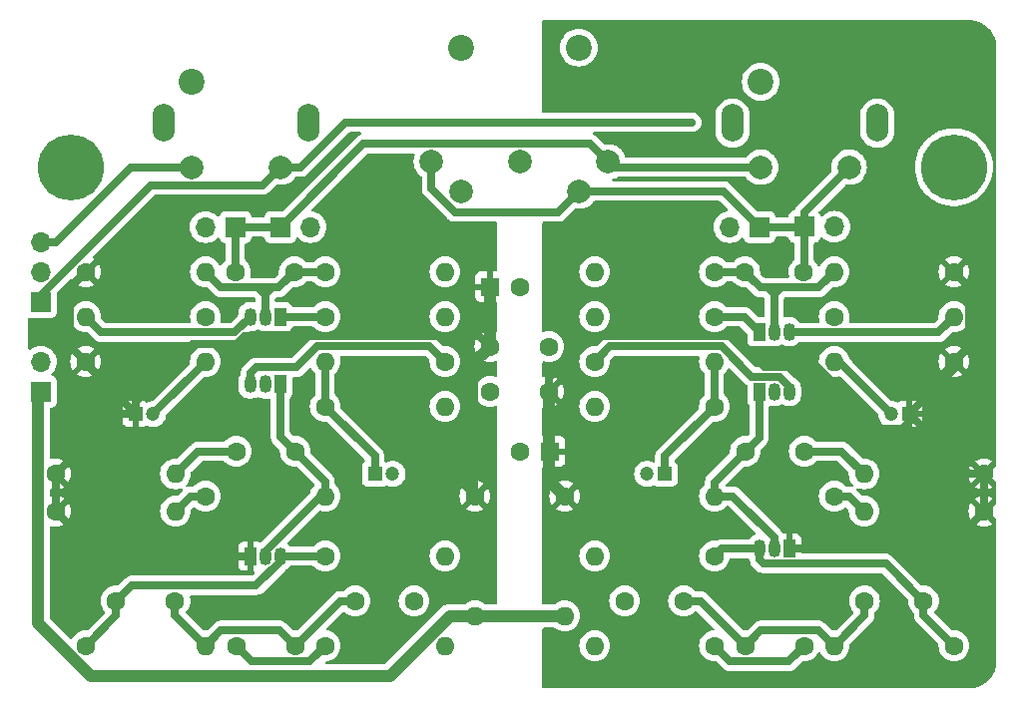
<source format=gbl>
G04 #@! TF.GenerationSoftware,KiCad,Pcbnew,8.0.9*
G04 #@! TF.CreationDate,2025-03-02T14:12:50+01:00*
G04 #@! TF.ProjectId,cjss102,636a7373-3130-4322-9e6b-696361645f70,rev?*
G04 #@! TF.SameCoordinates,Original*
G04 #@! TF.FileFunction,Copper,L2,Bot*
G04 #@! TF.FilePolarity,Positive*
%FSLAX46Y46*%
G04 Gerber Fmt 4.6, Leading zero omitted, Abs format (unit mm)*
G04 Created by KiCad (PCBNEW 8.0.9) date 2025-03-02 14:12:50*
%MOMM*%
%LPD*%
G01*
G04 APERTURE LIST*
G04 #@! TA.AperFunction,ComponentPad*
%ADD10C,1.600000*%
G04 #@! TD*
G04 #@! TA.AperFunction,ComponentPad*
%ADD11O,1.600000X1.600000*%
G04 #@! TD*
G04 #@! TA.AperFunction,ComponentPad*
%ADD12C,5.600000*%
G04 #@! TD*
G04 #@! TA.AperFunction,ComponentPad*
%ADD13R,1.700000X1.700000*%
G04 #@! TD*
G04 #@! TA.AperFunction,ComponentPad*
%ADD14O,1.700000X1.700000*%
G04 #@! TD*
G04 #@! TA.AperFunction,ComponentPad*
%ADD15R,1.200000X1.200000*%
G04 #@! TD*
G04 #@! TA.AperFunction,ComponentPad*
%ADD16C,1.200000*%
G04 #@! TD*
G04 #@! TA.AperFunction,WasherPad*
%ADD17O,1.900000X3.200000*%
G04 #@! TD*
G04 #@! TA.AperFunction,ComponentPad*
%ADD18C,2.000000*%
G04 #@! TD*
G04 #@! TA.AperFunction,ComponentPad*
%ADD19C,2.200000*%
G04 #@! TD*
G04 #@! TA.AperFunction,ComponentPad*
%ADD20R,1.600000X1.600000*%
G04 #@! TD*
G04 #@! TA.AperFunction,ComponentPad*
%ADD21R,1.050000X1.500000*%
G04 #@! TD*
G04 #@! TA.AperFunction,ComponentPad*
%ADD22O,1.050000X1.500000*%
G04 #@! TD*
G04 #@! TA.AperFunction,ViaPad*
%ADD23C,0.600000*%
G04 #@! TD*
G04 #@! TA.AperFunction,Conductor*
%ADD24C,0.635000*%
G04 #@! TD*
G04 #@! TA.AperFunction,Conductor*
%ADD25C,1.000000*%
G04 #@! TD*
G04 APERTURE END LIST*
D10*
X166370000Y-60960000D03*
D11*
X156210000Y-60960000D03*
D10*
X125730000Y-57150000D03*
X130730000Y-57150000D03*
X176530000Y-60960000D03*
D11*
X186690000Y-60960000D03*
D12*
X186690000Y-48260000D03*
D10*
X163750000Y-85090000D03*
X158750000Y-85090000D03*
X189230000Y-77470000D03*
D11*
X179070000Y-77470000D03*
D13*
X125730000Y-53340000D03*
D14*
X123190000Y-53340000D03*
D15*
X182880000Y-69215000D03*
D16*
X181380000Y-69215000D03*
D10*
X113030000Y-88900000D03*
D11*
X123190000Y-88900000D03*
D15*
X137565000Y-74295000D03*
D16*
X139065000Y-74295000D03*
D17*
X180200000Y-44510000D03*
X167900000Y-44510000D03*
D18*
X170300000Y-48260000D03*
X177800000Y-48260000D03*
D19*
X170300000Y-41010000D03*
D17*
X131940000Y-44510000D03*
X119640000Y-44510000D03*
D18*
X122040000Y-48260000D03*
X129540000Y-48260000D03*
D19*
X122040000Y-41010000D03*
D10*
X152320000Y-63500000D03*
X147320000Y-63500000D03*
X146050000Y-76200000D03*
D11*
X146050000Y-86360000D03*
D10*
X113030000Y-57150000D03*
D11*
X123190000Y-57150000D03*
D10*
X133350000Y-57150000D03*
D11*
X143510000Y-57150000D03*
D13*
X170180000Y-53340000D03*
D14*
X167640000Y-53340000D03*
D10*
X186690000Y-57150000D03*
D11*
X176530000Y-57150000D03*
D10*
X166370000Y-57150000D03*
D11*
X156210000Y-57150000D03*
D10*
X125810000Y-72390000D03*
X130810000Y-72390000D03*
D19*
X144860000Y-38100000D03*
X154860000Y-38100000D03*
D18*
X142360000Y-47800000D03*
X149860000Y-47800000D03*
X157360000Y-47800000D03*
X144860000Y-50300000D03*
X154860000Y-50300000D03*
D10*
X147320000Y-67310000D03*
X152320000Y-67310000D03*
X113030000Y-64770000D03*
D11*
X123190000Y-64770000D03*
D15*
X117245000Y-69215000D03*
D16*
X118745000Y-69215000D03*
D20*
X152400000Y-72390000D03*
D10*
X149900000Y-72390000D03*
D12*
X111760000Y-48260000D03*
D10*
X186690000Y-88900000D03*
D11*
X176530000Y-88900000D03*
D10*
X176530000Y-76200000D03*
D11*
X166370000Y-76200000D03*
D10*
X133350000Y-60960000D03*
D11*
X143510000Y-60960000D03*
D21*
X127000000Y-81280000D03*
D22*
X128270000Y-81280000D03*
X129540000Y-81280000D03*
D13*
X109220000Y-59690000D03*
D14*
X109220000Y-57150000D03*
X109220000Y-54610000D03*
D10*
X173990000Y-72390000D03*
X168990000Y-72390000D03*
X186690000Y-64770000D03*
D11*
X176530000Y-64770000D03*
D10*
X115610000Y-85090000D03*
X120610000Y-85090000D03*
X184110000Y-85090000D03*
X179110000Y-85090000D03*
X123190000Y-60960000D03*
D11*
X113030000Y-60960000D03*
D21*
X170180000Y-62230000D03*
D22*
X171450000Y-62230000D03*
X172720000Y-62230000D03*
D10*
X133350000Y-81280000D03*
D11*
X143510000Y-81280000D03*
D10*
X135890000Y-85090000D03*
X140890000Y-85090000D03*
D21*
X129540000Y-60960000D03*
D22*
X128270000Y-60960000D03*
X127000000Y-60960000D03*
D10*
X156210000Y-64770000D03*
D11*
X166370000Y-64770000D03*
D10*
X166370000Y-81280000D03*
D11*
X156210000Y-81280000D03*
D10*
X110490000Y-74295000D03*
D11*
X120650000Y-74295000D03*
D10*
X133350000Y-88900000D03*
D11*
X143510000Y-88900000D03*
D13*
X129540000Y-53340000D03*
D14*
X132080000Y-53340000D03*
D20*
X147360000Y-58420000D03*
D10*
X149860000Y-58420000D03*
X143510000Y-64770000D03*
D11*
X133350000Y-64770000D03*
D10*
X153670000Y-76200000D03*
D11*
X153670000Y-86360000D03*
D13*
X109220000Y-67310000D03*
D14*
X109220000Y-64770000D03*
D10*
X110490000Y-77470000D03*
D11*
X120650000Y-77470000D03*
D10*
X168990000Y-88900000D03*
X173990000Y-88900000D03*
X166370000Y-88900000D03*
D11*
X156210000Y-88900000D03*
D10*
X133350000Y-68580000D03*
D11*
X143510000Y-68580000D03*
D21*
X172720000Y-80645000D03*
D22*
X171450000Y-80645000D03*
X170180000Y-80645000D03*
D10*
X166370000Y-68580000D03*
D11*
X156210000Y-68580000D03*
D10*
X189230000Y-74295000D03*
D11*
X179070000Y-74295000D03*
D21*
X129540000Y-66675000D03*
D22*
X128270000Y-66675000D03*
X127000000Y-66675000D03*
D15*
X162155000Y-74295000D03*
D16*
X160655000Y-74295000D03*
D21*
X170180000Y-67310000D03*
D22*
X171450000Y-67310000D03*
X172720000Y-67310000D03*
D10*
X130810000Y-88900000D03*
X125810000Y-88900000D03*
X123190000Y-76200000D03*
D11*
X133350000Y-76200000D03*
D10*
X173950000Y-57150000D03*
X168950000Y-57150000D03*
D13*
X173990000Y-53315000D03*
D14*
X176530000Y-53315000D03*
D23*
X164465000Y-44450000D03*
D24*
X170300000Y-48260000D02*
X157820000Y-48260000D01*
X125730000Y-57150000D02*
X125730000Y-53340000D01*
X155842500Y-46282500D02*
X157360000Y-47800000D01*
X157820000Y-48260000D02*
X157360000Y-47800000D01*
X129540000Y-53340000D02*
X136597500Y-46282500D01*
X129540000Y-53340000D02*
X125730000Y-53340000D01*
X136597500Y-46282500D02*
X155842500Y-46282500D01*
X142360000Y-50087491D02*
X144342509Y-52070000D01*
X173990000Y-53340000D02*
X173990000Y-52070000D01*
X173990000Y-53340000D02*
X173990000Y-57110000D01*
X170180000Y-53340000D02*
X173990000Y-53340000D01*
X144342509Y-52070000D02*
X153090000Y-52070000D01*
X170180000Y-53340000D02*
X167140000Y-50300000D01*
X167140000Y-50300000D02*
X154860000Y-50300000D01*
X142360000Y-47800000D02*
X142360000Y-50087491D01*
X173990000Y-57110000D02*
X173950000Y-57150000D01*
X153090000Y-52070000D02*
X154860000Y-50300000D01*
X173990000Y-52070000D02*
X177800000Y-48260000D01*
X127635000Y-58467500D02*
X128270000Y-58467500D01*
X129412500Y-58467500D02*
X130730000Y-57150000D01*
X128270000Y-58467500D02*
X128905000Y-58467500D01*
X128317500Y-59055000D02*
X128905000Y-58467500D01*
X128905000Y-58467500D02*
X129412500Y-58467500D01*
X128270000Y-60960000D02*
X128270000Y-59055000D01*
X130730000Y-57150000D02*
X133350000Y-57150000D01*
X128270000Y-59055000D02*
X128317500Y-59055000D01*
X128222500Y-59055000D02*
X127635000Y-58467500D01*
X128317500Y-59055000D02*
X128222500Y-59055000D01*
X123190000Y-57150000D02*
X124507500Y-58467500D01*
X124507500Y-58467500D02*
X127635000Y-58467500D01*
X128270000Y-59055000D02*
X128270000Y-58467500D01*
D25*
X145820000Y-65000000D02*
X145820000Y-75970000D01*
X147320000Y-58460000D02*
X147360000Y-58420000D01*
X147320000Y-63500000D02*
X147320000Y-58460000D01*
D24*
X146437500Y-62617500D02*
X126523368Y-62617500D01*
X111712500Y-58467500D02*
X111712500Y-63452500D01*
X117245000Y-69215000D02*
X115570000Y-69215000D01*
X122120141Y-63299859D02*
X117245000Y-68175000D01*
X115570000Y-69215000D02*
X110490000Y-74295000D01*
X125841009Y-63299859D02*
X122120141Y-63299859D01*
X111712500Y-63452500D02*
X113030000Y-64770000D01*
X113030000Y-65000000D02*
X117245000Y-69215000D01*
D25*
X145820000Y-75970000D02*
X146050000Y-76200000D01*
D24*
X113030000Y-64770000D02*
X113030000Y-65000000D01*
X147320000Y-63500000D02*
X146437500Y-62617500D01*
X110490000Y-74295000D02*
X110490000Y-77470000D01*
X113030000Y-57150000D02*
X111712500Y-58467500D01*
X114300000Y-81280000D02*
X110490000Y-77470000D01*
X126523368Y-62617500D02*
X125841009Y-63299859D01*
X127000000Y-81280000D02*
X114300000Y-81280000D01*
D25*
X147320000Y-63500000D02*
X145820000Y-65000000D01*
D24*
X117245000Y-68175000D02*
X117245000Y-69215000D01*
X118745000Y-69215000D02*
X123190000Y-64770000D01*
X137565000Y-72795000D02*
X137565000Y-74295000D01*
X133350000Y-64770000D02*
X133350000Y-68580000D01*
X133350000Y-68580000D02*
X137565000Y-72795000D01*
X129540000Y-66675000D02*
X129540000Y-71120000D01*
X133350000Y-74930000D02*
X130810000Y-72390000D01*
X128270000Y-80850682D02*
X128270000Y-81280000D01*
X132920682Y-76200000D02*
X128270000Y-80850682D01*
X133350000Y-76200000D02*
X132920682Y-76200000D01*
X133350000Y-76200000D02*
X133350000Y-74930000D01*
X129540000Y-71120000D02*
X130810000Y-72390000D01*
X122555000Y-72390000D02*
X120650000Y-74295000D01*
X125810000Y-72390000D02*
X122555000Y-72390000D01*
X134620000Y-85090000D02*
X130810000Y-88900000D01*
X120610000Y-85090000D02*
X120610000Y-86320000D01*
X124507500Y-87582500D02*
X123190000Y-88900000D01*
X120610000Y-86320000D02*
X123190000Y-88900000D01*
X129492500Y-87582500D02*
X124507500Y-87582500D01*
X135890000Y-85090000D02*
X134620000Y-85090000D01*
X130810000Y-88900000D02*
X129492500Y-87582500D01*
X116927500Y-83772500D02*
X115610000Y-85090000D01*
X129540000Y-81280000D02*
X129540000Y-81709318D01*
X127476818Y-83772500D02*
X116927500Y-83772500D01*
X129540000Y-81280000D02*
X133350000Y-81280000D01*
X115610000Y-86320000D02*
X113030000Y-88900000D01*
X115610000Y-85090000D02*
X115610000Y-86320000D01*
X129540000Y-81709318D02*
X127476818Y-83772500D01*
X110490000Y-54610000D02*
X109220000Y-54610000D01*
X122040000Y-48260000D02*
X116840000Y-48260000D01*
X125810000Y-88900000D02*
X127127500Y-90217500D01*
X127127500Y-90217500D02*
X132032500Y-90217500D01*
X116840000Y-48260000D02*
X110490000Y-54610000D01*
X132032500Y-90217500D02*
X133350000Y-88900000D01*
X171450000Y-58467500D02*
X171450000Y-59055000D01*
X171450000Y-58467500D02*
X172085000Y-58467500D01*
X171450000Y-59055000D02*
X171450000Y-62230000D01*
X166370000Y-57150000D02*
X168950000Y-57150000D01*
X170815000Y-58467500D02*
X171450000Y-58467500D01*
X172085000Y-58467500D02*
X172037500Y-58467500D01*
X172037500Y-58467500D02*
X171450000Y-59055000D01*
X168950000Y-57150000D02*
X170267500Y-58467500D01*
X170862500Y-58467500D02*
X171450000Y-59055000D01*
X170815000Y-58467500D02*
X170862500Y-58467500D01*
X175212500Y-58467500D02*
X176530000Y-57150000D01*
X170267500Y-58467500D02*
X170815000Y-58467500D01*
X172085000Y-58467500D02*
X175212500Y-58467500D01*
X181380000Y-69215000D02*
X176935000Y-64770000D01*
X176935000Y-64770000D02*
X176530000Y-64770000D01*
X186690000Y-64770000D02*
X186690000Y-65405000D01*
X186690000Y-65405000D02*
X182880000Y-69215000D01*
X180346773Y-70450000D02*
X182280000Y-70450000D01*
X152320000Y-66178630D02*
X155881130Y-62617500D01*
D25*
X152320000Y-67310000D02*
X152320000Y-74850000D01*
D24*
X182880000Y-69850000D02*
X182880000Y-69215000D01*
X182280000Y-70450000D02*
X182880000Y-69850000D01*
X170615000Y-65205000D02*
X175101773Y-65205000D01*
X152320000Y-67310000D02*
X152320000Y-66178630D01*
X188007500Y-58467500D02*
X188007500Y-63452500D01*
X186690000Y-57150000D02*
X188007500Y-58467500D01*
X189230000Y-74295000D02*
X189230000Y-77470000D01*
X187960000Y-74295000D02*
X189230000Y-74295000D01*
X188007500Y-63452500D02*
X186690000Y-64770000D01*
X186055000Y-80645000D02*
X189230000Y-77470000D01*
X155881130Y-62617500D02*
X168027500Y-62617500D01*
X168027500Y-62617500D02*
X170615000Y-65205000D01*
X172720000Y-80645000D02*
X186055000Y-80645000D01*
X182880000Y-69215000D02*
X187960000Y-74295000D01*
D25*
X152320000Y-74850000D02*
X153670000Y-76200000D01*
D24*
X175101773Y-65205000D02*
X180346773Y-70450000D01*
X162155000Y-74295000D02*
X162155000Y-72795000D01*
X162155000Y-72795000D02*
X166370000Y-68580000D01*
X166370000Y-68580000D02*
X166370000Y-64770000D01*
X166370000Y-75010000D02*
X168990000Y-72390000D01*
X167940000Y-76200000D02*
X166370000Y-76200000D01*
X166370000Y-76200000D02*
X166370000Y-75010000D01*
X171450000Y-79710000D02*
X167940000Y-76200000D01*
X170180000Y-71200000D02*
X168990000Y-72390000D01*
X170180000Y-67310000D02*
X170180000Y-71200000D01*
X171450000Y-80645000D02*
X171450000Y-79710000D01*
X173990000Y-72390000D02*
X177165000Y-72390000D01*
X177165000Y-72390000D02*
X179070000Y-74295000D01*
X184110000Y-85090000D02*
X180932500Y-81912500D01*
X180932500Y-81912500D02*
X170512500Y-81912500D01*
X170512500Y-81912500D02*
X170180000Y-81580000D01*
X167005000Y-80645000D02*
X166370000Y-81280000D01*
X184110000Y-85090000D02*
X184110000Y-86320000D01*
X170180000Y-81580000D02*
X170180000Y-80645000D01*
X170180000Y-80645000D02*
X167005000Y-80645000D01*
X184110000Y-86320000D02*
X186690000Y-88900000D01*
X175212500Y-87582500D02*
X170307500Y-87582500D01*
X176530000Y-88900000D02*
X175212500Y-87582500D01*
X179110000Y-85090000D02*
X179110000Y-86320000D01*
X179110000Y-86320000D02*
X176530000Y-88900000D01*
X163750000Y-85090000D02*
X165180000Y-85090000D01*
X165180000Y-85090000D02*
X168990000Y-88900000D01*
X170307500Y-87582500D02*
X168990000Y-88900000D01*
X131268912Y-48260000D02*
X135078912Y-44450000D01*
X109220000Y-59690000D02*
X109220000Y-59096773D01*
X167687500Y-90217500D02*
X172672500Y-90217500D01*
X166370000Y-88900000D02*
X167687500Y-90217500D01*
X118539273Y-49777500D02*
X128022500Y-49777500D01*
X109220000Y-59096773D02*
X118539273Y-49777500D01*
X151130000Y-44450000D02*
X164465000Y-44450000D01*
X135078912Y-44450000D02*
X151130000Y-44450000D01*
X128022500Y-49777500D02*
X129540000Y-48260000D01*
X129540000Y-48260000D02*
X131268912Y-48260000D01*
X172672500Y-90217500D02*
X173990000Y-88900000D01*
D25*
X113448679Y-91440000D02*
X138848679Y-91440000D01*
X108990000Y-86981321D02*
X113448679Y-91440000D01*
X138848679Y-91440000D02*
X143928679Y-86360000D01*
X109220000Y-67310000D02*
X108990000Y-67540000D01*
X143928679Y-86360000D02*
X146050000Y-86360000D01*
X108990000Y-67540000D02*
X108990000Y-86981321D01*
X146050000Y-86360000D02*
X153670000Y-86360000D01*
D24*
X114347500Y-62277500D02*
X125682500Y-62277500D01*
X125682500Y-62277500D02*
X127000000Y-60960000D01*
X113030000Y-60960000D02*
X114347500Y-62277500D01*
X129540000Y-60960000D02*
X133350000Y-60960000D01*
X132715000Y-63452500D02*
X142192500Y-63452500D01*
X130912500Y-65255000D02*
X132715000Y-63452500D01*
X142192500Y-63452500D02*
X143510000Y-64770000D01*
X127000000Y-66675000D02*
X127000000Y-65740000D01*
X127000000Y-65740000D02*
X127485000Y-65255000D01*
X127485000Y-65255000D02*
X130912500Y-65255000D01*
X166370000Y-60960000D02*
X168910000Y-60960000D01*
X168910000Y-60960000D02*
X170180000Y-62230000D01*
X157527500Y-63452500D02*
X156210000Y-64770000D01*
X166957500Y-63452500D02*
X157527500Y-63452500D01*
X171879318Y-66040000D02*
X169545000Y-66040000D01*
X172720000Y-66880682D02*
X171879318Y-66040000D01*
X172720000Y-67310000D02*
X172720000Y-66880682D01*
X169545000Y-66040000D02*
X166957500Y-63452500D01*
X123190000Y-76200000D02*
X121920000Y-76200000D01*
X121920000Y-76200000D02*
X120650000Y-77470000D01*
X176530000Y-76200000D02*
X177800000Y-76200000D01*
X177800000Y-76200000D02*
X179070000Y-77470000D01*
X172767500Y-62277500D02*
X185372500Y-62277500D01*
X185372500Y-62277500D02*
X186690000Y-60960000D01*
X172720000Y-62230000D02*
X172767500Y-62277500D01*
G04 #@! TA.AperFunction,Conductor*
G36*
X187963736Y-35760726D02*
G01*
X188234510Y-35777105D01*
X188249372Y-35778909D01*
X188512507Y-35827131D01*
X188527044Y-35830714D01*
X188782435Y-35910298D01*
X188796427Y-35915603D01*
X189040381Y-36025398D01*
X189053639Y-36032356D01*
X189282574Y-36170752D01*
X189294885Y-36179250D01*
X189505473Y-36344235D01*
X189516681Y-36354165D01*
X189705834Y-36543318D01*
X189715764Y-36554526D01*
X189805866Y-36669533D01*
X189880745Y-36765108D01*
X189889249Y-36777428D01*
X189903596Y-36801161D01*
X190027642Y-37006359D01*
X190034601Y-37019618D01*
X190144394Y-37263568D01*
X190149703Y-37277569D01*
X190229284Y-37532954D01*
X190232868Y-37547492D01*
X190281089Y-37810625D01*
X190282894Y-37825489D01*
X190299274Y-38096262D01*
X190299500Y-38103750D01*
X190299500Y-73527691D01*
X190279815Y-73594730D01*
X190263181Y-73615372D01*
X189630000Y-74248552D01*
X189630000Y-74242339D01*
X189602741Y-74140606D01*
X189550080Y-74049394D01*
X189475606Y-73974920D01*
X189384394Y-73922259D01*
X189282661Y-73895000D01*
X189276445Y-73895000D01*
X189955472Y-73215974D01*
X189882478Y-73164863D01*
X189676331Y-73068735D01*
X189676317Y-73068730D01*
X189456610Y-73009860D01*
X189456599Y-73009858D01*
X189230002Y-72990034D01*
X189229998Y-72990034D01*
X189003400Y-73009858D01*
X189003389Y-73009860D01*
X188783682Y-73068730D01*
X188783673Y-73068734D01*
X188577516Y-73164866D01*
X188577512Y-73164868D01*
X188504526Y-73215973D01*
X188504526Y-73215974D01*
X189183553Y-73895000D01*
X189177339Y-73895000D01*
X189075606Y-73922259D01*
X188984394Y-73974920D01*
X188909920Y-74049394D01*
X188857259Y-74140606D01*
X188830000Y-74242339D01*
X188830000Y-74248552D01*
X188150974Y-73569526D01*
X188150973Y-73569526D01*
X188099868Y-73642512D01*
X188099866Y-73642516D01*
X188003734Y-73848673D01*
X188003730Y-73848682D01*
X187944860Y-74068389D01*
X187944858Y-74068400D01*
X187925034Y-74294997D01*
X187925034Y-74295002D01*
X187944858Y-74521599D01*
X187944860Y-74521610D01*
X188003730Y-74741317D01*
X188003735Y-74741331D01*
X188099863Y-74947478D01*
X188150974Y-75020472D01*
X188830000Y-74341446D01*
X188830000Y-74347661D01*
X188857259Y-74449394D01*
X188909920Y-74540606D01*
X188984394Y-74615080D01*
X189075606Y-74667741D01*
X189177339Y-74695000D01*
X189183553Y-74695000D01*
X188504526Y-75374025D01*
X188577513Y-75425132D01*
X188577521Y-75425136D01*
X188783668Y-75521264D01*
X188783682Y-75521269D01*
X189003389Y-75580139D01*
X189003400Y-75580141D01*
X189229998Y-75599966D01*
X189230002Y-75599966D01*
X189456599Y-75580141D01*
X189456610Y-75580139D01*
X189676317Y-75521269D01*
X189676331Y-75521264D01*
X189882478Y-75425136D01*
X189955471Y-75374024D01*
X189276447Y-74695000D01*
X189282661Y-74695000D01*
X189384394Y-74667741D01*
X189475606Y-74615080D01*
X189550080Y-74540606D01*
X189602741Y-74449394D01*
X189630000Y-74347661D01*
X189630000Y-74341447D01*
X190263181Y-74974627D01*
X190296666Y-75035950D01*
X190299500Y-75062308D01*
X190299500Y-76702691D01*
X190279815Y-76769730D01*
X190263181Y-76790372D01*
X189630000Y-77423553D01*
X189630000Y-77417339D01*
X189602741Y-77315606D01*
X189550080Y-77224394D01*
X189475606Y-77149920D01*
X189384394Y-77097259D01*
X189282661Y-77070000D01*
X189276445Y-77070000D01*
X189955472Y-76390974D01*
X189882478Y-76339863D01*
X189676331Y-76243735D01*
X189676317Y-76243730D01*
X189456610Y-76184860D01*
X189456599Y-76184858D01*
X189230002Y-76165034D01*
X189229998Y-76165034D01*
X189003400Y-76184858D01*
X189003389Y-76184860D01*
X188783682Y-76243730D01*
X188783673Y-76243734D01*
X188577516Y-76339866D01*
X188577512Y-76339868D01*
X188504526Y-76390973D01*
X188504526Y-76390974D01*
X189183553Y-77070000D01*
X189177339Y-77070000D01*
X189075606Y-77097259D01*
X188984394Y-77149920D01*
X188909920Y-77224394D01*
X188857259Y-77315606D01*
X188830000Y-77417339D01*
X188830000Y-77423552D01*
X188150974Y-76744526D01*
X188150973Y-76744526D01*
X188099868Y-76817512D01*
X188099866Y-76817516D01*
X188003734Y-77023673D01*
X188003730Y-77023682D01*
X187944860Y-77243389D01*
X187944858Y-77243400D01*
X187925034Y-77469997D01*
X187925034Y-77470002D01*
X187944858Y-77696599D01*
X187944860Y-77696610D01*
X188003730Y-77916317D01*
X188003735Y-77916331D01*
X188099863Y-78122478D01*
X188150974Y-78195472D01*
X188830000Y-77516446D01*
X188830000Y-77522661D01*
X188857259Y-77624394D01*
X188909920Y-77715606D01*
X188984394Y-77790080D01*
X189075606Y-77842741D01*
X189177339Y-77870000D01*
X189183553Y-77870000D01*
X188504526Y-78549025D01*
X188577513Y-78600132D01*
X188577521Y-78600136D01*
X188783668Y-78696264D01*
X188783682Y-78696269D01*
X189003389Y-78755139D01*
X189003400Y-78755141D01*
X189229998Y-78774966D01*
X189230002Y-78774966D01*
X189456599Y-78755141D01*
X189456610Y-78755139D01*
X189676317Y-78696269D01*
X189676331Y-78696264D01*
X189882478Y-78600136D01*
X189955471Y-78549024D01*
X189276447Y-77870000D01*
X189282661Y-77870000D01*
X189384394Y-77842741D01*
X189475606Y-77790080D01*
X189550080Y-77715606D01*
X189602741Y-77624394D01*
X189630000Y-77522661D01*
X189630000Y-77516446D01*
X190263181Y-78149627D01*
X190296666Y-78210950D01*
X190299500Y-78237308D01*
X190299500Y-90166249D01*
X190299274Y-90173737D01*
X190282894Y-90444510D01*
X190281089Y-90459374D01*
X190232868Y-90722507D01*
X190229284Y-90737045D01*
X190149703Y-90992430D01*
X190144394Y-91006431D01*
X190034601Y-91250381D01*
X190027642Y-91263640D01*
X189889251Y-91492568D01*
X189880745Y-91504891D01*
X189715764Y-91715473D01*
X189705834Y-91726681D01*
X189516681Y-91915834D01*
X189505473Y-91925764D01*
X189294891Y-92090745D01*
X189282568Y-92099251D01*
X189053640Y-92237642D01*
X189040381Y-92244601D01*
X188796431Y-92354394D01*
X188782430Y-92359703D01*
X188527045Y-92439284D01*
X188512507Y-92442868D01*
X188249374Y-92491089D01*
X188234510Y-92492894D01*
X187979690Y-92508308D01*
X187963735Y-92509274D01*
X187956249Y-92509500D01*
X151889000Y-92509500D01*
X151821961Y-92489815D01*
X151776206Y-92437011D01*
X151765000Y-92385500D01*
X151765000Y-88899998D01*
X154904532Y-88899998D01*
X154904532Y-88900001D01*
X154924364Y-89126686D01*
X154924366Y-89126697D01*
X154983258Y-89346488D01*
X154983261Y-89346497D01*
X155079431Y-89552732D01*
X155079432Y-89552734D01*
X155209954Y-89739141D01*
X155370858Y-89900045D01*
X155370861Y-89900047D01*
X155557266Y-90030568D01*
X155763504Y-90126739D01*
X155763509Y-90126740D01*
X155763511Y-90126741D01*
X155816415Y-90140916D01*
X155983308Y-90185635D01*
X156145230Y-90199801D01*
X156209998Y-90205468D01*
X156210000Y-90205468D01*
X156210002Y-90205468D01*
X156266673Y-90200509D01*
X156436692Y-90185635D01*
X156656496Y-90126739D01*
X156862734Y-90030568D01*
X157049139Y-89900047D01*
X157210047Y-89739139D01*
X157340568Y-89552734D01*
X157436739Y-89346496D01*
X157495635Y-89126692D01*
X157515468Y-88900000D01*
X157495635Y-88673308D01*
X157436739Y-88453504D01*
X157340568Y-88247266D01*
X157210047Y-88060861D01*
X157210045Y-88060858D01*
X157049141Y-87899954D01*
X156862734Y-87769432D01*
X156862732Y-87769431D01*
X156656497Y-87673261D01*
X156656488Y-87673258D01*
X156436697Y-87614366D01*
X156436693Y-87614365D01*
X156436692Y-87614365D01*
X156436691Y-87614364D01*
X156436686Y-87614364D01*
X156210002Y-87594532D01*
X156209998Y-87594532D01*
X155983313Y-87614364D01*
X155983302Y-87614366D01*
X155763511Y-87673258D01*
X155763502Y-87673261D01*
X155557267Y-87769431D01*
X155557265Y-87769432D01*
X155370858Y-87899954D01*
X155209954Y-88060858D01*
X155079432Y-88247265D01*
X155079431Y-88247267D01*
X154983261Y-88453502D01*
X154983258Y-88453511D01*
X154924366Y-88673302D01*
X154924364Y-88673313D01*
X154904532Y-88899998D01*
X151765000Y-88899998D01*
X151765000Y-87484500D01*
X151784685Y-87417461D01*
X151837489Y-87371706D01*
X151889000Y-87360500D01*
X152792412Y-87360500D01*
X152859451Y-87380185D01*
X152863523Y-87382917D01*
X153017266Y-87490568D01*
X153223504Y-87586739D01*
X153443308Y-87645635D01*
X153605230Y-87659801D01*
X153669998Y-87665468D01*
X153670000Y-87665468D01*
X153670002Y-87665468D01*
X153726673Y-87660509D01*
X153896692Y-87645635D01*
X154116496Y-87586739D01*
X154322734Y-87490568D01*
X154509139Y-87360047D01*
X154670047Y-87199139D01*
X154800568Y-87012734D01*
X154896739Y-86806496D01*
X154955635Y-86586692D01*
X154975468Y-86360000D01*
X154955635Y-86133308D01*
X154896739Y-85913504D01*
X154800568Y-85707266D01*
X154670047Y-85520861D01*
X154670045Y-85520858D01*
X154509141Y-85359954D01*
X154322734Y-85229432D01*
X154322732Y-85229431D01*
X154116497Y-85133261D01*
X154116488Y-85133258D01*
X153955037Y-85089998D01*
X157444532Y-85089998D01*
X157444532Y-85090001D01*
X157464364Y-85316686D01*
X157464366Y-85316697D01*
X157523258Y-85536488D01*
X157523261Y-85536497D01*
X157619431Y-85742732D01*
X157619432Y-85742734D01*
X157749954Y-85929141D01*
X157910858Y-86090045D01*
X157910861Y-86090047D01*
X158097266Y-86220568D01*
X158303504Y-86316739D01*
X158523308Y-86375635D01*
X158685230Y-86389801D01*
X158749998Y-86395468D01*
X158750000Y-86395468D01*
X158750002Y-86395468D01*
X158806673Y-86390509D01*
X158976692Y-86375635D01*
X159196496Y-86316739D01*
X159402734Y-86220568D01*
X159589139Y-86090047D01*
X159750047Y-85929139D01*
X159880568Y-85742734D01*
X159976739Y-85536496D01*
X160035635Y-85316692D01*
X160055468Y-85090000D01*
X160055468Y-85089998D01*
X162444532Y-85089998D01*
X162444532Y-85090001D01*
X162464364Y-85316686D01*
X162464366Y-85316697D01*
X162523258Y-85536488D01*
X162523261Y-85536497D01*
X162619431Y-85742732D01*
X162619432Y-85742734D01*
X162749954Y-85929141D01*
X162910858Y-86090045D01*
X162910861Y-86090047D01*
X163097266Y-86220568D01*
X163303504Y-86316739D01*
X163523308Y-86375635D01*
X163685230Y-86389801D01*
X163749998Y-86395468D01*
X163750000Y-86395468D01*
X163750002Y-86395468D01*
X163806673Y-86390509D01*
X163976692Y-86375635D01*
X164196496Y-86316739D01*
X164402734Y-86220568D01*
X164589139Y-86090047D01*
X164718501Y-85960684D01*
X164779820Y-85927202D01*
X164849512Y-85932186D01*
X164893860Y-85960687D01*
X166326984Y-87393811D01*
X166360469Y-87455134D01*
X166355485Y-87524826D01*
X166313613Y-87580759D01*
X166250112Y-87605020D01*
X166143311Y-87614364D01*
X166143302Y-87614366D01*
X165923511Y-87673258D01*
X165923502Y-87673261D01*
X165717267Y-87769431D01*
X165717265Y-87769432D01*
X165530858Y-87899954D01*
X165369954Y-88060858D01*
X165239432Y-88247265D01*
X165239431Y-88247267D01*
X165143261Y-88453502D01*
X165143258Y-88453511D01*
X165084366Y-88673302D01*
X165084364Y-88673313D01*
X165064532Y-88899998D01*
X165064532Y-88900001D01*
X165084364Y-89126686D01*
X165084366Y-89126697D01*
X165143258Y-89346488D01*
X165143261Y-89346497D01*
X165239431Y-89552732D01*
X165239432Y-89552734D01*
X165369954Y-89739141D01*
X165530858Y-89900045D01*
X165530861Y-89900047D01*
X165717266Y-90030568D01*
X165923504Y-90126739D01*
X165923509Y-90126740D01*
X165923511Y-90126741D01*
X165976415Y-90140916D01*
X166143308Y-90185635D01*
X166305230Y-90199801D01*
X166369998Y-90205468D01*
X166369999Y-90205468D01*
X166369999Y-90205467D01*
X166370000Y-90205468D01*
X166449080Y-90198548D01*
X166517578Y-90212314D01*
X166547568Y-90234395D01*
X167166051Y-90852879D01*
X167166054Y-90852882D01*
X167281265Y-90929863D01*
X167300031Y-90942402D01*
X167320711Y-90950968D01*
X167343624Y-90960459D01*
X167343629Y-90960460D01*
X167343633Y-90960462D01*
X167448898Y-91004065D01*
X167606929Y-91035499D01*
X167606933Y-91035500D01*
X167606934Y-91035500D01*
X172753067Y-91035500D01*
X172753068Y-91035499D01*
X172911102Y-91004065D01*
X172985535Y-90973233D01*
X173059968Y-90942403D01*
X173193945Y-90852882D01*
X173812432Y-90234393D01*
X173873753Y-90200910D01*
X173910913Y-90198548D01*
X173990000Y-90205468D01*
X173990000Y-90205467D01*
X173990001Y-90205468D01*
X173990002Y-90205468D01*
X174046673Y-90200509D01*
X174216692Y-90185635D01*
X174436496Y-90126739D01*
X174642734Y-90030568D01*
X174829139Y-89900047D01*
X174990047Y-89739139D01*
X175120568Y-89552734D01*
X175147618Y-89494724D01*
X175193790Y-89442285D01*
X175260983Y-89423133D01*
X175327865Y-89443348D01*
X175372382Y-89494725D01*
X175399429Y-89552728D01*
X175399432Y-89552734D01*
X175529954Y-89739141D01*
X175690858Y-89900045D01*
X175690861Y-89900047D01*
X175877266Y-90030568D01*
X176083504Y-90126739D01*
X176083509Y-90126740D01*
X176083511Y-90126741D01*
X176136415Y-90140916D01*
X176303308Y-90185635D01*
X176465230Y-90199801D01*
X176529998Y-90205468D01*
X176530000Y-90205468D01*
X176530002Y-90205468D01*
X176586673Y-90200509D01*
X176756692Y-90185635D01*
X176976496Y-90126739D01*
X177182734Y-90030568D01*
X177369139Y-89900047D01*
X177530047Y-89739139D01*
X177660568Y-89552734D01*
X177756739Y-89346496D01*
X177815635Y-89126692D01*
X177835468Y-88900000D01*
X177828548Y-88820916D01*
X177842314Y-88752420D01*
X177864392Y-88722433D01*
X179745382Y-86841445D01*
X179834903Y-86707468D01*
X179843370Y-86687023D01*
X179865733Y-86633037D01*
X179865733Y-86633035D01*
X179896565Y-86558602D01*
X179928000Y-86400566D01*
X179928000Y-86162549D01*
X179947685Y-86095510D01*
X179964319Y-86074868D01*
X180110045Y-85929141D01*
X180110047Y-85929139D01*
X180240568Y-85742734D01*
X180336739Y-85536496D01*
X180395635Y-85316692D01*
X180415468Y-85090000D01*
X180395635Y-84863308D01*
X180336739Y-84643504D01*
X180240568Y-84437266D01*
X180110047Y-84250861D01*
X180110045Y-84250858D01*
X179949141Y-84089954D01*
X179762734Y-83959432D01*
X179762732Y-83959431D01*
X179556497Y-83863261D01*
X179556488Y-83863258D01*
X179336697Y-83804366D01*
X179336693Y-83804365D01*
X179336692Y-83804365D01*
X179336691Y-83804364D01*
X179336686Y-83804364D01*
X179110002Y-83784532D01*
X179109998Y-83784532D01*
X178883313Y-83804364D01*
X178883302Y-83804366D01*
X178663511Y-83863258D01*
X178663502Y-83863261D01*
X178457267Y-83959431D01*
X178457265Y-83959432D01*
X178270858Y-84089954D01*
X178109954Y-84250858D01*
X177979432Y-84437265D01*
X177979431Y-84437267D01*
X177883261Y-84643502D01*
X177883258Y-84643511D01*
X177824366Y-84863302D01*
X177824364Y-84863313D01*
X177804532Y-85089998D01*
X177804532Y-85090001D01*
X177824364Y-85316686D01*
X177824366Y-85316697D01*
X177883258Y-85536488D01*
X177883261Y-85536497D01*
X177979431Y-85742732D01*
X177979432Y-85742734D01*
X178109954Y-85929141D01*
X178139311Y-85958498D01*
X178172796Y-86019821D01*
X178167812Y-86089513D01*
X178139311Y-86133860D01*
X176707568Y-87565603D01*
X176646245Y-87599088D01*
X176609080Y-87601450D01*
X176530002Y-87594532D01*
X176529997Y-87594532D01*
X176450917Y-87601450D01*
X176382418Y-87587683D01*
X176352430Y-87565603D01*
X175733948Y-86947120D01*
X175733944Y-86947117D01*
X175599974Y-86857600D01*
X175599961Y-86857593D01*
X175451106Y-86795936D01*
X175451094Y-86795933D01*
X175293070Y-86764500D01*
X175293066Y-86764500D01*
X170226934Y-86764500D01*
X170226929Y-86764500D01*
X170068905Y-86795933D01*
X170068897Y-86795935D01*
X169977210Y-86833914D01*
X169920027Y-86857599D01*
X169786055Y-86947117D01*
X169786051Y-86947120D01*
X169167568Y-87565603D01*
X169106245Y-87599088D01*
X169069080Y-87601450D01*
X168990002Y-87594532D01*
X168989997Y-87594532D01*
X168910916Y-87601450D01*
X168842416Y-87587683D01*
X168812429Y-87565603D01*
X165701448Y-84454620D01*
X165701444Y-84454617D01*
X165567474Y-84365100D01*
X165567461Y-84365093D01*
X165418606Y-84303436D01*
X165418594Y-84303433D01*
X165260570Y-84272000D01*
X165260566Y-84272000D01*
X164822548Y-84272000D01*
X164755509Y-84252315D01*
X164734871Y-84235685D01*
X164589139Y-84089953D01*
X164589138Y-84089952D01*
X164589137Y-84089951D01*
X164402734Y-83959432D01*
X164402732Y-83959431D01*
X164196497Y-83863261D01*
X164196488Y-83863258D01*
X163976697Y-83804366D01*
X163976693Y-83804365D01*
X163976692Y-83804365D01*
X163976691Y-83804364D01*
X163976686Y-83804364D01*
X163750002Y-83784532D01*
X163749998Y-83784532D01*
X163523313Y-83804364D01*
X163523302Y-83804366D01*
X163303511Y-83863258D01*
X163303502Y-83863261D01*
X163097267Y-83959431D01*
X163097265Y-83959432D01*
X162910858Y-84089954D01*
X162749954Y-84250858D01*
X162619432Y-84437265D01*
X162619431Y-84437267D01*
X162523261Y-84643502D01*
X162523258Y-84643511D01*
X162464366Y-84863302D01*
X162464364Y-84863313D01*
X162444532Y-85089998D01*
X160055468Y-85089998D01*
X160035635Y-84863308D01*
X159976739Y-84643504D01*
X159880568Y-84437266D01*
X159750047Y-84250861D01*
X159750045Y-84250858D01*
X159589141Y-84089954D01*
X159402734Y-83959432D01*
X159402732Y-83959431D01*
X159196497Y-83863261D01*
X159196488Y-83863258D01*
X158976697Y-83804366D01*
X158976693Y-83804365D01*
X158976692Y-83804365D01*
X158976691Y-83804364D01*
X158976686Y-83804364D01*
X158750002Y-83784532D01*
X158749998Y-83784532D01*
X158523313Y-83804364D01*
X158523302Y-83804366D01*
X158303511Y-83863258D01*
X158303502Y-83863261D01*
X158097267Y-83959431D01*
X158097265Y-83959432D01*
X157910858Y-84089954D01*
X157749954Y-84250858D01*
X157619432Y-84437265D01*
X157619431Y-84437267D01*
X157523261Y-84643502D01*
X157523258Y-84643511D01*
X157464366Y-84863302D01*
X157464364Y-84863313D01*
X157444532Y-85089998D01*
X153955037Y-85089998D01*
X153896697Y-85074366D01*
X153896693Y-85074365D01*
X153896692Y-85074365D01*
X153896691Y-85074364D01*
X153896686Y-85074364D01*
X153670002Y-85054532D01*
X153669998Y-85054532D01*
X153443313Y-85074364D01*
X153443302Y-85074366D01*
X153223511Y-85133258D01*
X153223502Y-85133261D01*
X153017267Y-85229431D01*
X153017265Y-85229432D01*
X152863535Y-85337075D01*
X152797329Y-85359402D01*
X152792412Y-85359500D01*
X151889000Y-85359500D01*
X151821961Y-85339815D01*
X151776206Y-85287011D01*
X151765000Y-85235500D01*
X151765000Y-81279998D01*
X154904532Y-81279998D01*
X154904532Y-81280001D01*
X154924364Y-81506686D01*
X154924366Y-81506697D01*
X154983258Y-81726488D01*
X154983261Y-81726497D01*
X155079431Y-81932732D01*
X155079432Y-81932734D01*
X155209954Y-82119141D01*
X155370858Y-82280045D01*
X155370861Y-82280047D01*
X155557266Y-82410568D01*
X155763504Y-82506739D01*
X155983308Y-82565635D01*
X156145230Y-82579801D01*
X156209998Y-82585468D01*
X156210000Y-82585468D01*
X156210002Y-82585468D01*
X156266673Y-82580509D01*
X156436692Y-82565635D01*
X156656496Y-82506739D01*
X156862734Y-82410568D01*
X157049139Y-82280047D01*
X157210047Y-82119139D01*
X157340568Y-81932734D01*
X157436739Y-81726496D01*
X157495635Y-81506692D01*
X157515468Y-81280000D01*
X157495635Y-81053308D01*
X157436739Y-80833504D01*
X157340568Y-80627266D01*
X157210047Y-80440861D01*
X157210045Y-80440858D01*
X157049141Y-80279954D01*
X156862734Y-80149432D01*
X156862732Y-80149431D01*
X156656497Y-80053261D01*
X156656488Y-80053258D01*
X156436697Y-79994366D01*
X156436693Y-79994365D01*
X156436692Y-79994365D01*
X156436691Y-79994364D01*
X156436686Y-79994364D01*
X156210002Y-79974532D01*
X156209998Y-79974532D01*
X155983313Y-79994364D01*
X155983302Y-79994366D01*
X155763511Y-80053258D01*
X155763502Y-80053261D01*
X155557267Y-80149431D01*
X155557265Y-80149432D01*
X155370858Y-80279954D01*
X155209954Y-80440858D01*
X155079432Y-80627265D01*
X155079431Y-80627267D01*
X154983261Y-80833502D01*
X154983258Y-80833511D01*
X154924366Y-81053302D01*
X154924364Y-81053313D01*
X154904532Y-81279998D01*
X151765000Y-81279998D01*
X151765000Y-76199997D01*
X152365034Y-76199997D01*
X152365034Y-76200002D01*
X152384858Y-76426599D01*
X152384860Y-76426610D01*
X152443730Y-76646317D01*
X152443735Y-76646331D01*
X152539863Y-76852478D01*
X152590974Y-76925472D01*
X153270000Y-76246446D01*
X153270000Y-76252661D01*
X153297259Y-76354394D01*
X153349920Y-76445606D01*
X153424394Y-76520080D01*
X153515606Y-76572741D01*
X153617339Y-76600000D01*
X153623553Y-76600000D01*
X152944526Y-77279025D01*
X153017513Y-77330132D01*
X153017521Y-77330136D01*
X153223668Y-77426264D01*
X153223682Y-77426269D01*
X153443389Y-77485139D01*
X153443400Y-77485141D01*
X153669998Y-77504966D01*
X153670002Y-77504966D01*
X153896599Y-77485141D01*
X153896610Y-77485139D01*
X154116317Y-77426269D01*
X154116331Y-77426264D01*
X154322478Y-77330136D01*
X154395471Y-77279024D01*
X153716447Y-76600000D01*
X153722661Y-76600000D01*
X153824394Y-76572741D01*
X153915606Y-76520080D01*
X153990080Y-76445606D01*
X154042741Y-76354394D01*
X154070000Y-76252661D01*
X154070000Y-76246447D01*
X154749024Y-76925471D01*
X154800136Y-76852478D01*
X154896264Y-76646331D01*
X154896269Y-76646317D01*
X154955139Y-76426610D01*
X154955141Y-76426599D01*
X154974966Y-76200002D01*
X154974966Y-76199997D01*
X154955141Y-75973400D01*
X154955139Y-75973389D01*
X154896269Y-75753682D01*
X154896264Y-75753668D01*
X154800136Y-75547521D01*
X154800132Y-75547513D01*
X154749025Y-75474526D01*
X154070000Y-76153551D01*
X154070000Y-76147339D01*
X154042741Y-76045606D01*
X153990080Y-75954394D01*
X153915606Y-75879920D01*
X153824394Y-75827259D01*
X153722661Y-75800000D01*
X153716445Y-75800000D01*
X154395472Y-75120974D01*
X154322478Y-75069863D01*
X154116331Y-74973735D01*
X154116317Y-74973730D01*
X153896610Y-74914860D01*
X153896599Y-74914858D01*
X153670002Y-74895034D01*
X153669998Y-74895034D01*
X153443400Y-74914858D01*
X153443389Y-74914860D01*
X153223682Y-74973730D01*
X153223673Y-74973734D01*
X153017516Y-75069866D01*
X153017512Y-75069868D01*
X152944526Y-75120973D01*
X152944526Y-75120974D01*
X153623553Y-75800000D01*
X153617339Y-75800000D01*
X153515606Y-75827259D01*
X153424394Y-75879920D01*
X153349920Y-75954394D01*
X153297259Y-76045606D01*
X153270000Y-76147339D01*
X153270000Y-76153552D01*
X152590974Y-75474526D01*
X152590973Y-75474526D01*
X152539868Y-75547512D01*
X152539866Y-75547516D01*
X152443734Y-75753673D01*
X152443730Y-75753682D01*
X152384860Y-75973389D01*
X152384858Y-75973400D01*
X152365034Y-76199997D01*
X151765000Y-76199997D01*
X151765000Y-73814000D01*
X151784685Y-73746961D01*
X151837489Y-73701206D01*
X151889000Y-73690000D01*
X152150000Y-73690000D01*
X152150000Y-72705686D01*
X152154394Y-72710080D01*
X152245606Y-72762741D01*
X152347339Y-72790000D01*
X152452661Y-72790000D01*
X152554394Y-72762741D01*
X152645606Y-72710080D01*
X152650000Y-72705686D01*
X152650000Y-73690000D01*
X153247828Y-73690000D01*
X153247844Y-73689999D01*
X153307372Y-73683598D01*
X153307379Y-73683596D01*
X153442086Y-73633354D01*
X153442093Y-73633350D01*
X153557187Y-73547190D01*
X153557190Y-73547187D01*
X153643350Y-73432093D01*
X153643354Y-73432086D01*
X153693596Y-73297379D01*
X153693598Y-73297372D01*
X153699999Y-73237844D01*
X153700000Y-73237827D01*
X153700000Y-72640000D01*
X152715686Y-72640000D01*
X152720080Y-72635606D01*
X152772741Y-72544394D01*
X152800000Y-72442661D01*
X152800000Y-72337339D01*
X152772741Y-72235606D01*
X152720080Y-72144394D01*
X152715686Y-72140000D01*
X153700000Y-72140000D01*
X153700000Y-71542172D01*
X153699999Y-71542155D01*
X153693598Y-71482627D01*
X153693596Y-71482620D01*
X153643354Y-71347913D01*
X153643350Y-71347906D01*
X153557190Y-71232812D01*
X153557187Y-71232809D01*
X153442093Y-71146649D01*
X153442086Y-71146645D01*
X153307379Y-71096403D01*
X153307372Y-71096401D01*
X153247844Y-71090000D01*
X152650000Y-71090000D01*
X152650000Y-72074314D01*
X152645606Y-72069920D01*
X152554394Y-72017259D01*
X152452661Y-71990000D01*
X152347339Y-71990000D01*
X152245606Y-72017259D01*
X152154394Y-72069920D01*
X152150000Y-72074314D01*
X152150000Y-71090000D01*
X151889000Y-71090000D01*
X151821961Y-71070315D01*
X151776206Y-71017511D01*
X151765000Y-70966000D01*
X151765000Y-68668747D01*
X151784685Y-68601708D01*
X151837489Y-68555953D01*
X151906647Y-68546009D01*
X151921094Y-68548972D01*
X152093393Y-68595140D01*
X152093400Y-68595141D01*
X152319998Y-68614966D01*
X152320002Y-68614966D01*
X152546599Y-68595141D01*
X152546610Y-68595139D01*
X152603117Y-68579998D01*
X154904532Y-68579998D01*
X154904532Y-68580001D01*
X154924364Y-68806686D01*
X154924366Y-68806697D01*
X154983258Y-69026488D01*
X154983261Y-69026497D01*
X155079431Y-69232732D01*
X155079432Y-69232734D01*
X155209954Y-69419141D01*
X155370858Y-69580045D01*
X155370861Y-69580047D01*
X155557266Y-69710568D01*
X155763504Y-69806739D01*
X155983308Y-69865635D01*
X156145230Y-69879801D01*
X156209998Y-69885468D01*
X156210000Y-69885468D01*
X156210002Y-69885468D01*
X156266673Y-69880509D01*
X156436692Y-69865635D01*
X156656496Y-69806739D01*
X156862734Y-69710568D01*
X157049139Y-69580047D01*
X157210047Y-69419139D01*
X157340568Y-69232734D01*
X157436739Y-69026496D01*
X157495635Y-68806692D01*
X157515468Y-68580000D01*
X157495635Y-68353308D01*
X157436739Y-68133504D01*
X157340568Y-67927266D01*
X157210047Y-67740861D01*
X157210045Y-67740858D01*
X157049141Y-67579954D01*
X156862734Y-67449432D01*
X156862732Y-67449431D01*
X156656497Y-67353261D01*
X156656488Y-67353258D01*
X156436697Y-67294366D01*
X156436693Y-67294365D01*
X156436692Y-67294365D01*
X156436691Y-67294364D01*
X156436686Y-67294364D01*
X156210002Y-67274532D01*
X156209998Y-67274532D01*
X155983313Y-67294364D01*
X155983302Y-67294366D01*
X155763511Y-67353258D01*
X155763502Y-67353261D01*
X155557267Y-67449431D01*
X155557265Y-67449432D01*
X155370858Y-67579954D01*
X155209954Y-67740858D01*
X155079432Y-67927265D01*
X155079431Y-67927267D01*
X154983261Y-68133502D01*
X154983258Y-68133511D01*
X154924366Y-68353302D01*
X154924364Y-68353313D01*
X154904532Y-68579998D01*
X152603117Y-68579998D01*
X152766317Y-68536269D01*
X152766331Y-68536264D01*
X152972478Y-68440136D01*
X153045471Y-68389024D01*
X152366447Y-67710000D01*
X152372661Y-67710000D01*
X152474394Y-67682741D01*
X152565606Y-67630080D01*
X152640080Y-67555606D01*
X152692741Y-67464394D01*
X152720000Y-67362661D01*
X152720000Y-67356447D01*
X153399024Y-68035471D01*
X153450136Y-67962478D01*
X153546264Y-67756331D01*
X153546269Y-67756317D01*
X153605139Y-67536610D01*
X153605141Y-67536599D01*
X153624966Y-67310002D01*
X153624966Y-67309997D01*
X153605141Y-67083400D01*
X153605139Y-67083389D01*
X153546269Y-66863682D01*
X153546264Y-66863668D01*
X153450136Y-66657521D01*
X153450132Y-66657513D01*
X153399025Y-66584526D01*
X152720000Y-67263551D01*
X152720000Y-67257339D01*
X152692741Y-67155606D01*
X152640080Y-67064394D01*
X152565606Y-66989920D01*
X152474394Y-66937259D01*
X152372661Y-66910000D01*
X152366446Y-66910000D01*
X153045472Y-66230974D01*
X152972478Y-66179863D01*
X152766331Y-66083735D01*
X152766317Y-66083730D01*
X152546610Y-66024860D01*
X152546599Y-66024858D01*
X152320002Y-66005034D01*
X152319998Y-66005034D01*
X152093400Y-66024858D01*
X152093389Y-66024860D01*
X151921093Y-66071027D01*
X151851243Y-66069364D01*
X151793381Y-66030201D01*
X151765877Y-65965973D01*
X151765000Y-65951252D01*
X151765000Y-64859265D01*
X151784685Y-64792226D01*
X151837489Y-64746471D01*
X151906647Y-64736527D01*
X151921083Y-64739487D01*
X152093308Y-64785635D01*
X152255230Y-64799801D01*
X152319998Y-64805468D01*
X152320000Y-64805468D01*
X152320002Y-64805468D01*
X152376673Y-64800509D01*
X152546692Y-64785635D01*
X152605050Y-64769998D01*
X154904532Y-64769998D01*
X154904532Y-64770001D01*
X154924364Y-64996686D01*
X154924366Y-64996697D01*
X154983258Y-65216488D01*
X154983261Y-65216497D01*
X155079431Y-65422732D01*
X155079432Y-65422734D01*
X155209954Y-65609141D01*
X155370858Y-65770045D01*
X155370861Y-65770047D01*
X155557266Y-65900568D01*
X155763504Y-65996739D01*
X155763509Y-65996740D01*
X155763511Y-65996741D01*
X155810241Y-66009262D01*
X155983308Y-66055635D01*
X156140231Y-66069364D01*
X156209998Y-66075468D01*
X156210000Y-66075468D01*
X156210002Y-66075468D01*
X156279769Y-66069364D01*
X156436692Y-66055635D01*
X156656496Y-65996739D01*
X156862734Y-65900568D01*
X157049139Y-65770047D01*
X157210047Y-65609139D01*
X157340568Y-65422734D01*
X157436739Y-65216496D01*
X157495635Y-64996692D01*
X157512634Y-64802384D01*
X157515468Y-64770001D01*
X157513409Y-64746471D01*
X157508548Y-64690916D01*
X157522314Y-64622420D01*
X157544389Y-64592437D01*
X157830009Y-64306816D01*
X157891331Y-64273334D01*
X157917689Y-64270500D01*
X164995863Y-64270500D01*
X165062902Y-64290185D01*
X165108657Y-64342989D01*
X165118601Y-64412147D01*
X165115638Y-64426593D01*
X165084366Y-64543302D01*
X165084364Y-64543313D01*
X165064532Y-64769998D01*
X165064532Y-64770001D01*
X165084364Y-64996686D01*
X165084366Y-64996697D01*
X165143258Y-65216488D01*
X165143261Y-65216497D01*
X165239431Y-65422732D01*
X165239432Y-65422734D01*
X165369954Y-65609141D01*
X165515681Y-65754868D01*
X165549166Y-65816191D01*
X165552000Y-65842549D01*
X165552000Y-67507451D01*
X165532315Y-67574490D01*
X165515681Y-67595132D01*
X165369954Y-67740858D01*
X165239432Y-67927265D01*
X165239431Y-67927267D01*
X165143261Y-68133502D01*
X165143258Y-68133511D01*
X165084366Y-68353302D01*
X165084364Y-68353313D01*
X165064532Y-68579998D01*
X165064532Y-68580002D01*
X165071450Y-68659080D01*
X165057683Y-68727580D01*
X165035603Y-68757568D01*
X161519620Y-72273551D01*
X161519617Y-72273555D01*
X161430098Y-72407528D01*
X161430097Y-72407531D01*
X161403988Y-72470565D01*
X161403988Y-72470566D01*
X161368435Y-72556397D01*
X161368433Y-72556405D01*
X161337000Y-72714429D01*
X161337000Y-73170919D01*
X161317315Y-73237958D01*
X161287310Y-73270186D01*
X161263477Y-73288027D01*
X161198013Y-73312444D01*
X161144374Y-73304387D01*
X160957460Y-73231977D01*
X160957457Y-73231976D01*
X160957456Y-73231976D01*
X160756976Y-73194500D01*
X160553024Y-73194500D01*
X160352544Y-73231976D01*
X160352541Y-73231976D01*
X160352541Y-73231977D01*
X160162364Y-73305651D01*
X160162357Y-73305655D01*
X159988960Y-73413017D01*
X159988958Y-73413019D01*
X159838237Y-73550418D01*
X159715327Y-73713178D01*
X159624422Y-73895739D01*
X159624417Y-73895752D01*
X159568602Y-74091917D01*
X159549785Y-74294999D01*
X159549785Y-74295000D01*
X159568602Y-74498082D01*
X159624417Y-74694247D01*
X159624422Y-74694260D01*
X159715327Y-74876821D01*
X159838237Y-75039581D01*
X159988958Y-75176980D01*
X159988960Y-75176982D01*
X160050575Y-75215132D01*
X160162363Y-75284348D01*
X160352544Y-75358024D01*
X160553024Y-75395500D01*
X160553026Y-75395500D01*
X160756974Y-75395500D01*
X160756976Y-75395500D01*
X160957456Y-75358024D01*
X161144374Y-75285611D01*
X161213996Y-75279750D01*
X161263478Y-75301972D01*
X161273549Y-75309511D01*
X161304309Y-75332538D01*
X161312668Y-75338795D01*
X161312671Y-75338797D01*
X161447517Y-75389091D01*
X161447516Y-75389091D01*
X161454444Y-75389835D01*
X161507127Y-75395500D01*
X162802872Y-75395499D01*
X162862483Y-75389091D01*
X162997331Y-75338796D01*
X163112546Y-75252546D01*
X163198796Y-75137331D01*
X163249091Y-75002483D01*
X163255500Y-74942873D01*
X163255499Y-73647128D01*
X163249091Y-73587517D01*
X163226777Y-73527691D01*
X163198797Y-73452671D01*
X163198793Y-73452664D01*
X163112547Y-73337455D01*
X163030848Y-73276294D01*
X162988978Y-73220360D01*
X162983994Y-73150668D01*
X163017477Y-73089349D01*
X166192432Y-69914393D01*
X166253753Y-69880910D01*
X166290913Y-69878548D01*
X166370000Y-69885468D01*
X166370000Y-69885467D01*
X166370001Y-69885468D01*
X166370002Y-69885468D01*
X166426673Y-69880509D01*
X166596692Y-69865635D01*
X166816496Y-69806739D01*
X167022734Y-69710568D01*
X167209139Y-69580047D01*
X167370047Y-69419139D01*
X167500568Y-69232734D01*
X167596739Y-69026496D01*
X167655635Y-68806692D01*
X167675468Y-68580000D01*
X167655635Y-68353308D01*
X167596739Y-68133504D01*
X167500568Y-67927266D01*
X167370047Y-67740861D01*
X167370045Y-67740858D01*
X167224319Y-67595132D01*
X167190834Y-67533809D01*
X167188000Y-67507451D01*
X167188000Y-65842549D01*
X167207685Y-65775510D01*
X167224319Y-65754868D01*
X167370045Y-65609141D01*
X167370047Y-65609139D01*
X167500568Y-65422734D01*
X167511699Y-65398861D01*
X167557867Y-65346426D01*
X167625060Y-65327272D01*
X167691942Y-65347486D01*
X167711761Y-65363587D01*
X168905277Y-66557103D01*
X168905287Y-66557114D01*
X168909617Y-66561444D01*
X168909618Y-66561445D01*
X169023555Y-66675382D01*
X169077219Y-66711238D01*
X169099390Y-66726053D01*
X169144195Y-66779662D01*
X169154500Y-66829154D01*
X169154500Y-68107870D01*
X169154501Y-68107876D01*
X169160908Y-68167483D01*
X169211202Y-68302328D01*
X169211206Y-68302335D01*
X169297452Y-68417544D01*
X169297453Y-68417545D01*
X169312310Y-68428667D01*
X169354182Y-68484600D01*
X169362000Y-68527934D01*
X169362000Y-70809810D01*
X169342315Y-70876849D01*
X169325681Y-70897492D01*
X169167568Y-71055604D01*
X169106245Y-71089088D01*
X169069080Y-71091450D01*
X168990002Y-71084532D01*
X168989998Y-71084532D01*
X168763313Y-71104364D01*
X168763302Y-71104366D01*
X168543511Y-71163258D01*
X168543502Y-71163261D01*
X168337267Y-71259431D01*
X168337265Y-71259432D01*
X168150858Y-71389954D01*
X167989954Y-71550858D01*
X167859432Y-71737265D01*
X167859431Y-71737267D01*
X167763261Y-71943502D01*
X167763258Y-71943511D01*
X167704366Y-72163302D01*
X167704364Y-72163313D01*
X167684532Y-72389998D01*
X167684532Y-72390002D01*
X167691450Y-72469081D01*
X167677683Y-72537581D01*
X167655603Y-72567569D01*
X165734620Y-74488551D01*
X165734617Y-74488555D01*
X165645100Y-74622526D01*
X165645098Y-74622530D01*
X165645097Y-74622532D01*
X165623705Y-74674179D01*
X165583435Y-74771397D01*
X165583433Y-74771405D01*
X165552000Y-74929429D01*
X165552000Y-75127451D01*
X165532315Y-75194490D01*
X165515681Y-75215132D01*
X165369954Y-75360858D01*
X165239432Y-75547265D01*
X165239431Y-75547267D01*
X165143261Y-75753502D01*
X165143258Y-75753511D01*
X165084366Y-75973302D01*
X165084364Y-75973313D01*
X165064532Y-76199998D01*
X165064532Y-76200001D01*
X165084364Y-76426686D01*
X165084366Y-76426697D01*
X165143258Y-76646488D01*
X165143261Y-76646497D01*
X165239431Y-76852732D01*
X165239432Y-76852734D01*
X165369954Y-77039141D01*
X165530858Y-77200045D01*
X165530861Y-77200047D01*
X165717266Y-77330568D01*
X165923504Y-77426739D01*
X166143308Y-77485635D01*
X166305230Y-77499801D01*
X166369998Y-77505468D01*
X166370000Y-77505468D01*
X166370002Y-77505468D01*
X166426673Y-77500509D01*
X166596692Y-77485635D01*
X166816496Y-77426739D01*
X167022734Y-77330568D01*
X167209139Y-77200047D01*
X167354868Y-77054317D01*
X167416189Y-77020834D01*
X167442548Y-77018000D01*
X167549811Y-77018000D01*
X167616850Y-77037685D01*
X167637492Y-77054319D01*
X168794123Y-78210950D01*
X169845964Y-79262790D01*
X169879449Y-79324113D01*
X169874465Y-79393805D01*
X169832593Y-79449738D01*
X169805736Y-79465032D01*
X169694247Y-79511212D01*
X169694237Y-79511217D01*
X169526281Y-79623441D01*
X169383446Y-79766276D01*
X169383442Y-79766281D01*
X169379692Y-79771894D01*
X169326078Y-79816698D01*
X169276592Y-79827000D01*
X166924429Y-79827000D01*
X166766405Y-79858433D01*
X166766393Y-79858436D01*
X166617536Y-79920094D01*
X166574870Y-79948603D01*
X166574869Y-79948604D01*
X166553094Y-79963153D01*
X166486416Y-79984029D01*
X166473399Y-79983577D01*
X166370004Y-79974532D01*
X166369998Y-79974532D01*
X166143313Y-79994364D01*
X166143302Y-79994366D01*
X165923511Y-80053258D01*
X165923502Y-80053261D01*
X165717267Y-80149431D01*
X165717265Y-80149432D01*
X165530858Y-80279954D01*
X165369954Y-80440858D01*
X165239432Y-80627265D01*
X165239431Y-80627267D01*
X165143261Y-80833502D01*
X165143258Y-80833511D01*
X165084366Y-81053302D01*
X165084364Y-81053313D01*
X165064532Y-81279998D01*
X165064532Y-81280001D01*
X165084364Y-81506686D01*
X165084366Y-81506697D01*
X165143258Y-81726488D01*
X165143261Y-81726497D01*
X165239431Y-81932732D01*
X165239432Y-81932734D01*
X165369954Y-82119141D01*
X165530858Y-82280045D01*
X165530861Y-82280047D01*
X165717266Y-82410568D01*
X165923504Y-82506739D01*
X166143308Y-82565635D01*
X166305230Y-82579801D01*
X166369998Y-82585468D01*
X166370000Y-82585468D01*
X166370002Y-82585468D01*
X166426673Y-82580509D01*
X166596692Y-82565635D01*
X166816496Y-82506739D01*
X167022734Y-82410568D01*
X167209139Y-82280047D01*
X167370047Y-82119139D01*
X167500568Y-81932734D01*
X167596739Y-81726496D01*
X167642716Y-81554907D01*
X167679081Y-81495246D01*
X167741928Y-81464717D01*
X167762491Y-81463000D01*
X169238000Y-81463000D01*
X169305039Y-81482685D01*
X169350794Y-81535489D01*
X169362000Y-81587000D01*
X169362000Y-81660570D01*
X169393433Y-81818595D01*
X169393434Y-81818599D01*
X169393435Y-81818602D01*
X169408964Y-81856091D01*
X169455097Y-81967468D01*
X169455098Y-81967471D01*
X169544617Y-82101444D01*
X169544620Y-82101448D01*
X169991051Y-82547879D01*
X169991055Y-82547882D01*
X170125032Y-82637403D01*
X170199463Y-82668232D01*
X170199464Y-82668233D01*
X170199465Y-82668233D01*
X170273898Y-82699065D01*
X170431929Y-82730499D01*
X170431933Y-82730500D01*
X170431934Y-82730500D01*
X170593066Y-82730500D01*
X180542311Y-82730500D01*
X180609350Y-82750185D01*
X180629992Y-82766819D01*
X182775603Y-84912429D01*
X182809088Y-84973752D01*
X182811450Y-85010916D01*
X182804532Y-85089996D01*
X182804532Y-85090001D01*
X182824364Y-85316686D01*
X182824366Y-85316697D01*
X182883258Y-85536488D01*
X182883261Y-85536497D01*
X182979431Y-85742732D01*
X182979432Y-85742734D01*
X183109954Y-85929141D01*
X183255681Y-86074868D01*
X183289166Y-86136191D01*
X183292000Y-86162549D01*
X183292000Y-86400570D01*
X183323433Y-86558594D01*
X183323436Y-86558606D01*
X183385093Y-86707461D01*
X183385100Y-86707474D01*
X183474617Y-86841444D01*
X183474620Y-86841448D01*
X185355603Y-88722430D01*
X185389088Y-88783753D01*
X185391450Y-88820917D01*
X185384532Y-88899996D01*
X185384532Y-88900001D01*
X185404364Y-89126686D01*
X185404366Y-89126697D01*
X185463258Y-89346488D01*
X185463261Y-89346497D01*
X185559431Y-89552732D01*
X185559432Y-89552734D01*
X185689954Y-89739141D01*
X185850858Y-89900045D01*
X185850861Y-89900047D01*
X186037266Y-90030568D01*
X186243504Y-90126739D01*
X186243509Y-90126740D01*
X186243511Y-90126741D01*
X186296415Y-90140916D01*
X186463308Y-90185635D01*
X186625230Y-90199801D01*
X186689998Y-90205468D01*
X186690000Y-90205468D01*
X186690002Y-90205468D01*
X186746673Y-90200509D01*
X186916692Y-90185635D01*
X187136496Y-90126739D01*
X187342734Y-90030568D01*
X187529139Y-89900047D01*
X187690047Y-89739139D01*
X187820568Y-89552734D01*
X187916739Y-89346496D01*
X187975635Y-89126692D01*
X187995468Y-88900000D01*
X187975635Y-88673308D01*
X187916739Y-88453504D01*
X187820568Y-88247266D01*
X187690047Y-88060861D01*
X187690045Y-88060858D01*
X187529141Y-87899954D01*
X187342734Y-87769432D01*
X187342732Y-87769431D01*
X187136497Y-87673261D01*
X187136488Y-87673258D01*
X186916697Y-87614366D01*
X186916693Y-87614365D01*
X186916692Y-87614365D01*
X186916691Y-87614364D01*
X186916686Y-87614364D01*
X186690002Y-87594532D01*
X186689997Y-87594532D01*
X186610917Y-87601450D01*
X186542418Y-87587683D01*
X186512430Y-87565603D01*
X185080687Y-86133860D01*
X185047202Y-86072537D01*
X185052186Y-86002845D01*
X185080684Y-85958500D01*
X185110047Y-85929139D01*
X185240568Y-85742734D01*
X185336739Y-85536496D01*
X185395635Y-85316692D01*
X185415468Y-85090000D01*
X185395635Y-84863308D01*
X185336739Y-84643504D01*
X185240568Y-84437266D01*
X185110047Y-84250861D01*
X185110045Y-84250858D01*
X184949141Y-84089954D01*
X184762734Y-83959432D01*
X184762732Y-83959431D01*
X184556497Y-83863261D01*
X184556488Y-83863258D01*
X184336697Y-83804366D01*
X184336693Y-83804365D01*
X184336692Y-83804365D01*
X184336691Y-83804364D01*
X184336686Y-83804364D01*
X184110002Y-83784532D01*
X184109997Y-83784532D01*
X184030916Y-83791450D01*
X183962416Y-83777683D01*
X183932429Y-83755603D01*
X181453948Y-81277120D01*
X181453944Y-81277117D01*
X181319974Y-81187600D01*
X181319961Y-81187593D01*
X181171106Y-81125936D01*
X181171094Y-81125933D01*
X181013070Y-81094500D01*
X181013066Y-81094500D01*
X173869000Y-81094500D01*
X173801961Y-81074815D01*
X173756206Y-81022011D01*
X173745000Y-80970500D01*
X173745000Y-80895000D01*
X173000330Y-80895000D01*
X173020075Y-80875255D01*
X173069444Y-80789745D01*
X173095000Y-80694370D01*
X173095000Y-80595630D01*
X173069444Y-80500255D01*
X173020075Y-80414745D01*
X173000330Y-80395000D01*
X173745000Y-80395000D01*
X173745000Y-79847172D01*
X173744999Y-79847155D01*
X173738598Y-79787627D01*
X173738596Y-79787620D01*
X173688354Y-79652913D01*
X173688350Y-79652906D01*
X173602190Y-79537812D01*
X173602187Y-79537809D01*
X173487093Y-79451649D01*
X173487086Y-79451645D01*
X173352379Y-79401403D01*
X173352372Y-79401401D01*
X173292844Y-79395000D01*
X172970000Y-79395000D01*
X172970000Y-80364670D01*
X172950255Y-80344925D01*
X172864745Y-80295556D01*
X172769370Y-80270000D01*
X172670630Y-80270000D01*
X172575255Y-80295556D01*
X172489745Y-80344925D01*
X172475500Y-80359170D01*
X172475500Y-80318996D01*
X172475499Y-80318995D01*
X172472383Y-80303326D01*
X172470000Y-80279134D01*
X172470000Y-79395000D01*
X172287775Y-79395000D01*
X172220736Y-79375315D01*
X172179059Y-79327218D01*
X172177775Y-79327905D01*
X172174903Y-79322532D01*
X172121238Y-79242219D01*
X172085382Y-79188555D01*
X171971445Y-79074618D01*
X171971444Y-79074617D01*
X171967114Y-79070287D01*
X171967103Y-79070277D01*
X168461448Y-75564620D01*
X168461444Y-75564617D01*
X168327474Y-75475100D01*
X168327461Y-75475093D01*
X168178606Y-75413436D01*
X168178594Y-75413433D01*
X168020570Y-75382000D01*
X168020566Y-75382000D01*
X167454188Y-75382000D01*
X167387149Y-75362315D01*
X167341394Y-75309511D01*
X167331450Y-75240353D01*
X167360475Y-75176797D01*
X167366507Y-75170319D01*
X167660005Y-74876821D01*
X168812431Y-73724393D01*
X168873752Y-73690910D01*
X168910913Y-73688548D01*
X168990000Y-73695468D01*
X168990000Y-73695467D01*
X168990001Y-73695468D01*
X168990002Y-73695468D01*
X169052511Y-73689999D01*
X169216692Y-73675635D01*
X169436496Y-73616739D01*
X169642734Y-73520568D01*
X169829139Y-73390047D01*
X169990047Y-73229139D01*
X170120568Y-73042734D01*
X170216739Y-72836496D01*
X170275635Y-72616692D01*
X170293934Y-72407531D01*
X170295468Y-72390001D01*
X170295468Y-72389998D01*
X172684532Y-72389998D01*
X172684532Y-72390001D01*
X172704364Y-72616686D01*
X172704366Y-72616697D01*
X172763258Y-72836488D01*
X172763261Y-72836497D01*
X172859431Y-73042732D01*
X172859432Y-73042734D01*
X172989954Y-73229141D01*
X173150858Y-73390045D01*
X173150861Y-73390047D01*
X173337266Y-73520568D01*
X173543504Y-73616739D01*
X173763308Y-73675635D01*
X173925230Y-73689801D01*
X173989998Y-73695468D01*
X173990000Y-73695468D01*
X173990002Y-73695468D01*
X174052511Y-73689999D01*
X174216692Y-73675635D01*
X174436496Y-73616739D01*
X174642734Y-73520568D01*
X174829139Y-73390047D01*
X174974868Y-73244317D01*
X175036189Y-73210834D01*
X175062548Y-73208000D01*
X176774811Y-73208000D01*
X176841850Y-73227685D01*
X176862492Y-73244319D01*
X177735603Y-74117429D01*
X177769088Y-74178752D01*
X177771450Y-74215916D01*
X177764532Y-74294996D01*
X177764532Y-74295001D01*
X177784364Y-74521686D01*
X177784366Y-74521697D01*
X177843258Y-74741488D01*
X177843261Y-74741497D01*
X177939431Y-74947732D01*
X177939432Y-74947734D01*
X178069954Y-75134141D01*
X178137336Y-75201523D01*
X178170821Y-75262846D01*
X178165837Y-75332538D01*
X178123965Y-75388471D01*
X178058501Y-75412888D01*
X178025464Y-75410821D01*
X177880570Y-75382000D01*
X177880566Y-75382000D01*
X177602548Y-75382000D01*
X177535509Y-75362315D01*
X177514871Y-75345685D01*
X177369139Y-75199953D01*
X177369138Y-75199952D01*
X177369137Y-75199951D01*
X177182734Y-75069432D01*
X177182732Y-75069431D01*
X176976497Y-74973261D01*
X176976488Y-74973258D01*
X176756697Y-74914366D01*
X176756693Y-74914365D01*
X176756692Y-74914365D01*
X176756691Y-74914364D01*
X176756686Y-74914364D01*
X176530002Y-74894532D01*
X176529998Y-74894532D01*
X176303313Y-74914364D01*
X176303302Y-74914366D01*
X176083511Y-74973258D01*
X176083502Y-74973261D01*
X175877267Y-75069431D01*
X175877265Y-75069432D01*
X175690858Y-75199954D01*
X175529954Y-75360858D01*
X175399432Y-75547265D01*
X175399431Y-75547267D01*
X175303261Y-75753502D01*
X175303258Y-75753511D01*
X175244366Y-75973302D01*
X175244364Y-75973313D01*
X175224532Y-76199998D01*
X175224532Y-76200001D01*
X175244364Y-76426686D01*
X175244366Y-76426697D01*
X175303258Y-76646488D01*
X175303261Y-76646497D01*
X175399431Y-76852732D01*
X175399432Y-76852734D01*
X175529954Y-77039141D01*
X175690858Y-77200045D01*
X175690861Y-77200047D01*
X175877266Y-77330568D01*
X176083504Y-77426739D01*
X176303308Y-77485635D01*
X176465230Y-77499801D01*
X176529998Y-77505468D01*
X176530000Y-77505468D01*
X176530002Y-77505468D01*
X176586673Y-77500509D01*
X176756692Y-77485635D01*
X176976496Y-77426739D01*
X177182734Y-77330568D01*
X177369139Y-77200047D01*
X177418498Y-77150687D01*
X177479820Y-77117202D01*
X177549511Y-77122186D01*
X177593860Y-77150687D01*
X177735603Y-77292430D01*
X177769088Y-77353753D01*
X177771450Y-77390917D01*
X177764532Y-77469996D01*
X177764532Y-77470001D01*
X177784364Y-77696686D01*
X177784366Y-77696697D01*
X177843258Y-77916488D01*
X177843261Y-77916497D01*
X177939431Y-78122732D01*
X177939432Y-78122734D01*
X178069954Y-78309141D01*
X178230858Y-78470045D01*
X178230861Y-78470047D01*
X178417266Y-78600568D01*
X178623504Y-78696739D01*
X178843308Y-78755635D01*
X179005230Y-78769801D01*
X179069998Y-78775468D01*
X179070000Y-78775468D01*
X179070002Y-78775468D01*
X179126673Y-78770509D01*
X179296692Y-78755635D01*
X179516496Y-78696739D01*
X179722734Y-78600568D01*
X179909139Y-78470047D01*
X180070047Y-78309139D01*
X180200568Y-78122734D01*
X180296739Y-77916496D01*
X180355635Y-77696692D01*
X180375468Y-77470000D01*
X180355635Y-77243308D01*
X180309198Y-77070000D01*
X180296741Y-77023511D01*
X180296738Y-77023502D01*
X180294172Y-77018000D01*
X180200568Y-76817266D01*
X180070047Y-76630861D01*
X180070045Y-76630858D01*
X179909141Y-76469954D01*
X179722734Y-76339432D01*
X179722732Y-76339431D01*
X179516497Y-76243261D01*
X179516488Y-76243258D01*
X179296697Y-76184366D01*
X179296693Y-76184365D01*
X179296692Y-76184365D01*
X179296691Y-76184364D01*
X179296686Y-76184364D01*
X179070002Y-76164532D01*
X179069997Y-76164532D01*
X178990917Y-76171450D01*
X178922418Y-76157683D01*
X178892430Y-76135603D01*
X178474445Y-75717617D01*
X178440960Y-75656294D01*
X178445944Y-75586602D01*
X178487816Y-75530669D01*
X178553280Y-75506252D01*
X178614532Y-75517555D01*
X178623504Y-75521739D01*
X178843308Y-75580635D01*
X179005230Y-75594801D01*
X179069998Y-75600468D01*
X179070000Y-75600468D01*
X179070002Y-75600468D01*
X179126673Y-75595509D01*
X179296692Y-75580635D01*
X179516496Y-75521739D01*
X179722734Y-75425568D01*
X179909139Y-75295047D01*
X180070047Y-75134139D01*
X180200568Y-74947734D01*
X180296739Y-74741496D01*
X180355635Y-74521692D01*
X180375468Y-74295000D01*
X180355635Y-74068308D01*
X180296739Y-73848504D01*
X180200568Y-73642266D01*
X180070047Y-73455861D01*
X180070045Y-73455858D01*
X179909141Y-73294954D01*
X179722734Y-73164432D01*
X179722732Y-73164431D01*
X179516497Y-73068261D01*
X179516488Y-73068258D01*
X179296697Y-73009366D01*
X179296693Y-73009365D01*
X179296692Y-73009365D01*
X179296691Y-73009364D01*
X179296686Y-73009364D01*
X179070002Y-72989532D01*
X179069997Y-72989532D01*
X178990916Y-72996450D01*
X178922416Y-72982683D01*
X178892429Y-72960603D01*
X177686448Y-71754620D01*
X177686444Y-71754617D01*
X177552474Y-71665100D01*
X177552461Y-71665093D01*
X177403606Y-71603436D01*
X177403594Y-71603433D01*
X177245570Y-71572000D01*
X177245566Y-71572000D01*
X175062548Y-71572000D01*
X174995509Y-71552315D01*
X174974871Y-71535685D01*
X174829139Y-71389953D01*
X174829138Y-71389952D01*
X174829137Y-71389951D01*
X174642734Y-71259432D01*
X174642732Y-71259431D01*
X174436497Y-71163261D01*
X174436488Y-71163258D01*
X174216697Y-71104366D01*
X174216693Y-71104365D01*
X174216692Y-71104365D01*
X174216691Y-71104364D01*
X174216686Y-71104364D01*
X173990002Y-71084532D01*
X173989998Y-71084532D01*
X173763313Y-71104364D01*
X173763302Y-71104366D01*
X173543511Y-71163258D01*
X173543502Y-71163261D01*
X173337267Y-71259431D01*
X173337265Y-71259432D01*
X173150858Y-71389954D01*
X172989954Y-71550858D01*
X172859432Y-71737265D01*
X172859431Y-71737267D01*
X172763261Y-71943502D01*
X172763258Y-71943511D01*
X172704366Y-72163302D01*
X172704364Y-72163313D01*
X172684532Y-72389998D01*
X170295468Y-72389998D01*
X170290860Y-72337339D01*
X170288548Y-72310916D01*
X170302314Y-72242420D01*
X170324389Y-72212436D01*
X170815382Y-71721445D01*
X170904902Y-71587468D01*
X170911309Y-71572000D01*
X170966565Y-71438602D01*
X170998000Y-71280566D01*
X170998000Y-68641777D01*
X171017685Y-68574738D01*
X171070489Y-68528983D01*
X171139647Y-68519039D01*
X171146191Y-68520160D01*
X171348992Y-68560499D01*
X171348996Y-68560500D01*
X171348997Y-68560500D01*
X171551004Y-68560500D01*
X171551005Y-68560499D01*
X171749127Y-68521091D01*
X171935756Y-68443786D01*
X172016110Y-68390094D01*
X172082786Y-68369217D01*
X172150166Y-68387701D01*
X172153865Y-68390078D01*
X172234244Y-68443786D01*
X172420873Y-68521091D01*
X172596138Y-68555953D01*
X172618992Y-68560499D01*
X172618996Y-68560500D01*
X172618997Y-68560500D01*
X172821004Y-68560500D01*
X172821005Y-68560499D01*
X173019127Y-68521091D01*
X173205756Y-68443786D01*
X173373718Y-68331558D01*
X173516558Y-68188718D01*
X173628786Y-68020756D01*
X173706091Y-67834127D01*
X173745500Y-67636003D01*
X173745500Y-66983997D01*
X173706091Y-66785873D01*
X173628786Y-66599244D01*
X173628784Y-66599241D01*
X173628782Y-66599237D01*
X173516558Y-66431281D01*
X173373718Y-66288441D01*
X173205762Y-66176217D01*
X173205757Y-66176215D01*
X173205756Y-66176214D01*
X173171528Y-66162036D01*
X173131301Y-66135156D01*
X172400766Y-65404620D01*
X172400762Y-65404617D01*
X172266792Y-65315100D01*
X172266779Y-65315093D01*
X172117924Y-65253436D01*
X172117912Y-65253433D01*
X171959888Y-65222000D01*
X171959884Y-65222000D01*
X169935188Y-65222000D01*
X169868149Y-65202315D01*
X169847507Y-65185681D01*
X169431824Y-64769998D01*
X175224532Y-64769998D01*
X175224532Y-64770001D01*
X175244364Y-64996686D01*
X175244366Y-64996697D01*
X175303258Y-65216488D01*
X175303261Y-65216497D01*
X175399431Y-65422732D01*
X175399432Y-65422734D01*
X175529954Y-65609141D01*
X175690858Y-65770045D01*
X175690861Y-65770047D01*
X175877266Y-65900568D01*
X176083504Y-65996739D01*
X176083509Y-65996740D01*
X176083511Y-65996741D01*
X176130241Y-66009262D01*
X176303308Y-66055635D01*
X176460231Y-66069364D01*
X176529998Y-66075468D01*
X176530000Y-66075468D01*
X176530002Y-66075468D01*
X176599769Y-66069364D01*
X176756692Y-66055635D01*
X176929758Y-66009262D01*
X176999604Y-66010925D01*
X177049529Y-66041356D01*
X180248396Y-69240223D01*
X180281881Y-69301546D01*
X180284186Y-69316462D01*
X180293603Y-69418083D01*
X180349417Y-69614247D01*
X180349422Y-69614260D01*
X180440327Y-69796821D01*
X180563237Y-69959581D01*
X180713958Y-70096980D01*
X180713960Y-70096982D01*
X180813141Y-70158392D01*
X180887363Y-70204348D01*
X181077544Y-70278024D01*
X181278024Y-70315500D01*
X181278026Y-70315500D01*
X181481974Y-70315500D01*
X181481976Y-70315500D01*
X181682456Y-70278024D01*
X181869924Y-70205398D01*
X181939546Y-70199537D01*
X181989028Y-70221759D01*
X182037911Y-70258353D01*
X182037913Y-70258354D01*
X182172620Y-70308596D01*
X182172627Y-70308598D01*
X182232155Y-70314999D01*
X182232172Y-70315000D01*
X182630000Y-70315000D01*
X183130000Y-70315000D01*
X183527828Y-70315000D01*
X183527844Y-70314999D01*
X183587372Y-70308598D01*
X183587379Y-70308596D01*
X183722086Y-70258354D01*
X183722093Y-70258350D01*
X183837187Y-70172190D01*
X183837190Y-70172187D01*
X183923350Y-70057093D01*
X183923354Y-70057086D01*
X183973596Y-69922379D01*
X183973598Y-69922372D01*
X183979999Y-69862844D01*
X183980000Y-69862827D01*
X183980000Y-69465000D01*
X183130000Y-69465000D01*
X183130000Y-70315000D01*
X182630000Y-70315000D01*
X182630000Y-69381988D01*
X182639940Y-69399205D01*
X182695795Y-69455060D01*
X182764204Y-69494556D01*
X182840504Y-69515000D01*
X182919496Y-69515000D01*
X182995796Y-69494556D01*
X183064205Y-69455060D01*
X183120060Y-69399205D01*
X183159556Y-69330796D01*
X183180000Y-69254496D01*
X183180000Y-69175504D01*
X183159556Y-69099204D01*
X183120060Y-69030795D01*
X183064205Y-68974940D01*
X183046988Y-68965000D01*
X183130000Y-68965000D01*
X183980000Y-68965000D01*
X183980000Y-68567172D01*
X183979999Y-68567155D01*
X183973598Y-68507627D01*
X183973596Y-68507620D01*
X183923354Y-68372913D01*
X183923350Y-68372906D01*
X183837190Y-68257812D01*
X183837187Y-68257809D01*
X183722093Y-68171649D01*
X183722086Y-68171645D01*
X183587379Y-68121403D01*
X183587372Y-68121401D01*
X183527844Y-68115000D01*
X183130000Y-68115000D01*
X183130000Y-68965000D01*
X183046988Y-68965000D01*
X182995796Y-68935444D01*
X182919496Y-68915000D01*
X182840504Y-68915000D01*
X182764204Y-68935444D01*
X182695795Y-68974940D01*
X182639940Y-69030795D01*
X182630000Y-69048011D01*
X182630000Y-68115000D01*
X182232155Y-68115000D01*
X182172627Y-68121401D01*
X182172620Y-68121403D01*
X182037913Y-68171645D01*
X182037912Y-68171646D01*
X181989024Y-68208242D01*
X181923559Y-68232657D01*
X181869922Y-68224600D01*
X181682459Y-68151977D01*
X181682458Y-68151976D01*
X181682456Y-68151976D01*
X181555116Y-68128172D01*
X181481972Y-68114499D01*
X181476267Y-68113971D01*
X181476521Y-68111220D01*
X181420650Y-68094815D01*
X181400008Y-68078181D01*
X178091824Y-64769997D01*
X185385034Y-64769997D01*
X185385034Y-64770002D01*
X185404858Y-64996599D01*
X185404860Y-64996610D01*
X185463730Y-65216317D01*
X185463735Y-65216331D01*
X185559863Y-65422478D01*
X185610974Y-65495472D01*
X186290000Y-64816446D01*
X186290000Y-64822661D01*
X186317259Y-64924394D01*
X186369920Y-65015606D01*
X186444394Y-65090080D01*
X186535606Y-65142741D01*
X186637339Y-65170000D01*
X186643553Y-65170000D01*
X185964526Y-65849025D01*
X186037513Y-65900132D01*
X186037521Y-65900136D01*
X186243668Y-65996264D01*
X186243682Y-65996269D01*
X186463389Y-66055139D01*
X186463400Y-66055141D01*
X186689998Y-66074966D01*
X186690002Y-66074966D01*
X186916599Y-66055141D01*
X186916610Y-66055139D01*
X187136317Y-65996269D01*
X187136331Y-65996264D01*
X187342478Y-65900136D01*
X187415471Y-65849024D01*
X186736447Y-65170000D01*
X186742661Y-65170000D01*
X186844394Y-65142741D01*
X186935606Y-65090080D01*
X187010080Y-65015606D01*
X187062741Y-64924394D01*
X187090000Y-64822661D01*
X187090000Y-64816447D01*
X187769024Y-65495471D01*
X187820136Y-65422478D01*
X187916264Y-65216331D01*
X187916269Y-65216317D01*
X187975139Y-64996610D01*
X187975141Y-64996599D01*
X187994966Y-64770002D01*
X187994966Y-64769997D01*
X187975141Y-64543400D01*
X187975139Y-64543389D01*
X187916269Y-64323682D01*
X187916264Y-64323668D01*
X187820136Y-64117521D01*
X187820132Y-64117513D01*
X187769025Y-64044526D01*
X187090000Y-64723551D01*
X187090000Y-64717339D01*
X187062741Y-64615606D01*
X187010080Y-64524394D01*
X186935606Y-64449920D01*
X186844394Y-64397259D01*
X186742661Y-64370000D01*
X186736445Y-64370000D01*
X187415472Y-63690974D01*
X187342478Y-63639863D01*
X187136331Y-63543735D01*
X187136317Y-63543730D01*
X186916610Y-63484860D01*
X186916599Y-63484858D01*
X186690002Y-63465034D01*
X186689998Y-63465034D01*
X186463400Y-63484858D01*
X186463389Y-63484860D01*
X186243682Y-63543730D01*
X186243673Y-63543734D01*
X186037516Y-63639866D01*
X186037512Y-63639868D01*
X185964526Y-63690973D01*
X185964526Y-63690974D01*
X186643553Y-64370000D01*
X186637339Y-64370000D01*
X186535606Y-64397259D01*
X186444394Y-64449920D01*
X186369920Y-64524394D01*
X186317259Y-64615606D01*
X186290000Y-64717339D01*
X186290000Y-64723552D01*
X185610974Y-64044526D01*
X185610973Y-64044526D01*
X185559868Y-64117512D01*
X185559866Y-64117516D01*
X185463734Y-64323673D01*
X185463730Y-64323682D01*
X185404860Y-64543389D01*
X185404858Y-64543400D01*
X185385034Y-64769997D01*
X178091824Y-64769997D01*
X177821010Y-64499183D01*
X177788916Y-64443594D01*
X177756742Y-64323513D01*
X177756738Y-64323502D01*
X177733344Y-64273334D01*
X177660568Y-64117266D01*
X177530047Y-63930861D01*
X177530045Y-63930858D01*
X177369141Y-63769954D01*
X177182734Y-63639432D01*
X177182732Y-63639431D01*
X176976497Y-63543261D01*
X176976488Y-63543258D01*
X176756697Y-63484366D01*
X176756693Y-63484365D01*
X176756692Y-63484365D01*
X176756691Y-63484364D01*
X176756686Y-63484364D01*
X176530002Y-63464532D01*
X176529998Y-63464532D01*
X176303313Y-63484364D01*
X176303302Y-63484366D01*
X176083511Y-63543258D01*
X176083502Y-63543261D01*
X175877267Y-63639431D01*
X175877265Y-63639432D01*
X175690858Y-63769954D01*
X175529954Y-63930858D01*
X175399432Y-64117265D01*
X175399431Y-64117267D01*
X175303261Y-64323502D01*
X175303258Y-64323511D01*
X175244366Y-64543302D01*
X175244364Y-64543313D01*
X175224532Y-64769998D01*
X169431824Y-64769998D01*
X167478948Y-62817120D01*
X167478944Y-62817117D01*
X167344974Y-62727600D01*
X167344961Y-62727593D01*
X167196106Y-62665936D01*
X167196094Y-62665933D01*
X167038070Y-62634500D01*
X167038066Y-62634500D01*
X157446934Y-62634500D01*
X157446929Y-62634500D01*
X157288905Y-62665933D01*
X157288897Y-62665935D01*
X157201862Y-62701987D01*
X157201861Y-62701987D01*
X157140037Y-62727594D01*
X157140024Y-62727601D01*
X157006055Y-62817117D01*
X157006051Y-62817120D01*
X156387568Y-63435603D01*
X156326245Y-63469088D01*
X156289080Y-63471450D01*
X156210002Y-63464532D01*
X156209998Y-63464532D01*
X155983313Y-63484364D01*
X155983302Y-63484366D01*
X155763511Y-63543258D01*
X155763502Y-63543261D01*
X155557267Y-63639431D01*
X155557265Y-63639432D01*
X155370858Y-63769954D01*
X155209954Y-63930858D01*
X155079432Y-64117265D01*
X155079431Y-64117267D01*
X154983261Y-64323502D01*
X154983258Y-64323511D01*
X154924366Y-64543302D01*
X154924364Y-64543313D01*
X154904532Y-64769998D01*
X152605050Y-64769998D01*
X152766496Y-64726739D01*
X152972734Y-64630568D01*
X153159139Y-64500047D01*
X153320047Y-64339139D01*
X153450568Y-64152734D01*
X153546739Y-63946496D01*
X153605635Y-63726692D01*
X153625468Y-63500000D01*
X153624143Y-63484860D01*
X153618429Y-63419547D01*
X153605635Y-63273308D01*
X153546739Y-63053504D01*
X153450568Y-62847266D01*
X153323600Y-62665935D01*
X153320045Y-62660858D01*
X153159141Y-62499954D01*
X152972734Y-62369432D01*
X152972732Y-62369431D01*
X152766497Y-62273261D01*
X152766488Y-62273258D01*
X152546697Y-62214366D01*
X152546693Y-62214365D01*
X152546692Y-62214365D01*
X152546691Y-62214364D01*
X152546686Y-62214364D01*
X152320002Y-62194532D01*
X152319998Y-62194532D01*
X152093313Y-62214364D01*
X152093302Y-62214366D01*
X151921093Y-62260509D01*
X151851243Y-62258846D01*
X151793381Y-62219683D01*
X151765877Y-62155455D01*
X151765000Y-62140734D01*
X151765000Y-60959998D01*
X154904532Y-60959998D01*
X154904532Y-60960001D01*
X154924364Y-61186686D01*
X154924366Y-61186697D01*
X154983258Y-61406488D01*
X154983261Y-61406497D01*
X155079431Y-61612732D01*
X155079432Y-61612734D01*
X155209954Y-61799141D01*
X155370858Y-61960045D01*
X155370861Y-61960047D01*
X155557266Y-62090568D01*
X155763504Y-62186739D01*
X155983308Y-62245635D01*
X156145230Y-62259801D01*
X156209998Y-62265468D01*
X156210000Y-62265468D01*
X156210002Y-62265468D01*
X156266673Y-62260509D01*
X156436692Y-62245635D01*
X156656496Y-62186739D01*
X156862734Y-62090568D01*
X157049139Y-61960047D01*
X157210047Y-61799139D01*
X157340568Y-61612734D01*
X157436739Y-61406496D01*
X157495635Y-61186692D01*
X157515468Y-60960000D01*
X157495635Y-60733308D01*
X157436739Y-60513504D01*
X157340568Y-60307266D01*
X157210047Y-60120861D01*
X157210045Y-60120858D01*
X157049141Y-59959954D01*
X156862734Y-59829432D01*
X156862732Y-59829431D01*
X156656497Y-59733261D01*
X156656488Y-59733258D01*
X156436697Y-59674366D01*
X156436693Y-59674365D01*
X156436692Y-59674365D01*
X156436691Y-59674364D01*
X156436686Y-59674364D01*
X156210002Y-59654532D01*
X156209998Y-59654532D01*
X155983313Y-59674364D01*
X155983302Y-59674366D01*
X155763511Y-59733258D01*
X155763502Y-59733261D01*
X155557267Y-59829431D01*
X155557265Y-59829432D01*
X155370858Y-59959954D01*
X155209954Y-60120858D01*
X155079432Y-60307265D01*
X155079431Y-60307267D01*
X154983261Y-60513502D01*
X154983258Y-60513511D01*
X154924366Y-60733302D01*
X154924364Y-60733313D01*
X154904532Y-60959998D01*
X151765000Y-60959998D01*
X151765000Y-57149998D01*
X154904532Y-57149998D01*
X154904532Y-57150001D01*
X154924364Y-57376686D01*
X154924366Y-57376697D01*
X154983258Y-57596488D01*
X154983261Y-57596497D01*
X155079431Y-57802732D01*
X155079432Y-57802734D01*
X155209954Y-57989141D01*
X155370858Y-58150045D01*
X155370861Y-58150047D01*
X155557266Y-58280568D01*
X155763504Y-58376739D01*
X155983308Y-58435635D01*
X156145230Y-58449801D01*
X156209998Y-58455468D01*
X156210000Y-58455468D01*
X156210002Y-58455468D01*
X156266673Y-58450509D01*
X156436692Y-58435635D01*
X156656496Y-58376739D01*
X156862734Y-58280568D01*
X157049139Y-58150047D01*
X157210047Y-57989139D01*
X157340568Y-57802734D01*
X157436739Y-57596496D01*
X157495635Y-57376692D01*
X157515468Y-57150000D01*
X157495635Y-56923308D01*
X157436739Y-56703504D01*
X157340568Y-56497266D01*
X157210047Y-56310861D01*
X157210045Y-56310858D01*
X157049141Y-56149954D01*
X156862734Y-56019432D01*
X156862732Y-56019431D01*
X156656497Y-55923261D01*
X156656488Y-55923258D01*
X156436697Y-55864366D01*
X156436693Y-55864365D01*
X156436692Y-55864365D01*
X156436691Y-55864364D01*
X156436686Y-55864364D01*
X156210002Y-55844532D01*
X156209998Y-55844532D01*
X155983313Y-55864364D01*
X155983302Y-55864366D01*
X155763511Y-55923258D01*
X155763502Y-55923261D01*
X155557267Y-56019431D01*
X155557265Y-56019432D01*
X155370858Y-56149954D01*
X155209954Y-56310858D01*
X155079432Y-56497265D01*
X155079431Y-56497267D01*
X154983261Y-56703502D01*
X154983258Y-56703511D01*
X154924366Y-56923302D01*
X154924364Y-56923313D01*
X154904532Y-57149998D01*
X151765000Y-57149998D01*
X151765000Y-53012000D01*
X151784685Y-52944961D01*
X151837489Y-52899206D01*
X151889000Y-52888000D01*
X153170567Y-52888000D01*
X153170568Y-52887999D01*
X153328602Y-52856565D01*
X153403035Y-52825733D01*
X153477468Y-52794903D01*
X153611445Y-52705382D01*
X154502561Y-51814264D01*
X154563882Y-51780781D01*
X154610646Y-51779638D01*
X154735665Y-51800500D01*
X154735666Y-51800500D01*
X154984335Y-51800500D01*
X155229614Y-51759571D01*
X155464810Y-51678828D01*
X155683509Y-51560474D01*
X155879744Y-51407738D01*
X156048164Y-51224785D01*
X156081227Y-51174177D01*
X156134374Y-51128822D01*
X156185036Y-51118000D01*
X166749811Y-51118000D01*
X166816850Y-51137685D01*
X166837492Y-51154319D01*
X167477268Y-51794095D01*
X167510753Y-51855418D01*
X167505769Y-51925110D01*
X167463897Y-51981043D01*
X167409537Y-52001820D01*
X167409921Y-52003998D01*
X167404586Y-52004938D01*
X167176344Y-52066094D01*
X167176335Y-52066098D01*
X166962171Y-52165964D01*
X166962169Y-52165965D01*
X166768597Y-52301505D01*
X166601505Y-52468597D01*
X166465965Y-52662169D01*
X166465964Y-52662171D01*
X166366098Y-52876335D01*
X166366094Y-52876344D01*
X166304938Y-53104586D01*
X166304936Y-53104596D01*
X166284341Y-53339999D01*
X166284341Y-53340000D01*
X166304936Y-53575403D01*
X166304938Y-53575413D01*
X166366094Y-53803655D01*
X166366096Y-53803659D01*
X166366097Y-53803663D01*
X166438842Y-53959664D01*
X166465965Y-54017830D01*
X166465967Y-54017834D01*
X166564113Y-54158000D01*
X166601505Y-54211401D01*
X166768599Y-54378495D01*
X166865384Y-54446265D01*
X166962165Y-54514032D01*
X166962167Y-54514033D01*
X166962170Y-54514035D01*
X167176337Y-54613903D01*
X167404592Y-54675063D01*
X167581034Y-54690500D01*
X167639999Y-54695659D01*
X167640000Y-54695659D01*
X167640001Y-54695659D01*
X167698966Y-54690500D01*
X167875408Y-54675063D01*
X168103663Y-54613903D01*
X168317830Y-54514035D01*
X168511401Y-54378495D01*
X168633329Y-54256566D01*
X168694648Y-54223084D01*
X168764340Y-54228068D01*
X168820274Y-54269939D01*
X168837189Y-54300917D01*
X168886202Y-54432328D01*
X168886206Y-54432335D01*
X168972452Y-54547544D01*
X168972455Y-54547547D01*
X169087664Y-54633793D01*
X169087671Y-54633797D01*
X169222517Y-54684091D01*
X169222516Y-54684091D01*
X169229444Y-54684835D01*
X169282127Y-54690500D01*
X171077872Y-54690499D01*
X171137483Y-54684091D01*
X171272331Y-54633796D01*
X171387546Y-54547546D01*
X171473796Y-54432331D01*
X171524091Y-54297483D01*
X171526779Y-54272480D01*
X171527181Y-54268745D01*
X171553919Y-54204194D01*
X171611311Y-54164345D01*
X171650470Y-54158000D01*
X172522217Y-54158000D01*
X172589256Y-54177685D01*
X172635011Y-54230489D01*
X172645506Y-54268744D01*
X172645907Y-54272480D01*
X172696202Y-54407328D01*
X172696206Y-54407335D01*
X172782452Y-54522544D01*
X172782455Y-54522547D01*
X172897664Y-54608793D01*
X172897671Y-54608797D01*
X173032517Y-54659091D01*
X173032516Y-54659091D01*
X173061255Y-54662181D01*
X173125806Y-54688919D01*
X173165655Y-54746311D01*
X173172000Y-54785470D01*
X173172000Y-56042592D01*
X173152315Y-56109631D01*
X173119126Y-56144165D01*
X173110866Y-56149948D01*
X173110865Y-56149949D01*
X172949951Y-56310862D01*
X172819432Y-56497265D01*
X172819431Y-56497267D01*
X172723261Y-56703502D01*
X172723258Y-56703511D01*
X172664366Y-56923302D01*
X172664364Y-56923313D01*
X172644532Y-57149998D01*
X172644532Y-57150001D01*
X172664364Y-57376686D01*
X172664366Y-57376697D01*
X172695638Y-57493407D01*
X172693975Y-57563257D01*
X172654812Y-57621119D01*
X172590583Y-57648623D01*
X172575863Y-57649500D01*
X170657689Y-57649500D01*
X170590650Y-57629815D01*
X170570008Y-57613181D01*
X170284395Y-57327568D01*
X170250910Y-57266245D01*
X170248548Y-57229084D01*
X170255468Y-57150000D01*
X170235635Y-56923308D01*
X170176739Y-56703504D01*
X170080568Y-56497266D01*
X169950047Y-56310861D01*
X169950045Y-56310858D01*
X169789141Y-56149954D01*
X169602734Y-56019432D01*
X169602732Y-56019431D01*
X169396497Y-55923261D01*
X169396488Y-55923258D01*
X169176697Y-55864366D01*
X169176693Y-55864365D01*
X169176692Y-55864365D01*
X169176691Y-55864364D01*
X169176686Y-55864364D01*
X168950002Y-55844532D01*
X168949998Y-55844532D01*
X168723313Y-55864364D01*
X168723302Y-55864366D01*
X168503511Y-55923258D01*
X168503502Y-55923261D01*
X168297267Y-56019431D01*
X168297265Y-56019432D01*
X168110862Y-56149951D01*
X168055682Y-56205132D01*
X167965131Y-56295682D01*
X167903811Y-56329166D01*
X167877452Y-56332000D01*
X167442548Y-56332000D01*
X167375509Y-56312315D01*
X167354871Y-56295685D01*
X167209139Y-56149953D01*
X167209138Y-56149952D01*
X167209137Y-56149951D01*
X167022734Y-56019432D01*
X167022732Y-56019431D01*
X166816497Y-55923261D01*
X166816488Y-55923258D01*
X166596697Y-55864366D01*
X166596693Y-55864365D01*
X166596692Y-55864365D01*
X166596691Y-55864364D01*
X166596686Y-55864364D01*
X166370002Y-55844532D01*
X166369998Y-55844532D01*
X166143313Y-55864364D01*
X166143302Y-55864366D01*
X165923511Y-55923258D01*
X165923502Y-55923261D01*
X165717267Y-56019431D01*
X165717265Y-56019432D01*
X165530858Y-56149954D01*
X165369954Y-56310858D01*
X165239432Y-56497265D01*
X165239431Y-56497267D01*
X165143261Y-56703502D01*
X165143258Y-56703511D01*
X165084366Y-56923302D01*
X165084364Y-56923313D01*
X165064532Y-57149998D01*
X165064532Y-57150001D01*
X165084364Y-57376686D01*
X165084366Y-57376697D01*
X165143258Y-57596488D01*
X165143261Y-57596497D01*
X165239431Y-57802732D01*
X165239432Y-57802734D01*
X165369954Y-57989141D01*
X165530858Y-58150045D01*
X165530861Y-58150047D01*
X165717266Y-58280568D01*
X165923504Y-58376739D01*
X166143308Y-58435635D01*
X166305230Y-58449801D01*
X166369998Y-58455468D01*
X166370000Y-58455468D01*
X166370002Y-58455468D01*
X166426673Y-58450509D01*
X166596692Y-58435635D01*
X166816496Y-58376739D01*
X167022734Y-58280568D01*
X167209139Y-58150047D01*
X167354868Y-58004317D01*
X167416189Y-57970834D01*
X167442548Y-57968000D01*
X167877452Y-57968000D01*
X167944491Y-57987685D01*
X167965128Y-58004314D01*
X168110861Y-58150047D01*
X168297266Y-58280568D01*
X168503504Y-58376739D01*
X168723308Y-58435635D01*
X168885230Y-58449801D01*
X168949998Y-58455468D01*
X168949999Y-58455468D01*
X168949999Y-58455467D01*
X168950000Y-58455468D01*
X169029080Y-58448548D01*
X169097578Y-58462314D01*
X169127568Y-58484395D01*
X169746051Y-59102879D01*
X169746054Y-59102882D01*
X169880025Y-59192398D01*
X169880031Y-59192402D01*
X169900711Y-59200968D01*
X169923624Y-59210459D01*
X169923629Y-59210460D01*
X169923633Y-59210462D01*
X170028898Y-59254065D01*
X170186929Y-59285499D01*
X170186933Y-59285500D01*
X170186934Y-59285500D01*
X170472311Y-59285500D01*
X170539350Y-59305185D01*
X170559992Y-59321819D01*
X170595681Y-59357508D01*
X170629166Y-59418831D01*
X170632000Y-59445189D01*
X170632000Y-60855500D01*
X170612315Y-60922539D01*
X170559511Y-60968294D01*
X170508000Y-60979500D01*
X170137689Y-60979500D01*
X170070650Y-60959815D01*
X170050008Y-60943181D01*
X169431448Y-60324620D01*
X169431444Y-60324617D01*
X169297474Y-60235100D01*
X169297461Y-60235093D01*
X169148606Y-60173436D01*
X169148594Y-60173433D01*
X168990570Y-60142000D01*
X168990566Y-60142000D01*
X167442548Y-60142000D01*
X167375509Y-60122315D01*
X167354871Y-60105685D01*
X167209139Y-59959953D01*
X167209138Y-59959952D01*
X167209137Y-59959951D01*
X167022734Y-59829432D01*
X167022732Y-59829431D01*
X166816497Y-59733261D01*
X166816488Y-59733258D01*
X166596697Y-59674366D01*
X166596693Y-59674365D01*
X166596692Y-59674365D01*
X166596691Y-59674364D01*
X166596686Y-59674364D01*
X166370002Y-59654532D01*
X166369998Y-59654532D01*
X166143313Y-59674364D01*
X166143302Y-59674366D01*
X165923511Y-59733258D01*
X165923502Y-59733261D01*
X165717267Y-59829431D01*
X165717265Y-59829432D01*
X165530858Y-59959954D01*
X165369954Y-60120858D01*
X165239432Y-60307265D01*
X165239431Y-60307267D01*
X165143261Y-60513502D01*
X165143258Y-60513511D01*
X165084366Y-60733302D01*
X165084364Y-60733313D01*
X165064532Y-60959998D01*
X165064532Y-60960001D01*
X165084364Y-61186686D01*
X165084366Y-61186697D01*
X165143258Y-61406488D01*
X165143261Y-61406497D01*
X165239431Y-61612732D01*
X165239432Y-61612734D01*
X165369954Y-61799141D01*
X165530858Y-61960045D01*
X165530861Y-61960047D01*
X165717266Y-62090568D01*
X165923504Y-62186739D01*
X166143308Y-62245635D01*
X166305230Y-62259801D01*
X166369998Y-62265468D01*
X166370000Y-62265468D01*
X166370002Y-62265468D01*
X166426673Y-62260509D01*
X166596692Y-62245635D01*
X166816496Y-62186739D01*
X167022734Y-62090568D01*
X167209139Y-61960047D01*
X167354868Y-61814317D01*
X167416189Y-61780834D01*
X167442548Y-61778000D01*
X168519811Y-61778000D01*
X168586850Y-61797685D01*
X168607492Y-61814319D01*
X169118181Y-62325008D01*
X169151666Y-62386331D01*
X169154500Y-62412689D01*
X169154500Y-63027870D01*
X169154501Y-63027876D01*
X169160908Y-63087483D01*
X169211202Y-63222328D01*
X169211206Y-63222335D01*
X169297452Y-63337544D01*
X169297455Y-63337547D01*
X169412664Y-63423793D01*
X169412671Y-63423797D01*
X169547517Y-63474091D01*
X169547516Y-63474091D01*
X169554444Y-63474835D01*
X169607127Y-63480500D01*
X170752872Y-63480499D01*
X170812483Y-63474091D01*
X170947331Y-63423796D01*
X170948430Y-63422972D01*
X170949717Y-63422492D01*
X170955112Y-63419547D01*
X170955535Y-63420322D01*
X171013887Y-63398552D01*
X171070198Y-63407673D01*
X171150873Y-63441091D01*
X171316777Y-63474091D01*
X171348992Y-63480499D01*
X171348996Y-63480500D01*
X171348997Y-63480500D01*
X171551004Y-63480500D01*
X171551005Y-63480499D01*
X171749127Y-63441091D01*
X171935756Y-63363786D01*
X172016110Y-63310094D01*
X172082786Y-63289217D01*
X172150166Y-63307701D01*
X172153865Y-63310078D01*
X172234244Y-63363786D01*
X172420873Y-63441091D01*
X172586777Y-63474091D01*
X172618992Y-63480499D01*
X172618996Y-63480500D01*
X172618997Y-63480500D01*
X172821004Y-63480500D01*
X172821005Y-63480499D01*
X173019127Y-63441091D01*
X173205756Y-63363786D01*
X173373718Y-63251558D01*
X173402948Y-63222328D01*
X173493458Y-63131819D01*
X173554781Y-63098334D01*
X173581139Y-63095500D01*
X185453067Y-63095500D01*
X185453068Y-63095499D01*
X185611102Y-63064065D01*
X185685535Y-63033233D01*
X185759968Y-63002403D01*
X185893945Y-62912882D01*
X186512432Y-62294393D01*
X186573753Y-62260910D01*
X186610913Y-62258548D01*
X186690000Y-62265468D01*
X186690000Y-62265467D01*
X186690001Y-62265468D01*
X186690002Y-62265468D01*
X186746673Y-62260509D01*
X186916692Y-62245635D01*
X187136496Y-62186739D01*
X187342734Y-62090568D01*
X187529139Y-61960047D01*
X187690047Y-61799139D01*
X187820568Y-61612734D01*
X187916739Y-61406496D01*
X187975635Y-61186692D01*
X187995468Y-60960000D01*
X187975635Y-60733308D01*
X187916739Y-60513504D01*
X187820568Y-60307266D01*
X187690047Y-60120861D01*
X187690045Y-60120858D01*
X187529141Y-59959954D01*
X187342734Y-59829432D01*
X187342732Y-59829431D01*
X187136497Y-59733261D01*
X187136488Y-59733258D01*
X186916697Y-59674366D01*
X186916693Y-59674365D01*
X186916692Y-59674365D01*
X186916691Y-59674364D01*
X186916686Y-59674364D01*
X186690002Y-59654532D01*
X186689998Y-59654532D01*
X186463313Y-59674364D01*
X186463302Y-59674366D01*
X186243511Y-59733258D01*
X186243502Y-59733261D01*
X186037267Y-59829431D01*
X186037265Y-59829432D01*
X185850858Y-59959954D01*
X185689954Y-60120858D01*
X185559432Y-60307265D01*
X185559431Y-60307267D01*
X185463261Y-60513502D01*
X185463258Y-60513511D01*
X185404366Y-60733302D01*
X185404364Y-60733313D01*
X185384532Y-60959998D01*
X185384532Y-60960002D01*
X185391450Y-61039080D01*
X185377683Y-61107580D01*
X185355603Y-61137568D01*
X185069990Y-61423182D01*
X185008670Y-61456666D01*
X184982311Y-61459500D01*
X177904137Y-61459500D01*
X177837098Y-61439815D01*
X177791343Y-61387011D01*
X177781399Y-61317853D01*
X177784362Y-61303407D01*
X177809807Y-61208441D01*
X177815635Y-61186692D01*
X177835468Y-60960000D01*
X177815635Y-60733308D01*
X177756739Y-60513504D01*
X177660568Y-60307266D01*
X177530047Y-60120861D01*
X177530045Y-60120858D01*
X177369141Y-59959954D01*
X177182734Y-59829432D01*
X177182732Y-59829431D01*
X176976497Y-59733261D01*
X176976488Y-59733258D01*
X176756697Y-59674366D01*
X176756693Y-59674365D01*
X176756692Y-59674365D01*
X176756691Y-59674364D01*
X176756686Y-59674364D01*
X176530002Y-59654532D01*
X176529998Y-59654532D01*
X176303313Y-59674364D01*
X176303302Y-59674366D01*
X176083511Y-59733258D01*
X176083502Y-59733261D01*
X175877267Y-59829431D01*
X175877265Y-59829432D01*
X175690858Y-59959954D01*
X175529954Y-60120858D01*
X175399432Y-60307265D01*
X175399431Y-60307267D01*
X175303261Y-60513502D01*
X175303258Y-60513511D01*
X175244366Y-60733302D01*
X175244364Y-60733313D01*
X175224532Y-60959998D01*
X175224532Y-60960001D01*
X175244364Y-61186686D01*
X175244366Y-61186697D01*
X175275638Y-61303407D01*
X175273975Y-61373257D01*
X175234812Y-61431119D01*
X175170583Y-61458623D01*
X175155863Y-61459500D01*
X173655146Y-61459500D01*
X173588107Y-61439815D01*
X173552044Y-61404391D01*
X173516558Y-61351282D01*
X173516556Y-61351279D01*
X173373718Y-61208441D01*
X173205762Y-61096217D01*
X173205752Y-61096212D01*
X173019127Y-61018909D01*
X173019119Y-61018907D01*
X172821007Y-60979500D01*
X172821003Y-60979500D01*
X172618997Y-60979500D01*
X172618992Y-60979500D01*
X172416191Y-61019839D01*
X172346599Y-61013612D01*
X172291422Y-60970748D01*
X172268178Y-60904858D01*
X172268000Y-60898222D01*
X172268000Y-59445189D01*
X172287685Y-59378150D01*
X172304319Y-59357508D01*
X172340008Y-59321819D01*
X172401331Y-59288334D01*
X172427689Y-59285500D01*
X175293067Y-59285500D01*
X175293068Y-59285499D01*
X175451102Y-59254065D01*
X175525535Y-59223233D01*
X175599968Y-59192403D01*
X175733945Y-59102882D01*
X176352432Y-58484393D01*
X176413753Y-58450910D01*
X176450913Y-58448548D01*
X176530000Y-58455468D01*
X176530000Y-58455467D01*
X176530001Y-58455468D01*
X176530002Y-58455468D01*
X176586673Y-58450509D01*
X176756692Y-58435635D01*
X176976496Y-58376739D01*
X177182734Y-58280568D01*
X177369139Y-58150047D01*
X177530047Y-57989139D01*
X177660568Y-57802734D01*
X177756739Y-57596496D01*
X177815635Y-57376692D01*
X177835468Y-57150000D01*
X177835468Y-57149997D01*
X185385034Y-57149997D01*
X185385034Y-57150002D01*
X185404858Y-57376599D01*
X185404860Y-57376610D01*
X185463730Y-57596317D01*
X185463735Y-57596331D01*
X185559863Y-57802478D01*
X185610974Y-57875472D01*
X186290000Y-57196446D01*
X186290000Y-57202661D01*
X186317259Y-57304394D01*
X186369920Y-57395606D01*
X186444394Y-57470080D01*
X186535606Y-57522741D01*
X186637339Y-57550000D01*
X186643553Y-57550000D01*
X185964526Y-58229025D01*
X186037513Y-58280132D01*
X186037521Y-58280136D01*
X186243668Y-58376264D01*
X186243682Y-58376269D01*
X186463389Y-58435139D01*
X186463400Y-58435141D01*
X186689998Y-58454966D01*
X186690002Y-58454966D01*
X186916599Y-58435141D01*
X186916610Y-58435139D01*
X187136317Y-58376269D01*
X187136331Y-58376264D01*
X187342478Y-58280136D01*
X187415471Y-58229024D01*
X186736447Y-57550000D01*
X186742661Y-57550000D01*
X186844394Y-57522741D01*
X186935606Y-57470080D01*
X187010080Y-57395606D01*
X187062741Y-57304394D01*
X187090000Y-57202661D01*
X187090000Y-57196447D01*
X187769024Y-57875471D01*
X187820136Y-57802478D01*
X187916264Y-57596331D01*
X187916269Y-57596317D01*
X187975139Y-57376610D01*
X187975141Y-57376599D01*
X187994966Y-57150002D01*
X187994966Y-57149997D01*
X187975141Y-56923400D01*
X187975139Y-56923389D01*
X187916269Y-56703682D01*
X187916264Y-56703668D01*
X187820136Y-56497521D01*
X187820132Y-56497513D01*
X187769025Y-56424526D01*
X187090000Y-57103551D01*
X187090000Y-57097339D01*
X187062741Y-56995606D01*
X187010080Y-56904394D01*
X186935606Y-56829920D01*
X186844394Y-56777259D01*
X186742661Y-56750000D01*
X186736445Y-56750000D01*
X187415472Y-56070974D01*
X187342478Y-56019863D01*
X187136331Y-55923735D01*
X187136317Y-55923730D01*
X186916610Y-55864860D01*
X186916599Y-55864858D01*
X186690002Y-55845034D01*
X186689998Y-55845034D01*
X186463400Y-55864858D01*
X186463389Y-55864860D01*
X186243682Y-55923730D01*
X186243673Y-55923734D01*
X186037516Y-56019866D01*
X186037512Y-56019868D01*
X185964526Y-56070973D01*
X185964526Y-56070974D01*
X186643553Y-56750000D01*
X186637339Y-56750000D01*
X186535606Y-56777259D01*
X186444394Y-56829920D01*
X186369920Y-56904394D01*
X186317259Y-56995606D01*
X186290000Y-57097339D01*
X186290000Y-57103552D01*
X185610974Y-56424526D01*
X185610973Y-56424526D01*
X185559868Y-56497512D01*
X185559866Y-56497516D01*
X185463734Y-56703673D01*
X185463730Y-56703682D01*
X185404860Y-56923389D01*
X185404858Y-56923400D01*
X185385034Y-57149997D01*
X177835468Y-57149997D01*
X177815635Y-56923308D01*
X177756739Y-56703504D01*
X177660568Y-56497266D01*
X177530047Y-56310861D01*
X177530045Y-56310858D01*
X177369141Y-56149954D01*
X177182734Y-56019432D01*
X177182732Y-56019431D01*
X176976497Y-55923261D01*
X176976488Y-55923258D01*
X176756697Y-55864366D01*
X176756693Y-55864365D01*
X176756692Y-55864365D01*
X176756691Y-55864364D01*
X176756686Y-55864364D01*
X176530002Y-55844532D01*
X176529998Y-55844532D01*
X176303313Y-55864364D01*
X176303302Y-55864366D01*
X176083511Y-55923258D01*
X176083502Y-55923261D01*
X175877267Y-56019431D01*
X175877265Y-56019432D01*
X175690858Y-56149954D01*
X175529954Y-56310858D01*
X175399432Y-56497265D01*
X175399431Y-56497267D01*
X175352382Y-56598164D01*
X175306209Y-56650603D01*
X175239016Y-56669755D01*
X175172134Y-56649539D01*
X175127618Y-56598164D01*
X175114714Y-56570492D01*
X175080568Y-56497266D01*
X174950047Y-56310861D01*
X174950045Y-56310858D01*
X174844319Y-56205132D01*
X174810834Y-56143809D01*
X174808000Y-56117451D01*
X174808000Y-54785470D01*
X174827685Y-54718431D01*
X174880489Y-54672676D01*
X174918747Y-54662180D01*
X174947483Y-54659091D01*
X175015302Y-54633796D01*
X175082331Y-54608796D01*
X175197546Y-54522546D01*
X175283796Y-54407331D01*
X175332810Y-54275916D01*
X175374681Y-54219984D01*
X175440145Y-54195566D01*
X175508418Y-54210417D01*
X175536673Y-54231569D01*
X175658599Y-54353495D01*
X175755384Y-54421265D01*
X175852165Y-54489032D01*
X175852167Y-54489033D01*
X175852170Y-54489035D01*
X176066337Y-54588903D01*
X176294592Y-54650063D01*
X176471034Y-54665500D01*
X176529999Y-54670659D01*
X176530000Y-54670659D01*
X176530001Y-54670659D01*
X176588966Y-54665500D01*
X176765408Y-54650063D01*
X176993663Y-54588903D01*
X177207830Y-54489035D01*
X177401401Y-54353495D01*
X177568495Y-54186401D01*
X177704035Y-53992830D01*
X177803903Y-53778663D01*
X177865063Y-53550408D01*
X177885659Y-53315000D01*
X177865063Y-53079592D01*
X177803903Y-52851337D01*
X177704035Y-52637171D01*
X177672018Y-52591445D01*
X177568494Y-52443597D01*
X177401402Y-52276506D01*
X177401395Y-52276501D01*
X177207834Y-52140967D01*
X177207830Y-52140965D01*
X177189574Y-52132452D01*
X176993663Y-52041097D01*
X176993659Y-52041096D01*
X176993655Y-52041094D01*
X176765413Y-51979938D01*
X176765403Y-51979936D01*
X176530001Y-51959341D01*
X176529999Y-51959341D01*
X176294596Y-51979936D01*
X176294586Y-51979938D01*
X176066344Y-52041094D01*
X176066335Y-52041098D01*
X175852171Y-52140964D01*
X175852169Y-52140965D01*
X175658600Y-52276503D01*
X175536673Y-52398430D01*
X175475350Y-52431914D01*
X175405658Y-52426930D01*
X175349725Y-52385058D01*
X175332810Y-52354081D01*
X175283797Y-52222671D01*
X175283796Y-52222670D01*
X175283796Y-52222669D01*
X175224188Y-52143043D01*
X175199771Y-52077579D01*
X175214622Y-52009306D01*
X175235771Y-51981054D01*
X177442560Y-49774264D01*
X177503881Y-49740781D01*
X177550645Y-49739638D01*
X177675665Y-49760500D01*
X177675666Y-49760500D01*
X177924335Y-49760500D01*
X178169614Y-49719571D01*
X178404810Y-49638828D01*
X178623509Y-49520474D01*
X178819744Y-49367738D01*
X178988164Y-49184785D01*
X179124173Y-48976607D01*
X179224063Y-48748881D01*
X179285108Y-48507821D01*
X179305643Y-48260000D01*
X179305643Y-48259997D01*
X183384652Y-48259997D01*
X183384652Y-48260002D01*
X183404028Y-48617368D01*
X183404029Y-48617385D01*
X183461926Y-48970539D01*
X183461932Y-48970565D01*
X183557672Y-49315392D01*
X183557674Y-49315399D01*
X183690142Y-49647870D01*
X183690151Y-49647888D01*
X183857784Y-49964077D01*
X183857787Y-49964082D01*
X183857789Y-49964085D01*
X183917515Y-50052175D01*
X184058634Y-50260309D01*
X184058641Y-50260319D01*
X184092351Y-50300005D01*
X184290332Y-50533086D01*
X184550163Y-50779211D01*
X184835081Y-50995800D01*
X185141747Y-51180315D01*
X185141749Y-51180316D01*
X185141751Y-51180317D01*
X185141755Y-51180319D01*
X185296692Y-51252000D01*
X185466565Y-51330591D01*
X185805726Y-51444868D01*
X186155254Y-51521805D01*
X186511052Y-51560500D01*
X186511058Y-51560500D01*
X186868942Y-51560500D01*
X186868948Y-51560500D01*
X187224746Y-51521805D01*
X187574274Y-51444868D01*
X187913435Y-51330591D01*
X188238253Y-51180315D01*
X188544919Y-50995800D01*
X188829837Y-50779211D01*
X189089668Y-50533086D01*
X189321365Y-50260311D01*
X189522211Y-49964085D01*
X189689853Y-49647880D01*
X189822324Y-49315403D01*
X189918071Y-48970552D01*
X189954412Y-48748881D01*
X189975970Y-48617385D01*
X189975970Y-48617382D01*
X189975972Y-48617371D01*
X189995348Y-48260000D01*
X189975972Y-47902629D01*
X189918071Y-47549448D01*
X189822324Y-47204597D01*
X189740616Y-46999526D01*
X189689857Y-46872129D01*
X189689848Y-46872111D01*
X189522215Y-46555922D01*
X189522213Y-46555919D01*
X189522211Y-46555915D01*
X189321365Y-46259689D01*
X189321361Y-46259684D01*
X189321358Y-46259680D01*
X189089668Y-45986914D01*
X188992669Y-45895032D01*
X188829837Y-45740789D01*
X188829830Y-45740783D01*
X188829827Y-45740781D01*
X188762245Y-45689407D01*
X188544919Y-45524200D01*
X188238253Y-45339685D01*
X188238252Y-45339684D01*
X188238248Y-45339682D01*
X188238244Y-45339680D01*
X187913447Y-45189414D01*
X187913441Y-45189411D01*
X187913435Y-45189409D01*
X187743854Y-45132270D01*
X187574273Y-45075131D01*
X187224744Y-44998194D01*
X186868949Y-44959500D01*
X186868948Y-44959500D01*
X186511052Y-44959500D01*
X186511050Y-44959500D01*
X186155255Y-44998194D01*
X185805726Y-45075131D01*
X185549970Y-45161306D01*
X185466565Y-45189409D01*
X185466563Y-45189410D01*
X185466552Y-45189414D01*
X185141755Y-45339680D01*
X185141751Y-45339682D01*
X184937261Y-45462720D01*
X184835081Y-45524200D01*
X184791148Y-45557597D01*
X184550172Y-45740781D01*
X184550163Y-45740789D01*
X184290331Y-45986914D01*
X184058641Y-46259680D01*
X184058634Y-46259690D01*
X183857790Y-46555913D01*
X183857784Y-46555922D01*
X183690151Y-46872111D01*
X183690142Y-46872129D01*
X183557674Y-47204600D01*
X183557672Y-47204607D01*
X183461932Y-47549434D01*
X183461926Y-47549460D01*
X183404029Y-47902614D01*
X183404028Y-47902631D01*
X183384652Y-48259997D01*
X179305643Y-48259997D01*
X179288061Y-48047821D01*
X179285109Y-48012187D01*
X179285107Y-48012175D01*
X179224063Y-47771118D01*
X179124173Y-47543393D01*
X178988166Y-47335217D01*
X178965981Y-47311118D01*
X178819744Y-47152262D01*
X178623509Y-46999526D01*
X178623507Y-46999525D01*
X178623506Y-46999524D01*
X178404811Y-46881172D01*
X178404802Y-46881169D01*
X178169616Y-46800429D01*
X177924335Y-46759500D01*
X177675665Y-46759500D01*
X177430383Y-46800429D01*
X177195197Y-46881169D01*
X177195188Y-46881172D01*
X176976493Y-46999524D01*
X176780257Y-47152261D01*
X176611833Y-47335217D01*
X176475826Y-47543393D01*
X176375936Y-47771118D01*
X176314892Y-48012175D01*
X176314890Y-48012187D01*
X176294357Y-48259994D01*
X176294357Y-48260005D01*
X176314891Y-48507819D01*
X176315736Y-48512882D01*
X176313497Y-48513255D01*
X176311226Y-48573551D01*
X176281329Y-48621843D01*
X173354620Y-51548551D01*
X173354617Y-51548555D01*
X173265100Y-51682525D01*
X173265093Y-51682538D01*
X173203436Y-51831393D01*
X173203433Y-51831403D01*
X173196587Y-51865822D01*
X173164202Y-51927733D01*
X173103486Y-51962307D01*
X173088225Y-51964920D01*
X173032516Y-51970909D01*
X172897671Y-52021202D01*
X172897664Y-52021206D01*
X172782455Y-52107452D01*
X172782452Y-52107455D01*
X172696206Y-52222664D01*
X172696202Y-52222671D01*
X172645908Y-52357516D01*
X172640131Y-52411256D01*
X172613393Y-52475807D01*
X172556001Y-52515655D01*
X172516842Y-52522000D01*
X171650470Y-52522000D01*
X171583431Y-52502315D01*
X171537676Y-52449511D01*
X171527180Y-52411253D01*
X171524091Y-52382516D01*
X171473797Y-52247671D01*
X171473793Y-52247664D01*
X171387547Y-52132455D01*
X171387544Y-52132452D01*
X171272335Y-52046206D01*
X171272328Y-52046202D01*
X171137482Y-51995908D01*
X171137483Y-51995908D01*
X171077883Y-51989501D01*
X171077881Y-51989500D01*
X171077873Y-51989500D01*
X171077865Y-51989500D01*
X170037689Y-51989500D01*
X169970650Y-51969815D01*
X169950008Y-51953181D01*
X167661448Y-49664620D01*
X167661444Y-49664617D01*
X167527474Y-49575100D01*
X167527461Y-49575093D01*
X167378606Y-49513436D01*
X167378594Y-49513433D01*
X167220570Y-49482000D01*
X167220566Y-49482000D01*
X157824793Y-49482000D01*
X157757754Y-49462315D01*
X157711999Y-49409511D01*
X157702055Y-49340353D01*
X157731080Y-49276797D01*
X157784530Y-49240719D01*
X157872576Y-49210491D01*
X157964810Y-49178828D01*
X158123508Y-49092944D01*
X158182525Y-49078000D01*
X168974964Y-49078000D01*
X169042003Y-49097685D01*
X169078772Y-49134177D01*
X169111836Y-49184785D01*
X169280256Y-49367738D01*
X169476491Y-49520474D01*
X169695190Y-49638828D01*
X169930386Y-49719571D01*
X170175665Y-49760500D01*
X170424335Y-49760500D01*
X170669614Y-49719571D01*
X170904810Y-49638828D01*
X171123509Y-49520474D01*
X171319744Y-49367738D01*
X171488164Y-49184785D01*
X171624173Y-48976607D01*
X171724063Y-48748881D01*
X171785108Y-48507821D01*
X171805643Y-48260000D01*
X171788061Y-48047821D01*
X171785109Y-48012187D01*
X171785107Y-48012175D01*
X171724063Y-47771118D01*
X171624173Y-47543393D01*
X171488166Y-47335217D01*
X171465981Y-47311118D01*
X171319744Y-47152262D01*
X171123509Y-46999526D01*
X171123507Y-46999525D01*
X171123506Y-46999524D01*
X170904811Y-46881172D01*
X170904802Y-46881169D01*
X170669616Y-46800429D01*
X170424335Y-46759500D01*
X170175665Y-46759500D01*
X169930383Y-46800429D01*
X169695197Y-46881169D01*
X169695188Y-46881172D01*
X169476493Y-46999524D01*
X169280257Y-47152261D01*
X169111836Y-47335215D01*
X169078773Y-47385822D01*
X169025626Y-47431178D01*
X168974964Y-47442000D01*
X158913720Y-47442000D01*
X158846681Y-47422315D01*
X158800926Y-47369511D01*
X158793514Y-47348440D01*
X158784063Y-47311119D01*
X158684173Y-47083393D01*
X158576040Y-46917882D01*
X158548166Y-46875217D01*
X158482555Y-46803945D01*
X158379744Y-46692262D01*
X158183509Y-46539526D01*
X158183507Y-46539525D01*
X158183506Y-46539524D01*
X157964811Y-46421172D01*
X157964802Y-46421169D01*
X157729616Y-46340429D01*
X157484335Y-46299500D01*
X157235665Y-46299500D01*
X157235664Y-46299500D01*
X157110648Y-46320360D01*
X157041283Y-46311977D01*
X157002559Y-46285732D01*
X156363948Y-45647120D01*
X156363944Y-45647117D01*
X156229971Y-45557598D01*
X156229968Y-45557597D01*
X156149339Y-45524200D01*
X156106755Y-45506561D01*
X156052352Y-45462720D01*
X156030287Y-45396426D01*
X156047566Y-45328726D01*
X156098704Y-45281116D01*
X156154208Y-45268000D01*
X164545567Y-45268000D01*
X164545568Y-45267999D01*
X164703602Y-45236565D01*
X164852468Y-45174902D01*
X164986445Y-45085382D01*
X165100382Y-44971445D01*
X165189902Y-44837468D01*
X165251565Y-44688602D01*
X165283000Y-44530566D01*
X165283000Y-44369434D01*
X165251565Y-44211398D01*
X165220733Y-44136965D01*
X165189903Y-44062533D01*
X165100380Y-43928552D01*
X164986447Y-43814619D01*
X164883507Y-43745837D01*
X166449500Y-43745837D01*
X166449500Y-45274162D01*
X166485215Y-45499660D01*
X166555770Y-45716803D01*
X166646583Y-45895032D01*
X166659421Y-45920228D01*
X166793621Y-46104937D01*
X166955063Y-46266379D01*
X167139772Y-46400579D01*
X167235884Y-46449550D01*
X167343196Y-46504229D01*
X167343198Y-46504229D01*
X167343201Y-46504231D01*
X167459592Y-46542049D01*
X167560339Y-46574784D01*
X167785838Y-46610500D01*
X167785843Y-46610500D01*
X168014162Y-46610500D01*
X168239660Y-46574784D01*
X168456799Y-46504231D01*
X168660228Y-46400579D01*
X168844937Y-46266379D01*
X169006379Y-46104937D01*
X169140579Y-45920228D01*
X169244231Y-45716799D01*
X169314784Y-45499660D01*
X169331135Y-45396426D01*
X169350500Y-45274162D01*
X169350500Y-43745837D01*
X178749500Y-43745837D01*
X178749500Y-45274162D01*
X178785215Y-45499660D01*
X178855770Y-45716803D01*
X178946583Y-45895032D01*
X178959421Y-45920228D01*
X179093621Y-46104937D01*
X179255063Y-46266379D01*
X179439772Y-46400579D01*
X179535884Y-46449550D01*
X179643196Y-46504229D01*
X179643198Y-46504229D01*
X179643201Y-46504231D01*
X179759592Y-46542049D01*
X179860339Y-46574784D01*
X180085838Y-46610500D01*
X180085843Y-46610500D01*
X180314162Y-46610500D01*
X180539660Y-46574784D01*
X180756799Y-46504231D01*
X180960228Y-46400579D01*
X181144937Y-46266379D01*
X181306379Y-46104937D01*
X181440579Y-45920228D01*
X181544231Y-45716799D01*
X181614784Y-45499660D01*
X181631135Y-45396426D01*
X181650500Y-45274162D01*
X181650500Y-43745837D01*
X181614784Y-43520339D01*
X181544229Y-43303196D01*
X181440578Y-43099771D01*
X181306379Y-42915063D01*
X181144937Y-42753621D01*
X180960228Y-42619421D01*
X180756803Y-42515770D01*
X180539660Y-42445215D01*
X180314162Y-42409500D01*
X180314157Y-42409500D01*
X180085843Y-42409500D01*
X180085838Y-42409500D01*
X179860339Y-42445215D01*
X179643196Y-42515770D01*
X179439771Y-42619421D01*
X179255061Y-42753622D01*
X179093622Y-42915061D01*
X178959421Y-43099771D01*
X178855770Y-43303196D01*
X178785215Y-43520339D01*
X178749500Y-43745837D01*
X169350500Y-43745837D01*
X169314784Y-43520339D01*
X169244229Y-43303196D01*
X169140578Y-43099771D01*
X169006379Y-42915063D01*
X168844937Y-42753621D01*
X168660228Y-42619421D01*
X168456803Y-42515770D01*
X168239660Y-42445215D01*
X168014162Y-42409500D01*
X168014157Y-42409500D01*
X167785843Y-42409500D01*
X167785838Y-42409500D01*
X167560339Y-42445215D01*
X167343196Y-42515770D01*
X167139771Y-42619421D01*
X166955061Y-42753622D01*
X166793622Y-42915061D01*
X166659421Y-43099771D01*
X166555770Y-43303196D01*
X166485215Y-43520339D01*
X166449500Y-43745837D01*
X164883507Y-43745837D01*
X164852466Y-43725096D01*
X164703602Y-43663435D01*
X164703594Y-43663433D01*
X164545570Y-43632000D01*
X164545566Y-43632000D01*
X151889000Y-43632000D01*
X151821961Y-43612315D01*
X151776206Y-43559511D01*
X151765000Y-43508000D01*
X151765000Y-41010000D01*
X168694551Y-41010000D01*
X168714317Y-41261151D01*
X168773126Y-41506110D01*
X168869533Y-41738859D01*
X169001160Y-41953653D01*
X169001161Y-41953656D01*
X169001164Y-41953659D01*
X169164776Y-42145224D01*
X169313066Y-42271875D01*
X169356343Y-42308838D01*
X169356346Y-42308839D01*
X169571140Y-42440466D01*
X169803889Y-42536873D01*
X170048852Y-42595683D01*
X170300000Y-42615449D01*
X170551148Y-42595683D01*
X170796111Y-42536873D01*
X171028859Y-42440466D01*
X171243659Y-42308836D01*
X171435224Y-42145224D01*
X171598836Y-41953659D01*
X171730466Y-41738859D01*
X171826873Y-41506111D01*
X171885683Y-41261148D01*
X171905449Y-41010000D01*
X171885683Y-40758852D01*
X171826873Y-40513889D01*
X171730466Y-40281141D01*
X171730466Y-40281140D01*
X171598839Y-40066346D01*
X171598838Y-40066343D01*
X171561875Y-40023066D01*
X171435224Y-39874776D01*
X171308571Y-39766604D01*
X171243656Y-39711161D01*
X171243653Y-39711160D01*
X171028859Y-39579533D01*
X170796110Y-39483126D01*
X170551151Y-39424317D01*
X170300000Y-39404551D01*
X170048848Y-39424317D01*
X169803889Y-39483126D01*
X169571140Y-39579533D01*
X169356346Y-39711160D01*
X169356343Y-39711161D01*
X169164776Y-39874776D01*
X169001161Y-40066343D01*
X169001160Y-40066346D01*
X168869533Y-40281140D01*
X168773126Y-40513889D01*
X168714317Y-40758848D01*
X168694551Y-41010000D01*
X151765000Y-41010000D01*
X151765000Y-38100000D01*
X153254551Y-38100000D01*
X153274317Y-38351151D01*
X153333126Y-38596110D01*
X153429533Y-38828859D01*
X153561160Y-39043653D01*
X153561161Y-39043656D01*
X153561164Y-39043659D01*
X153724776Y-39235224D01*
X153873066Y-39361875D01*
X153916343Y-39398838D01*
X153916346Y-39398839D01*
X154131140Y-39530466D01*
X154249602Y-39579534D01*
X154363889Y-39626873D01*
X154608852Y-39685683D01*
X154860000Y-39705449D01*
X155111148Y-39685683D01*
X155356111Y-39626873D01*
X155588859Y-39530466D01*
X155803659Y-39398836D01*
X155995224Y-39235224D01*
X156158836Y-39043659D01*
X156290466Y-38828859D01*
X156386873Y-38596111D01*
X156445683Y-38351148D01*
X156465449Y-38100000D01*
X156445683Y-37848852D01*
X156386873Y-37603889D01*
X156290466Y-37371141D01*
X156290466Y-37371140D01*
X156158839Y-37156346D01*
X156158838Y-37156343D01*
X156067674Y-37049604D01*
X155995224Y-36964776D01*
X155868571Y-36856604D01*
X155803656Y-36801161D01*
X155803653Y-36801160D01*
X155588859Y-36669533D01*
X155356110Y-36573126D01*
X155111151Y-36514317D01*
X154860000Y-36494551D01*
X154608848Y-36514317D01*
X154363889Y-36573126D01*
X154131140Y-36669533D01*
X153916346Y-36801160D01*
X153916343Y-36801161D01*
X153724776Y-36964776D01*
X153561161Y-37156343D01*
X153561160Y-37156346D01*
X153429533Y-37371140D01*
X153333126Y-37603889D01*
X153274317Y-37848848D01*
X153254551Y-38100000D01*
X151765000Y-38100000D01*
X151765000Y-35884500D01*
X151784685Y-35817461D01*
X151837489Y-35771706D01*
X151889000Y-35760500D01*
X187920118Y-35760500D01*
X187956249Y-35760500D01*
X187963736Y-35760726D01*
G37*
G04 #@! TD.AperFunction*
G04 #@! TA.AperFunction,Conductor*
G36*
X136352831Y-45287685D02*
G01*
X136398586Y-45340489D01*
X136408530Y-45409647D01*
X136379505Y-45473203D01*
X136333244Y-45506561D01*
X136253632Y-45539537D01*
X136210033Y-45557596D01*
X136210028Y-45557599D01*
X136076059Y-45647114D01*
X136076051Y-45647120D01*
X129769990Y-51953181D01*
X129708667Y-51986666D01*
X129682309Y-51989500D01*
X128642129Y-51989500D01*
X128642123Y-51989501D01*
X128582516Y-51995908D01*
X128447671Y-52046202D01*
X128447664Y-52046206D01*
X128332455Y-52132452D01*
X128332452Y-52132455D01*
X128246206Y-52247664D01*
X128246202Y-52247671D01*
X128195908Y-52382517D01*
X128192819Y-52411255D01*
X128166081Y-52475806D01*
X128108689Y-52515655D01*
X128069530Y-52522000D01*
X127200470Y-52522000D01*
X127133431Y-52502315D01*
X127087676Y-52449511D01*
X127077180Y-52411253D01*
X127074091Y-52382516D01*
X127023797Y-52247671D01*
X127023793Y-52247664D01*
X126937547Y-52132455D01*
X126937544Y-52132452D01*
X126822335Y-52046206D01*
X126822328Y-52046202D01*
X126687482Y-51995908D01*
X126687483Y-51995908D01*
X126627883Y-51989501D01*
X126627881Y-51989500D01*
X126627873Y-51989500D01*
X126627864Y-51989500D01*
X124832129Y-51989500D01*
X124832123Y-51989501D01*
X124772516Y-51995908D01*
X124637671Y-52046202D01*
X124637664Y-52046206D01*
X124522455Y-52132452D01*
X124522452Y-52132455D01*
X124436206Y-52247664D01*
X124436203Y-52247669D01*
X124387189Y-52379083D01*
X124345317Y-52435016D01*
X124279853Y-52459433D01*
X124211580Y-52444581D01*
X124183326Y-52423430D01*
X124061402Y-52301506D01*
X124061395Y-52301501D01*
X123867834Y-52165967D01*
X123867830Y-52165965D01*
X123834807Y-52150566D01*
X123653663Y-52066097D01*
X123653659Y-52066096D01*
X123653655Y-52066094D01*
X123425413Y-52004938D01*
X123425403Y-52004936D01*
X123190001Y-51984341D01*
X123189999Y-51984341D01*
X122954596Y-52004936D01*
X122954586Y-52004938D01*
X122726344Y-52066094D01*
X122726335Y-52066098D01*
X122512171Y-52165964D01*
X122512169Y-52165965D01*
X122318597Y-52301505D01*
X122151505Y-52468597D01*
X122015965Y-52662169D01*
X122015964Y-52662171D01*
X121916098Y-52876335D01*
X121916094Y-52876344D01*
X121854938Y-53104586D01*
X121854936Y-53104596D01*
X121834341Y-53339999D01*
X121834341Y-53340000D01*
X121854936Y-53575403D01*
X121854938Y-53575413D01*
X121916094Y-53803655D01*
X121916096Y-53803659D01*
X121916097Y-53803663D01*
X122000499Y-53984663D01*
X122015965Y-54017830D01*
X122015967Y-54017834D01*
X122114113Y-54158000D01*
X122151505Y-54211401D01*
X122318599Y-54378495D01*
X122415384Y-54446265D01*
X122512165Y-54514032D01*
X122512167Y-54514033D01*
X122512170Y-54514035D01*
X122726337Y-54613903D01*
X122954592Y-54675063D01*
X123131034Y-54690500D01*
X123189999Y-54695659D01*
X123190000Y-54695659D01*
X123190001Y-54695659D01*
X123248966Y-54690500D01*
X123425408Y-54675063D01*
X123653663Y-54613903D01*
X123867830Y-54514035D01*
X124061401Y-54378495D01*
X124183329Y-54256566D01*
X124244648Y-54223084D01*
X124314340Y-54228068D01*
X124370274Y-54269939D01*
X124387189Y-54300917D01*
X124436202Y-54432328D01*
X124436206Y-54432335D01*
X124522452Y-54547544D01*
X124522455Y-54547547D01*
X124637664Y-54633793D01*
X124637671Y-54633797D01*
X124772517Y-54684091D01*
X124772516Y-54684091D01*
X124801255Y-54687181D01*
X124865806Y-54713919D01*
X124905655Y-54771311D01*
X124912000Y-54810470D01*
X124912000Y-56077451D01*
X124892315Y-56144490D01*
X124875681Y-56165132D01*
X124729954Y-56310858D01*
X124599432Y-56497265D01*
X124599431Y-56497267D01*
X124572382Y-56555275D01*
X124526209Y-56607714D01*
X124459016Y-56626866D01*
X124392135Y-56606650D01*
X124347618Y-56555275D01*
X124337652Y-56533903D01*
X124320568Y-56497266D01*
X124190047Y-56310861D01*
X124190045Y-56310858D01*
X124029141Y-56149954D01*
X123842734Y-56019432D01*
X123842732Y-56019431D01*
X123636497Y-55923261D01*
X123636488Y-55923258D01*
X123416697Y-55864366D01*
X123416693Y-55864365D01*
X123416692Y-55864365D01*
X123416691Y-55864364D01*
X123416686Y-55864364D01*
X123190002Y-55844532D01*
X123189998Y-55844532D01*
X122963313Y-55864364D01*
X122963302Y-55864366D01*
X122743511Y-55923258D01*
X122743502Y-55923261D01*
X122537267Y-56019431D01*
X122537265Y-56019432D01*
X122350858Y-56149954D01*
X122189954Y-56310858D01*
X122059432Y-56497265D01*
X122059431Y-56497267D01*
X121963261Y-56703502D01*
X121963258Y-56703511D01*
X121904366Y-56923302D01*
X121904364Y-56923313D01*
X121884532Y-57149998D01*
X121884532Y-57150001D01*
X121904364Y-57376686D01*
X121904366Y-57376697D01*
X121963258Y-57596488D01*
X121963261Y-57596497D01*
X122059431Y-57802732D01*
X122059432Y-57802734D01*
X122189954Y-57989141D01*
X122350858Y-58150045D01*
X122350861Y-58150047D01*
X122537266Y-58280568D01*
X122743504Y-58376739D01*
X122963308Y-58435635D01*
X123125230Y-58449801D01*
X123189998Y-58455468D01*
X123189999Y-58455468D01*
X123189999Y-58455467D01*
X123190000Y-58455468D01*
X123269080Y-58448548D01*
X123337578Y-58462314D01*
X123367568Y-58484395D01*
X123986051Y-59102879D01*
X123986054Y-59102882D01*
X124120025Y-59192398D01*
X124120031Y-59192402D01*
X124140711Y-59200968D01*
X124163624Y-59210459D01*
X124163629Y-59210460D01*
X124163633Y-59210462D01*
X124268898Y-59254065D01*
X124426929Y-59285499D01*
X124426933Y-59285500D01*
X124426934Y-59285500D01*
X127244811Y-59285500D01*
X127311850Y-59305185D01*
X127332492Y-59321819D01*
X127415681Y-59405008D01*
X127449166Y-59466331D01*
X127452000Y-59492689D01*
X127452000Y-59628222D01*
X127432315Y-59695261D01*
X127379511Y-59741016D01*
X127310353Y-59750960D01*
X127303809Y-59749839D01*
X127101007Y-59709500D01*
X127101003Y-59709500D01*
X126898997Y-59709500D01*
X126898992Y-59709500D01*
X126700880Y-59748907D01*
X126700872Y-59748909D01*
X126514247Y-59826212D01*
X126514237Y-59826217D01*
X126346281Y-59938441D01*
X126203441Y-60081281D01*
X126091217Y-60249237D01*
X126091212Y-60249247D01*
X126013909Y-60435872D01*
X126013907Y-60435880D01*
X125974500Y-60633992D01*
X125974500Y-60777311D01*
X125954815Y-60844350D01*
X125938181Y-60864992D01*
X125379992Y-61423181D01*
X125318669Y-61456666D01*
X125292311Y-61459500D01*
X124564137Y-61459500D01*
X124497098Y-61439815D01*
X124451343Y-61387011D01*
X124441399Y-61317853D01*
X124444362Y-61303407D01*
X124458263Y-61251524D01*
X124475635Y-61186692D01*
X124495468Y-60960000D01*
X124475635Y-60733308D01*
X124416739Y-60513504D01*
X124320568Y-60307266D01*
X124190047Y-60120861D01*
X124190045Y-60120858D01*
X124029141Y-59959954D01*
X123842734Y-59829432D01*
X123842732Y-59829431D01*
X123636497Y-59733261D01*
X123636488Y-59733258D01*
X123416697Y-59674366D01*
X123416693Y-59674365D01*
X123416692Y-59674365D01*
X123416691Y-59674364D01*
X123416686Y-59674364D01*
X123190002Y-59654532D01*
X123189998Y-59654532D01*
X122963313Y-59674364D01*
X122963302Y-59674366D01*
X122743511Y-59733258D01*
X122743502Y-59733261D01*
X122537267Y-59829431D01*
X122537265Y-59829432D01*
X122350858Y-59959954D01*
X122189954Y-60120858D01*
X122059432Y-60307265D01*
X122059431Y-60307267D01*
X121963261Y-60513502D01*
X121963258Y-60513511D01*
X121904366Y-60733302D01*
X121904364Y-60733313D01*
X121884532Y-60959998D01*
X121884532Y-60960001D01*
X121904364Y-61186686D01*
X121904366Y-61186697D01*
X121935638Y-61303407D01*
X121933975Y-61373257D01*
X121894812Y-61431119D01*
X121830583Y-61458623D01*
X121815863Y-61459500D01*
X114737689Y-61459500D01*
X114670650Y-61439815D01*
X114650008Y-61423181D01*
X114364395Y-61137568D01*
X114330910Y-61076245D01*
X114328548Y-61039084D01*
X114335468Y-60960000D01*
X114315635Y-60733308D01*
X114256739Y-60513504D01*
X114160568Y-60307266D01*
X114030047Y-60120861D01*
X114030045Y-60120858D01*
X113869141Y-59959954D01*
X113682734Y-59829432D01*
X113682732Y-59829431D01*
X113476497Y-59733261D01*
X113476488Y-59733258D01*
X113256697Y-59674366D01*
X113256693Y-59674365D01*
X113256692Y-59674365D01*
X113256691Y-59674364D01*
X113256686Y-59674364D01*
X113030002Y-59654532D01*
X113029998Y-59654532D01*
X112803313Y-59674364D01*
X112803302Y-59674366D01*
X112583511Y-59733258D01*
X112583502Y-59733261D01*
X112377267Y-59829431D01*
X112377265Y-59829432D01*
X112190858Y-59959954D01*
X112029954Y-60120858D01*
X111899432Y-60307265D01*
X111899431Y-60307267D01*
X111803261Y-60513502D01*
X111803258Y-60513511D01*
X111744366Y-60733302D01*
X111744364Y-60733313D01*
X111724532Y-60959998D01*
X111724532Y-60960001D01*
X111744364Y-61186686D01*
X111744366Y-61186697D01*
X111803258Y-61406488D01*
X111803261Y-61406497D01*
X111899431Y-61612732D01*
X111899432Y-61612734D01*
X112029954Y-61799141D01*
X112190858Y-61960045D01*
X112190861Y-61960047D01*
X112377266Y-62090568D01*
X112583504Y-62186739D01*
X112583509Y-62186740D01*
X112583511Y-62186741D01*
X112636415Y-62200916D01*
X112803308Y-62245635D01*
X112965230Y-62259801D01*
X113029998Y-62265468D01*
X113029999Y-62265468D01*
X113029999Y-62265467D01*
X113030000Y-62265468D01*
X113109080Y-62258548D01*
X113177578Y-62272314D01*
X113207568Y-62294395D01*
X113826051Y-62912879D01*
X113826054Y-62912882D01*
X113960025Y-63002398D01*
X113960031Y-63002402D01*
X113980711Y-63010968D01*
X114003624Y-63020459D01*
X114003629Y-63020460D01*
X114003633Y-63020462D01*
X114108898Y-63064065D01*
X114266929Y-63095499D01*
X114266933Y-63095500D01*
X114266934Y-63095500D01*
X125763067Y-63095500D01*
X125763068Y-63095499D01*
X125921102Y-63064065D01*
X125995535Y-63033233D01*
X126069968Y-63002403D01*
X126203945Y-62912882D01*
X126870008Y-62246819D01*
X126931331Y-62213334D01*
X126957689Y-62210500D01*
X127101004Y-62210500D01*
X127101005Y-62210499D01*
X127299127Y-62171091D01*
X127485756Y-62093786D01*
X127566110Y-62040094D01*
X127632786Y-62019217D01*
X127700166Y-62037701D01*
X127703865Y-62040078D01*
X127784244Y-62093786D01*
X127970873Y-62171091D01*
X128091244Y-62195034D01*
X128168992Y-62210499D01*
X128168996Y-62210500D01*
X128168997Y-62210500D01*
X128371004Y-62210500D01*
X128371005Y-62210499D01*
X128569127Y-62171091D01*
X128578830Y-62167072D01*
X128612879Y-62152968D01*
X128649798Y-62137674D01*
X128719267Y-62130205D01*
X128764658Y-62149962D01*
X128764886Y-62149546D01*
X128769540Y-62152087D01*
X128771562Y-62152967D01*
X128772669Y-62153796D01*
X128772670Y-62153796D01*
X128772671Y-62153797D01*
X128907517Y-62204091D01*
X128907516Y-62204091D01*
X128914444Y-62204835D01*
X128967127Y-62210500D01*
X130112872Y-62210499D01*
X130172483Y-62204091D01*
X130307331Y-62153796D01*
X130422546Y-62067546D01*
X130508796Y-61952331D01*
X130514397Y-61937313D01*
X130543731Y-61858667D01*
X130585602Y-61802733D01*
X130651067Y-61778316D01*
X130659913Y-61778000D01*
X132277452Y-61778000D01*
X132344491Y-61797685D01*
X132365128Y-61814314D01*
X132510861Y-61960047D01*
X132697266Y-62090568D01*
X132903504Y-62186739D01*
X132903509Y-62186740D01*
X132903511Y-62186741D01*
X132956415Y-62200916D01*
X133123308Y-62245635D01*
X133285230Y-62259801D01*
X133349998Y-62265468D01*
X133350000Y-62265468D01*
X133350002Y-62265468D01*
X133406673Y-62260509D01*
X133576692Y-62245635D01*
X133796496Y-62186739D01*
X134002734Y-62090568D01*
X134189139Y-61960047D01*
X134350047Y-61799139D01*
X134480568Y-61612734D01*
X134576739Y-61406496D01*
X134635635Y-61186692D01*
X134655468Y-60960000D01*
X134655468Y-60959998D01*
X142204532Y-60959998D01*
X142204532Y-60960001D01*
X142224364Y-61186686D01*
X142224366Y-61186697D01*
X142283258Y-61406488D01*
X142283261Y-61406497D01*
X142379431Y-61612732D01*
X142379432Y-61612734D01*
X142509954Y-61799141D01*
X142670858Y-61960045D01*
X142670861Y-61960047D01*
X142857266Y-62090568D01*
X143063504Y-62186739D01*
X143063509Y-62186740D01*
X143063511Y-62186741D01*
X143116415Y-62200916D01*
X143283308Y-62245635D01*
X143445230Y-62259801D01*
X143509998Y-62265468D01*
X143510000Y-62265468D01*
X143510002Y-62265468D01*
X143566673Y-62260509D01*
X143736692Y-62245635D01*
X143956496Y-62186739D01*
X144162734Y-62090568D01*
X144349139Y-61960047D01*
X144510047Y-61799139D01*
X144640568Y-61612734D01*
X144736739Y-61406496D01*
X144795635Y-61186692D01*
X144815468Y-60960000D01*
X144795635Y-60733308D01*
X144736739Y-60513504D01*
X144640568Y-60307266D01*
X144510047Y-60120861D01*
X144510045Y-60120858D01*
X144349141Y-59959954D01*
X144162734Y-59829432D01*
X144162732Y-59829431D01*
X143956497Y-59733261D01*
X143956488Y-59733258D01*
X143736697Y-59674366D01*
X143736693Y-59674365D01*
X143736692Y-59674365D01*
X143736691Y-59674364D01*
X143736686Y-59674364D01*
X143510002Y-59654532D01*
X143509998Y-59654532D01*
X143283313Y-59674364D01*
X143283302Y-59674366D01*
X143063511Y-59733258D01*
X143063502Y-59733261D01*
X142857267Y-59829431D01*
X142857265Y-59829432D01*
X142670858Y-59959954D01*
X142509954Y-60120858D01*
X142379432Y-60307265D01*
X142379431Y-60307267D01*
X142283261Y-60513502D01*
X142283258Y-60513511D01*
X142224366Y-60733302D01*
X142224364Y-60733313D01*
X142204532Y-60959998D01*
X134655468Y-60959998D01*
X134635635Y-60733308D01*
X134576739Y-60513504D01*
X134480568Y-60307266D01*
X134350047Y-60120861D01*
X134350045Y-60120858D01*
X134189141Y-59959954D01*
X134002734Y-59829432D01*
X134002732Y-59829431D01*
X133796497Y-59733261D01*
X133796488Y-59733258D01*
X133576697Y-59674366D01*
X133576693Y-59674365D01*
X133576692Y-59674365D01*
X133576691Y-59674364D01*
X133576686Y-59674364D01*
X133350002Y-59654532D01*
X133349998Y-59654532D01*
X133123313Y-59674364D01*
X133123302Y-59674366D01*
X132903511Y-59733258D01*
X132903502Y-59733261D01*
X132697267Y-59829431D01*
X132697265Y-59829432D01*
X132510862Y-59959951D01*
X132437998Y-60032816D01*
X132365131Y-60105682D01*
X132303811Y-60139166D01*
X132277452Y-60142000D01*
X130659913Y-60142000D01*
X130592874Y-60122315D01*
X130547119Y-60069511D01*
X130543731Y-60061333D01*
X130508797Y-59967671D01*
X130508793Y-59967664D01*
X130422547Y-59852455D01*
X130422544Y-59852452D01*
X130307335Y-59766206D01*
X130307328Y-59766202D01*
X130172482Y-59715908D01*
X130172483Y-59715908D01*
X130112883Y-59709501D01*
X130112881Y-59709500D01*
X130112873Y-59709500D01*
X130112865Y-59709500D01*
X129212000Y-59709500D01*
X129144961Y-59689815D01*
X129099206Y-59637011D01*
X129088000Y-59585500D01*
X129088000Y-59492689D01*
X129107685Y-59425650D01*
X129124319Y-59405008D01*
X129207508Y-59321819D01*
X129268831Y-59288334D01*
X129295189Y-59285500D01*
X129493067Y-59285500D01*
X129493068Y-59285499D01*
X129651102Y-59254065D01*
X129725535Y-59223233D01*
X129799968Y-59192403D01*
X129933945Y-59102882D01*
X130552432Y-58484393D01*
X130613753Y-58450910D01*
X130650913Y-58448548D01*
X130730000Y-58455468D01*
X130730000Y-58455467D01*
X130730001Y-58455468D01*
X130730002Y-58455468D01*
X130786673Y-58450509D01*
X130956692Y-58435635D01*
X131176496Y-58376739D01*
X131382734Y-58280568D01*
X131569139Y-58150047D01*
X131714868Y-58004317D01*
X131776189Y-57970834D01*
X131802548Y-57968000D01*
X132277452Y-57968000D01*
X132344491Y-57987685D01*
X132365128Y-58004314D01*
X132510861Y-58150047D01*
X132697266Y-58280568D01*
X132903504Y-58376739D01*
X133123308Y-58435635D01*
X133285230Y-58449801D01*
X133349998Y-58455468D01*
X133350000Y-58455468D01*
X133350002Y-58455468D01*
X133406673Y-58450509D01*
X133576692Y-58435635D01*
X133796496Y-58376739D01*
X134002734Y-58280568D01*
X134189139Y-58150047D01*
X134350047Y-57989139D01*
X134480568Y-57802734D01*
X134576739Y-57596496D01*
X134635635Y-57376692D01*
X134655468Y-57150000D01*
X134655468Y-57149998D01*
X142204532Y-57149998D01*
X142204532Y-57150001D01*
X142224364Y-57376686D01*
X142224366Y-57376697D01*
X142283258Y-57596488D01*
X142283261Y-57596497D01*
X142379431Y-57802732D01*
X142379432Y-57802734D01*
X142509954Y-57989141D01*
X142670858Y-58150045D01*
X142670861Y-58150047D01*
X142857266Y-58280568D01*
X143063504Y-58376739D01*
X143283308Y-58435635D01*
X143445230Y-58449801D01*
X143509998Y-58455468D01*
X143510000Y-58455468D01*
X143510002Y-58455468D01*
X143566673Y-58450509D01*
X143736692Y-58435635D01*
X143956496Y-58376739D01*
X144162734Y-58280568D01*
X144349139Y-58150047D01*
X144510047Y-57989139D01*
X144640568Y-57802734D01*
X144736739Y-57596496D01*
X144795635Y-57376692D01*
X144815468Y-57150000D01*
X144795635Y-56923308D01*
X144736739Y-56703504D01*
X144640568Y-56497266D01*
X144510047Y-56310861D01*
X144510045Y-56310858D01*
X144349141Y-56149954D01*
X144162734Y-56019432D01*
X144162732Y-56019431D01*
X143956497Y-55923261D01*
X143956488Y-55923258D01*
X143736697Y-55864366D01*
X143736693Y-55864365D01*
X143736692Y-55864365D01*
X143736691Y-55864364D01*
X143736686Y-55864364D01*
X143510002Y-55844532D01*
X143509998Y-55844532D01*
X143283313Y-55864364D01*
X143283302Y-55864366D01*
X143063511Y-55923258D01*
X143063502Y-55923261D01*
X142857267Y-56019431D01*
X142857265Y-56019432D01*
X142670858Y-56149954D01*
X142509954Y-56310858D01*
X142379432Y-56497265D01*
X142379431Y-56497267D01*
X142283261Y-56703502D01*
X142283258Y-56703511D01*
X142224366Y-56923302D01*
X142224364Y-56923313D01*
X142204532Y-57149998D01*
X134655468Y-57149998D01*
X134635635Y-56923308D01*
X134576739Y-56703504D01*
X134480568Y-56497266D01*
X134350047Y-56310861D01*
X134350045Y-56310858D01*
X134189141Y-56149954D01*
X134002734Y-56019432D01*
X134002732Y-56019431D01*
X133796497Y-55923261D01*
X133796488Y-55923258D01*
X133576697Y-55864366D01*
X133576693Y-55864365D01*
X133576692Y-55864365D01*
X133576691Y-55864364D01*
X133576686Y-55864364D01*
X133350002Y-55844532D01*
X133349998Y-55844532D01*
X133123313Y-55864364D01*
X133123302Y-55864366D01*
X132903511Y-55923258D01*
X132903502Y-55923261D01*
X132697267Y-56019431D01*
X132697265Y-56019432D01*
X132510862Y-56149951D01*
X132437998Y-56222816D01*
X132365131Y-56295682D01*
X132303811Y-56329166D01*
X132277452Y-56332000D01*
X131802548Y-56332000D01*
X131735509Y-56312315D01*
X131714871Y-56295685D01*
X131569139Y-56149953D01*
X131569138Y-56149952D01*
X131569137Y-56149951D01*
X131382734Y-56019432D01*
X131382732Y-56019431D01*
X131176497Y-55923261D01*
X131176488Y-55923258D01*
X130956697Y-55864366D01*
X130956693Y-55864365D01*
X130956692Y-55864365D01*
X130956691Y-55864364D01*
X130956686Y-55864364D01*
X130730002Y-55844532D01*
X130729998Y-55844532D01*
X130503313Y-55864364D01*
X130503302Y-55864366D01*
X130283511Y-55923258D01*
X130283502Y-55923261D01*
X130077267Y-56019431D01*
X130077265Y-56019432D01*
X129890858Y-56149954D01*
X129729954Y-56310858D01*
X129599432Y-56497265D01*
X129599431Y-56497267D01*
X129503261Y-56703502D01*
X129503258Y-56703511D01*
X129444366Y-56923302D01*
X129444364Y-56923313D01*
X129424532Y-57149998D01*
X129424532Y-57150002D01*
X129431450Y-57229080D01*
X129417683Y-57297580D01*
X129395603Y-57327568D01*
X129109990Y-57613182D01*
X129048670Y-57646666D01*
X129022311Y-57649500D01*
X127104137Y-57649500D01*
X127037098Y-57629815D01*
X126991343Y-57577011D01*
X126981399Y-57507853D01*
X126984362Y-57493407D01*
X127010567Y-57395606D01*
X127015635Y-57376692D01*
X127035468Y-57150000D01*
X127015635Y-56923308D01*
X126956739Y-56703504D01*
X126860568Y-56497266D01*
X126730047Y-56310861D01*
X126730045Y-56310858D01*
X126584319Y-56165132D01*
X126550834Y-56103809D01*
X126548000Y-56077451D01*
X126548000Y-54810470D01*
X126567685Y-54743431D01*
X126620489Y-54697676D01*
X126658747Y-54687180D01*
X126687483Y-54684091D01*
X126822328Y-54633797D01*
X126822327Y-54633797D01*
X126822331Y-54633796D01*
X126937546Y-54547546D01*
X127023796Y-54432331D01*
X127074091Y-54297483D01*
X127075108Y-54288021D01*
X127077181Y-54268745D01*
X127103919Y-54204194D01*
X127161311Y-54164345D01*
X127200470Y-54158000D01*
X128069530Y-54158000D01*
X128136569Y-54177685D01*
X128182324Y-54230489D01*
X128192820Y-54268747D01*
X128195908Y-54297483D01*
X128246202Y-54432328D01*
X128246206Y-54432335D01*
X128332452Y-54547544D01*
X128332455Y-54547547D01*
X128447664Y-54633793D01*
X128447671Y-54633797D01*
X128582517Y-54684091D01*
X128582516Y-54684091D01*
X128589444Y-54684835D01*
X128642127Y-54690500D01*
X130437872Y-54690499D01*
X130497483Y-54684091D01*
X130632331Y-54633796D01*
X130747546Y-54547546D01*
X130833796Y-54432331D01*
X130882810Y-54300916D01*
X130924681Y-54244984D01*
X130990145Y-54220566D01*
X131058418Y-54235417D01*
X131086673Y-54256569D01*
X131208599Y-54378495D01*
X131305384Y-54446265D01*
X131402165Y-54514032D01*
X131402167Y-54514033D01*
X131402170Y-54514035D01*
X131616337Y-54613903D01*
X131844592Y-54675063D01*
X132021034Y-54690500D01*
X132079999Y-54695659D01*
X132080000Y-54695659D01*
X132080001Y-54695659D01*
X132138966Y-54690500D01*
X132315408Y-54675063D01*
X132543663Y-54613903D01*
X132757830Y-54514035D01*
X132951401Y-54378495D01*
X133118495Y-54211401D01*
X133254035Y-54017830D01*
X133353903Y-53803663D01*
X133415063Y-53575408D01*
X133435659Y-53340000D01*
X133415063Y-53104592D01*
X133353903Y-52876337D01*
X133254035Y-52662171D01*
X133204513Y-52591445D01*
X133118494Y-52468597D01*
X132951402Y-52301506D01*
X132951395Y-52301501D01*
X132757834Y-52165967D01*
X132757830Y-52165965D01*
X132724807Y-52150566D01*
X132543663Y-52066097D01*
X132543659Y-52066096D01*
X132543655Y-52066094D01*
X132315413Y-52004938D01*
X132315409Y-52004937D01*
X132315408Y-52004937D01*
X132315406Y-52004936D01*
X132310079Y-52003998D01*
X132310477Y-52001738D01*
X132254520Y-51979840D01*
X132213550Y-51923243D01*
X132209683Y-51853480D01*
X132242728Y-51794097D01*
X136900008Y-47136819D01*
X136961331Y-47103334D01*
X136987689Y-47100500D01*
X140838527Y-47100500D01*
X140905566Y-47120185D01*
X140951321Y-47172989D01*
X140961265Y-47242147D01*
X140952083Y-47274307D01*
X140938997Y-47304142D01*
X140935936Y-47311121D01*
X140874892Y-47552175D01*
X140874890Y-47552187D01*
X140854357Y-47799994D01*
X140854357Y-47800005D01*
X140874890Y-48047812D01*
X140874892Y-48047824D01*
X140935936Y-48288881D01*
X141035826Y-48516606D01*
X141171833Y-48724782D01*
X141171836Y-48724785D01*
X141340256Y-48907738D01*
X141494163Y-49027529D01*
X141534975Y-49084238D01*
X141542000Y-49125381D01*
X141542000Y-50168061D01*
X141573433Y-50326085D01*
X141573435Y-50326093D01*
X141600132Y-50390544D01*
X141600132Y-50390545D01*
X141635098Y-50474962D01*
X141724617Y-50608935D01*
X141724620Y-50608939D01*
X143707127Y-52591445D01*
X143777851Y-52662169D01*
X143821063Y-52705381D01*
X143955042Y-52794903D01*
X144029474Y-52825733D01*
X144103907Y-52856565D01*
X144203309Y-52876337D01*
X144261938Y-52887999D01*
X144261942Y-52888000D01*
X147831000Y-52888000D01*
X147898039Y-52907685D01*
X147943794Y-52960489D01*
X147955000Y-53012000D01*
X147955000Y-56996000D01*
X147935315Y-57063039D01*
X147882511Y-57108794D01*
X147831000Y-57120000D01*
X147610000Y-57120000D01*
X147610000Y-58104314D01*
X147605606Y-58099920D01*
X147514394Y-58047259D01*
X147412661Y-58020000D01*
X147307339Y-58020000D01*
X147205606Y-58047259D01*
X147114394Y-58099920D01*
X147110000Y-58104314D01*
X147110000Y-57120000D01*
X146512155Y-57120000D01*
X146452627Y-57126401D01*
X146452620Y-57126403D01*
X146317913Y-57176645D01*
X146317906Y-57176649D01*
X146202812Y-57262809D01*
X146202809Y-57262812D01*
X146116649Y-57377906D01*
X146116645Y-57377913D01*
X146066403Y-57512620D01*
X146066401Y-57512627D01*
X146060000Y-57572155D01*
X146060000Y-58170000D01*
X147044314Y-58170000D01*
X147039920Y-58174394D01*
X146987259Y-58265606D01*
X146960000Y-58367339D01*
X146960000Y-58472661D01*
X146987259Y-58574394D01*
X147039920Y-58665606D01*
X147044314Y-58670000D01*
X146060000Y-58670000D01*
X146060000Y-59267844D01*
X146066401Y-59327372D01*
X146066403Y-59327379D01*
X146116645Y-59462086D01*
X146116649Y-59462093D01*
X146202809Y-59577187D01*
X146202812Y-59577190D01*
X146317906Y-59663350D01*
X146317913Y-59663354D01*
X146452620Y-59713596D01*
X146452627Y-59713598D01*
X146512155Y-59719999D01*
X146512172Y-59720000D01*
X147110000Y-59720000D01*
X147110000Y-58735686D01*
X147114394Y-58740080D01*
X147205606Y-58792741D01*
X147307339Y-58820000D01*
X147412661Y-58820000D01*
X147514394Y-58792741D01*
X147605606Y-58740080D01*
X147610000Y-58735686D01*
X147610000Y-59720000D01*
X147831000Y-59720000D01*
X147898039Y-59739685D01*
X147943794Y-59792489D01*
X147955000Y-59844000D01*
X147955000Y-62167072D01*
X147935315Y-62234111D01*
X147882511Y-62279866D01*
X147813353Y-62289810D01*
X147778599Y-62279456D01*
X147766327Y-62273734D01*
X147766317Y-62273730D01*
X147546610Y-62214860D01*
X147546599Y-62214858D01*
X147320002Y-62195034D01*
X147319998Y-62195034D01*
X147093400Y-62214858D01*
X147093389Y-62214860D01*
X146873682Y-62273730D01*
X146873673Y-62273734D01*
X146667516Y-62369866D01*
X146667512Y-62369868D01*
X146594526Y-62420973D01*
X146594526Y-62420974D01*
X147273553Y-63100000D01*
X147267339Y-63100000D01*
X147165606Y-63127259D01*
X147074394Y-63179920D01*
X146999920Y-63254394D01*
X146947259Y-63345606D01*
X146920000Y-63447339D01*
X146920000Y-63453552D01*
X146240974Y-62774526D01*
X146240973Y-62774526D01*
X146189868Y-62847512D01*
X146189866Y-62847516D01*
X146093734Y-63053673D01*
X146093730Y-63053682D01*
X146034860Y-63273389D01*
X146034858Y-63273400D01*
X146015034Y-63499997D01*
X146015034Y-63500002D01*
X146034858Y-63726599D01*
X146034860Y-63726610D01*
X146093730Y-63946317D01*
X146093735Y-63946331D01*
X146189863Y-64152478D01*
X146240974Y-64225472D01*
X146920000Y-63546446D01*
X146920000Y-63552661D01*
X146947259Y-63654394D01*
X146999920Y-63745606D01*
X147074394Y-63820080D01*
X147165606Y-63872741D01*
X147267339Y-63900000D01*
X147273552Y-63900000D01*
X146594526Y-64579025D01*
X146667513Y-64630132D01*
X146667521Y-64630136D01*
X146873668Y-64726264D01*
X146873682Y-64726269D01*
X147093389Y-64785139D01*
X147093400Y-64785141D01*
X147319998Y-64804966D01*
X147320002Y-64804966D01*
X147546599Y-64785141D01*
X147546610Y-64785139D01*
X147766317Y-64726269D01*
X147766321Y-64726267D01*
X147778594Y-64720545D01*
X147847671Y-64710053D01*
X147911456Y-64738572D01*
X147949696Y-64797048D01*
X147955000Y-64832927D01*
X147955000Y-65976521D01*
X147935315Y-66043560D01*
X147882511Y-66089315D01*
X147813353Y-66099259D01*
X147778595Y-66088903D01*
X147766496Y-66083261D01*
X147766492Y-66083260D01*
X147766488Y-66083258D01*
X147546697Y-66024366D01*
X147546693Y-66024365D01*
X147546692Y-66024365D01*
X147546691Y-66024364D01*
X147546686Y-66024364D01*
X147320002Y-66004532D01*
X147319998Y-66004532D01*
X147093313Y-66024364D01*
X147093302Y-66024366D01*
X146873511Y-66083258D01*
X146873502Y-66083261D01*
X146667267Y-66179431D01*
X146667265Y-66179432D01*
X146480858Y-66309954D01*
X146319954Y-66470858D01*
X146189432Y-66657265D01*
X146189431Y-66657267D01*
X146093261Y-66863502D01*
X146093258Y-66863511D01*
X146034366Y-67083302D01*
X146034364Y-67083313D01*
X146014532Y-67309998D01*
X146014532Y-67310001D01*
X146034364Y-67536686D01*
X146034366Y-67536697D01*
X146093258Y-67756488D01*
X146093261Y-67756497D01*
X146189431Y-67962732D01*
X146189432Y-67962734D01*
X146319954Y-68149141D01*
X146480858Y-68310045D01*
X146480861Y-68310047D01*
X146667266Y-68440568D01*
X146873504Y-68536739D01*
X147093308Y-68595635D01*
X147255230Y-68609801D01*
X147319998Y-68615468D01*
X147320000Y-68615468D01*
X147320002Y-68615468D01*
X147376673Y-68610509D01*
X147546692Y-68595635D01*
X147766496Y-68536739D01*
X147778594Y-68531097D01*
X147847667Y-68520603D01*
X147911452Y-68549120D01*
X147949695Y-68607595D01*
X147955000Y-68643478D01*
X147955000Y-85235500D01*
X147935315Y-85302539D01*
X147882511Y-85348294D01*
X147831000Y-85359500D01*
X146927588Y-85359500D01*
X146860549Y-85339815D01*
X146856465Y-85337075D01*
X146827346Y-85316686D01*
X146702734Y-85229432D01*
X146702732Y-85229431D01*
X146496497Y-85133261D01*
X146496488Y-85133258D01*
X146276697Y-85074366D01*
X146276693Y-85074365D01*
X146276692Y-85074365D01*
X146276691Y-85074364D01*
X146276686Y-85074364D01*
X146050002Y-85054532D01*
X146049998Y-85054532D01*
X145823313Y-85074364D01*
X145823302Y-85074366D01*
X145603511Y-85133258D01*
X145603502Y-85133261D01*
X145397267Y-85229431D01*
X145397265Y-85229432D01*
X145243535Y-85337075D01*
X145177329Y-85359402D01*
X145172412Y-85359500D01*
X143830134Y-85359500D01*
X143733491Y-85378724D01*
X143636846Y-85397947D01*
X143636840Y-85397949D01*
X143583513Y-85420037D01*
X143583513Y-85420038D01*
X143537994Y-85438892D01*
X143454768Y-85473366D01*
X143454758Y-85473371D01*
X143290898Y-85582859D01*
X143221219Y-85652538D01*
X143151540Y-85722218D01*
X143151537Y-85722221D01*
X138470578Y-90403181D01*
X138409255Y-90436666D01*
X138382897Y-90439500D01*
X133515067Y-90439500D01*
X133448028Y-90419815D01*
X133402273Y-90367011D01*
X133392329Y-90297853D01*
X133421354Y-90234297D01*
X133480132Y-90196523D01*
X133504260Y-90191972D01*
X133506241Y-90191798D01*
X133576692Y-90185635D01*
X133796496Y-90126739D01*
X134002734Y-90030568D01*
X134189139Y-89900047D01*
X134350047Y-89739139D01*
X134480568Y-89552734D01*
X134576739Y-89346496D01*
X134635635Y-89126692D01*
X134655468Y-88900000D01*
X134635635Y-88673308D01*
X134576739Y-88453504D01*
X134480568Y-88247266D01*
X134350047Y-88060861D01*
X134350045Y-88060858D01*
X134189141Y-87899954D01*
X134002734Y-87769432D01*
X134002732Y-87769431D01*
X133796497Y-87673261D01*
X133796488Y-87673258D01*
X133576697Y-87614366D01*
X133576688Y-87614364D01*
X133543449Y-87611456D01*
X133478381Y-87586002D01*
X133437403Y-87529410D01*
X133433527Y-87459648D01*
X133466576Y-87400249D01*
X134826140Y-86040685D01*
X134887461Y-86007202D01*
X134957153Y-86012186D01*
X135001500Y-86040687D01*
X135050858Y-86090045D01*
X135050861Y-86090047D01*
X135237266Y-86220568D01*
X135443504Y-86316739D01*
X135663308Y-86375635D01*
X135825230Y-86389801D01*
X135889998Y-86395468D01*
X135890000Y-86395468D01*
X135890002Y-86395468D01*
X135946673Y-86390509D01*
X136116692Y-86375635D01*
X136336496Y-86316739D01*
X136542734Y-86220568D01*
X136729139Y-86090047D01*
X136890047Y-85929139D01*
X137020568Y-85742734D01*
X137116739Y-85536496D01*
X137175635Y-85316692D01*
X137195468Y-85090000D01*
X137195468Y-85089998D01*
X139584532Y-85089998D01*
X139584532Y-85090001D01*
X139604364Y-85316686D01*
X139604366Y-85316697D01*
X139663258Y-85536488D01*
X139663261Y-85536497D01*
X139759431Y-85742732D01*
X139759432Y-85742734D01*
X139889954Y-85929141D01*
X140050858Y-86090045D01*
X140050861Y-86090047D01*
X140237266Y-86220568D01*
X140443504Y-86316739D01*
X140663308Y-86375635D01*
X140825230Y-86389801D01*
X140889998Y-86395468D01*
X140890000Y-86395468D01*
X140890002Y-86395468D01*
X140946673Y-86390509D01*
X141116692Y-86375635D01*
X141336496Y-86316739D01*
X141542734Y-86220568D01*
X141729139Y-86090047D01*
X141890047Y-85929139D01*
X142020568Y-85742734D01*
X142116739Y-85536496D01*
X142175635Y-85316692D01*
X142195468Y-85090000D01*
X142175635Y-84863308D01*
X142116739Y-84643504D01*
X142020568Y-84437266D01*
X141890047Y-84250861D01*
X141890045Y-84250858D01*
X141729141Y-84089954D01*
X141542734Y-83959432D01*
X141542732Y-83959431D01*
X141336497Y-83863261D01*
X141336488Y-83863258D01*
X141116697Y-83804366D01*
X141116693Y-83804365D01*
X141116692Y-83804365D01*
X141116691Y-83804364D01*
X141116686Y-83804364D01*
X140890002Y-83784532D01*
X140889998Y-83784532D01*
X140663313Y-83804364D01*
X140663302Y-83804366D01*
X140443511Y-83863258D01*
X140443502Y-83863261D01*
X140237267Y-83959431D01*
X140237265Y-83959432D01*
X140050858Y-84089954D01*
X139889954Y-84250858D01*
X139759432Y-84437265D01*
X139759431Y-84437267D01*
X139663261Y-84643502D01*
X139663258Y-84643511D01*
X139604366Y-84863302D01*
X139604364Y-84863313D01*
X139584532Y-85089998D01*
X137195468Y-85089998D01*
X137175635Y-84863308D01*
X137116739Y-84643504D01*
X137020568Y-84437266D01*
X136890047Y-84250861D01*
X136890045Y-84250858D01*
X136729141Y-84089954D01*
X136542734Y-83959432D01*
X136542732Y-83959431D01*
X136336497Y-83863261D01*
X136336488Y-83863258D01*
X136116697Y-83804366D01*
X136116693Y-83804365D01*
X136116692Y-83804365D01*
X136116691Y-83804364D01*
X136116686Y-83804364D01*
X135890002Y-83784532D01*
X135889998Y-83784532D01*
X135663313Y-83804364D01*
X135663302Y-83804366D01*
X135443511Y-83863258D01*
X135443502Y-83863261D01*
X135237267Y-83959431D01*
X135237265Y-83959432D01*
X135050862Y-84089951D01*
X134977998Y-84162816D01*
X134905131Y-84235682D01*
X134843811Y-84269166D01*
X134817452Y-84272000D01*
X134539433Y-84272000D01*
X134489193Y-84281993D01*
X134438952Y-84291987D01*
X134392845Y-84301158D01*
X134381397Y-84303435D01*
X134381396Y-84303435D01*
X134232536Y-84365094D01*
X134232534Y-84365095D01*
X134168500Y-84407882D01*
X134098554Y-84454618D01*
X134055774Y-84497399D01*
X133984618Y-84568555D01*
X133984616Y-84568557D01*
X130987568Y-87565603D01*
X130926245Y-87599088D01*
X130889080Y-87601450D01*
X130810002Y-87594532D01*
X130809997Y-87594532D01*
X130730917Y-87601450D01*
X130662418Y-87587683D01*
X130632430Y-87565603D01*
X130013948Y-86947120D01*
X130013944Y-86947117D01*
X129879974Y-86857600D01*
X129879961Y-86857593D01*
X129731106Y-86795936D01*
X129731094Y-86795933D01*
X129573070Y-86764500D01*
X129573066Y-86764500D01*
X124426934Y-86764500D01*
X124426929Y-86764500D01*
X124268905Y-86795933D01*
X124268897Y-86795935D01*
X124177210Y-86833914D01*
X124120027Y-86857599D01*
X123986055Y-86947117D01*
X123986051Y-86947120D01*
X123367568Y-87565603D01*
X123306245Y-87599088D01*
X123269080Y-87601450D01*
X123190002Y-87594532D01*
X123189997Y-87594532D01*
X123110917Y-87601450D01*
X123042418Y-87587683D01*
X123012430Y-87565603D01*
X121580687Y-86133860D01*
X121547202Y-86072537D01*
X121552186Y-86002845D01*
X121580684Y-85958500D01*
X121610047Y-85929139D01*
X121740568Y-85742734D01*
X121836739Y-85536496D01*
X121895635Y-85316692D01*
X121915468Y-85090000D01*
X121895635Y-84863308D01*
X121882308Y-84813573D01*
X121864362Y-84746593D01*
X121866025Y-84676743D01*
X121905188Y-84618881D01*
X121969417Y-84591377D01*
X121984137Y-84590500D01*
X127557385Y-84590500D01*
X127557386Y-84590499D01*
X127715420Y-84559065D01*
X127789853Y-84528233D01*
X127864286Y-84497403D01*
X127998263Y-84407882D01*
X129951304Y-82454839D01*
X129991529Y-82427962D01*
X130025756Y-82413786D01*
X130193718Y-82301558D01*
X130336558Y-82158718D01*
X130340308Y-82153106D01*
X130393922Y-82108302D01*
X130443408Y-82098000D01*
X132277452Y-82098000D01*
X132344491Y-82117685D01*
X132365128Y-82134314D01*
X132510861Y-82280047D01*
X132697266Y-82410568D01*
X132903504Y-82506739D01*
X133123308Y-82565635D01*
X133285230Y-82579801D01*
X133349998Y-82585468D01*
X133350000Y-82585468D01*
X133350002Y-82585468D01*
X133406673Y-82580509D01*
X133576692Y-82565635D01*
X133796496Y-82506739D01*
X134002734Y-82410568D01*
X134189139Y-82280047D01*
X134350047Y-82119139D01*
X134480568Y-81932734D01*
X134576739Y-81726496D01*
X134635635Y-81506692D01*
X134655468Y-81280000D01*
X134655468Y-81279998D01*
X142204532Y-81279998D01*
X142204532Y-81280001D01*
X142224364Y-81506686D01*
X142224366Y-81506697D01*
X142283258Y-81726488D01*
X142283261Y-81726497D01*
X142379431Y-81932732D01*
X142379432Y-81932734D01*
X142509954Y-82119141D01*
X142670858Y-82280045D01*
X142670861Y-82280047D01*
X142857266Y-82410568D01*
X143063504Y-82506739D01*
X143283308Y-82565635D01*
X143445230Y-82579801D01*
X143509998Y-82585468D01*
X143510000Y-82585468D01*
X143510002Y-82585468D01*
X143566673Y-82580509D01*
X143736692Y-82565635D01*
X143956496Y-82506739D01*
X144162734Y-82410568D01*
X144349139Y-82280047D01*
X144510047Y-82119139D01*
X144640568Y-81932734D01*
X144736739Y-81726496D01*
X144795635Y-81506692D01*
X144815468Y-81280000D01*
X144795635Y-81053308D01*
X144736739Y-80833504D01*
X144640568Y-80627266D01*
X144510047Y-80440861D01*
X144510045Y-80440858D01*
X144349141Y-80279954D01*
X144162734Y-80149432D01*
X144162732Y-80149431D01*
X143956497Y-80053261D01*
X143956488Y-80053258D01*
X143736697Y-79994366D01*
X143736693Y-79994365D01*
X143736692Y-79994365D01*
X143736691Y-79994364D01*
X143736686Y-79994364D01*
X143510002Y-79974532D01*
X143509998Y-79974532D01*
X143283313Y-79994364D01*
X143283302Y-79994366D01*
X143063511Y-80053258D01*
X143063502Y-80053261D01*
X142857267Y-80149431D01*
X142857265Y-80149432D01*
X142670858Y-80279954D01*
X142509954Y-80440858D01*
X142379432Y-80627265D01*
X142379431Y-80627267D01*
X142283261Y-80833502D01*
X142283258Y-80833511D01*
X142224366Y-81053302D01*
X142224364Y-81053313D01*
X142204532Y-81279998D01*
X134655468Y-81279998D01*
X134635635Y-81053308D01*
X134576739Y-80833504D01*
X134480568Y-80627266D01*
X134350047Y-80440861D01*
X134350045Y-80440858D01*
X134189141Y-80279954D01*
X134002734Y-80149432D01*
X134002732Y-80149431D01*
X133796497Y-80053261D01*
X133796488Y-80053258D01*
X133576697Y-79994366D01*
X133576693Y-79994365D01*
X133576692Y-79994365D01*
X133576691Y-79994364D01*
X133576686Y-79994364D01*
X133350002Y-79974532D01*
X133349998Y-79974532D01*
X133123313Y-79994364D01*
X133123302Y-79994366D01*
X132903511Y-80053258D01*
X132903502Y-80053261D01*
X132697267Y-80149431D01*
X132697265Y-80149432D01*
X132510862Y-80279951D01*
X132437998Y-80352816D01*
X132365131Y-80425682D01*
X132303811Y-80459166D01*
X132277452Y-80462000D01*
X130443408Y-80462000D01*
X130376369Y-80442315D01*
X130340308Y-80406894D01*
X130336557Y-80401281D01*
X130336553Y-80401276D01*
X130194073Y-80258796D01*
X130160588Y-80197473D01*
X130165572Y-80127781D01*
X130194073Y-80083434D01*
X131502541Y-78774966D01*
X132811291Y-77466215D01*
X132872612Y-77432732D01*
X132931061Y-77434122D01*
X133123308Y-77485635D01*
X133285230Y-77499801D01*
X133349998Y-77505468D01*
X133350000Y-77505468D01*
X133350002Y-77505468D01*
X133406673Y-77500509D01*
X133576692Y-77485635D01*
X133796496Y-77426739D01*
X134002734Y-77330568D01*
X134189139Y-77200047D01*
X134350047Y-77039139D01*
X134480568Y-76852734D01*
X134576739Y-76646496D01*
X134635635Y-76426692D01*
X134655468Y-76200000D01*
X134655468Y-76199997D01*
X144745034Y-76199997D01*
X144745034Y-76200002D01*
X144764858Y-76426599D01*
X144764860Y-76426610D01*
X144823730Y-76646317D01*
X144823735Y-76646331D01*
X144919863Y-76852478D01*
X144970974Y-76925472D01*
X145650000Y-76246446D01*
X145650000Y-76252661D01*
X145677259Y-76354394D01*
X145729920Y-76445606D01*
X145804394Y-76520080D01*
X145895606Y-76572741D01*
X145997339Y-76600000D01*
X146003553Y-76600000D01*
X145324526Y-77279025D01*
X145397513Y-77330132D01*
X145397521Y-77330136D01*
X145603668Y-77426264D01*
X145603682Y-77426269D01*
X145823389Y-77485139D01*
X145823400Y-77485141D01*
X146049998Y-77504966D01*
X146050002Y-77504966D01*
X146276599Y-77485141D01*
X146276610Y-77485139D01*
X146496317Y-77426269D01*
X146496331Y-77426264D01*
X146702478Y-77330136D01*
X146775471Y-77279024D01*
X146096447Y-76600000D01*
X146102661Y-76600000D01*
X146204394Y-76572741D01*
X146295606Y-76520080D01*
X146370080Y-76445606D01*
X146422741Y-76354394D01*
X146450000Y-76252661D01*
X146450000Y-76246447D01*
X147129024Y-76925471D01*
X147180136Y-76852478D01*
X147276264Y-76646331D01*
X147276269Y-76646317D01*
X147335139Y-76426610D01*
X147335141Y-76426599D01*
X147354966Y-76200002D01*
X147354966Y-76199997D01*
X147335141Y-75973400D01*
X147335139Y-75973389D01*
X147276269Y-75753682D01*
X147276264Y-75753668D01*
X147180136Y-75547521D01*
X147180132Y-75547513D01*
X147129025Y-75474526D01*
X146450000Y-76153551D01*
X146450000Y-76147339D01*
X146422741Y-76045606D01*
X146370080Y-75954394D01*
X146295606Y-75879920D01*
X146204394Y-75827259D01*
X146102661Y-75800000D01*
X146096445Y-75800000D01*
X146775472Y-75120974D01*
X146702478Y-75069863D01*
X146496331Y-74973735D01*
X146496317Y-74973730D01*
X146276610Y-74914860D01*
X146276599Y-74914858D01*
X146050002Y-74895034D01*
X146049998Y-74895034D01*
X145823400Y-74914858D01*
X145823389Y-74914860D01*
X145603682Y-74973730D01*
X145603673Y-74973734D01*
X145397516Y-75069866D01*
X145397512Y-75069868D01*
X145324526Y-75120973D01*
X145324526Y-75120974D01*
X146003553Y-75800000D01*
X145997339Y-75800000D01*
X145895606Y-75827259D01*
X145804394Y-75879920D01*
X145729920Y-75954394D01*
X145677259Y-76045606D01*
X145650000Y-76147339D01*
X145650000Y-76153552D01*
X144970974Y-75474526D01*
X144970973Y-75474526D01*
X144919868Y-75547512D01*
X144919866Y-75547516D01*
X144823734Y-75753673D01*
X144823730Y-75753682D01*
X144764860Y-75973389D01*
X144764858Y-75973400D01*
X144745034Y-76199997D01*
X134655468Y-76199997D01*
X134654143Y-76184860D01*
X134635635Y-75973313D01*
X134635635Y-75973308D01*
X134576739Y-75753504D01*
X134480568Y-75547266D01*
X134359264Y-75374024D01*
X134350045Y-75360858D01*
X134204319Y-75215132D01*
X134170834Y-75153809D01*
X134168000Y-75127451D01*
X134168000Y-74849433D01*
X134167999Y-74849429D01*
X134137132Y-74694250D01*
X134136565Y-74691398D01*
X134077228Y-74548149D01*
X134075584Y-74543551D01*
X133985382Y-74408554D01*
X133985379Y-74408551D01*
X132144395Y-72567568D01*
X132110910Y-72506245D01*
X132108548Y-72469084D01*
X132115468Y-72390000D01*
X132095635Y-72163308D01*
X132036739Y-71943504D01*
X131940568Y-71737266D01*
X131810047Y-71550861D01*
X131810045Y-71550858D01*
X131649141Y-71389954D01*
X131462734Y-71259432D01*
X131462732Y-71259431D01*
X131256497Y-71163261D01*
X131256488Y-71163258D01*
X131036697Y-71104366D01*
X131036693Y-71104365D01*
X131036692Y-71104365D01*
X131036691Y-71104364D01*
X131036686Y-71104364D01*
X130810002Y-71084532D01*
X130809997Y-71084532D01*
X130730917Y-71091450D01*
X130662418Y-71077683D01*
X130632430Y-71055603D01*
X130394319Y-70817492D01*
X130360834Y-70756169D01*
X130358000Y-70729811D01*
X130358000Y-67892934D01*
X130377685Y-67825895D01*
X130407690Y-67793667D01*
X130422546Y-67782546D01*
X130508796Y-67667331D01*
X130559091Y-67532483D01*
X130565500Y-67472873D01*
X130565499Y-66196999D01*
X130585184Y-66129961D01*
X130637987Y-66084206D01*
X130689499Y-66073000D01*
X130993067Y-66073000D01*
X130993068Y-66072999D01*
X131151102Y-66041565D01*
X131240507Y-66004532D01*
X131299968Y-65979903D01*
X131433945Y-65890382D01*
X131993134Y-65331191D01*
X132054455Y-65297708D01*
X132124146Y-65302692D01*
X132180080Y-65344563D01*
X132193195Y-65366469D01*
X132219431Y-65422732D01*
X132219432Y-65422734D01*
X132349954Y-65609141D01*
X132495681Y-65754868D01*
X132529166Y-65816191D01*
X132532000Y-65842549D01*
X132532000Y-67507451D01*
X132512315Y-67574490D01*
X132495681Y-67595132D01*
X132349954Y-67740858D01*
X132219432Y-67927265D01*
X132219431Y-67927267D01*
X132123261Y-68133502D01*
X132123258Y-68133511D01*
X132064366Y-68353302D01*
X132064364Y-68353313D01*
X132044532Y-68579998D01*
X132044532Y-68580001D01*
X132064364Y-68806686D01*
X132064366Y-68806697D01*
X132123258Y-69026488D01*
X132123261Y-69026497D01*
X132219431Y-69232732D01*
X132219432Y-69232734D01*
X132349954Y-69419141D01*
X132510858Y-69580045D01*
X132510861Y-69580047D01*
X132697266Y-69710568D01*
X132903504Y-69806739D01*
X133123308Y-69865635D01*
X133285230Y-69879801D01*
X133349998Y-69885468D01*
X133349999Y-69885468D01*
X133349999Y-69885467D01*
X133350000Y-69885468D01*
X133429080Y-69878548D01*
X133497578Y-69892314D01*
X133527568Y-69914395D01*
X136702520Y-73089347D01*
X136736005Y-73150670D01*
X136731021Y-73220362D01*
X136689152Y-73276294D01*
X136607451Y-73337456D01*
X136521206Y-73452664D01*
X136521202Y-73452671D01*
X136470908Y-73587517D01*
X136464501Y-73647116D01*
X136464500Y-73647135D01*
X136464500Y-74942870D01*
X136464501Y-74942876D01*
X136470908Y-75002483D01*
X136521202Y-75137328D01*
X136521206Y-75137335D01*
X136607452Y-75252544D01*
X136607455Y-75252547D01*
X136722664Y-75338793D01*
X136722671Y-75338797D01*
X136857517Y-75389091D01*
X136857516Y-75389091D01*
X136864444Y-75389835D01*
X136917127Y-75395500D01*
X138212872Y-75395499D01*
X138272483Y-75389091D01*
X138355778Y-75358024D01*
X138407329Y-75338797D01*
X138407329Y-75338796D01*
X138407331Y-75338796D01*
X138456521Y-75301971D01*
X138521982Y-75277554D01*
X138575622Y-75285610D01*
X138762544Y-75358024D01*
X138963024Y-75395500D01*
X138963026Y-75395500D01*
X139166974Y-75395500D01*
X139166976Y-75395500D01*
X139367456Y-75358024D01*
X139557637Y-75284348D01*
X139731041Y-75176981D01*
X139881764Y-75039579D01*
X140004673Y-74876821D01*
X140095582Y-74694250D01*
X140151397Y-74498083D01*
X140170215Y-74295000D01*
X140151397Y-74091917D01*
X140095582Y-73895750D01*
X140072056Y-73848504D01*
X140051272Y-73806764D01*
X140004673Y-73713179D01*
X139945704Y-73635091D01*
X139881762Y-73550418D01*
X139731041Y-73413019D01*
X139731039Y-73413017D01*
X139557642Y-73305655D01*
X139557635Y-73305651D01*
X139462546Y-73268814D01*
X139367456Y-73231976D01*
X139166976Y-73194500D01*
X138963024Y-73194500D01*
X138762544Y-73231976D01*
X138599981Y-73294953D01*
X138575626Y-73304388D01*
X138506002Y-73310250D01*
X138456520Y-73288027D01*
X138432688Y-73270186D01*
X138390818Y-73214252D01*
X138383000Y-73170920D01*
X138383000Y-72714433D01*
X138382999Y-72714429D01*
X138363557Y-72616686D01*
X138351565Y-72556398D01*
X138315395Y-72469077D01*
X138289903Y-72407533D01*
X138200381Y-72273554D01*
X138180144Y-72253317D01*
X138086445Y-72159618D01*
X134684395Y-68757568D01*
X134650910Y-68696245D01*
X134648548Y-68659084D01*
X134655468Y-68580000D01*
X134655468Y-68579998D01*
X142204532Y-68579998D01*
X142204532Y-68580001D01*
X142224364Y-68806686D01*
X142224366Y-68806697D01*
X142283258Y-69026488D01*
X142283261Y-69026497D01*
X142379431Y-69232732D01*
X142379432Y-69232734D01*
X142509954Y-69419141D01*
X142670858Y-69580045D01*
X142670861Y-69580047D01*
X142857266Y-69710568D01*
X143063504Y-69806739D01*
X143283308Y-69865635D01*
X143445230Y-69879801D01*
X143509998Y-69885468D01*
X143510000Y-69885468D01*
X143510002Y-69885468D01*
X143566673Y-69880509D01*
X143736692Y-69865635D01*
X143956496Y-69806739D01*
X144162734Y-69710568D01*
X144349139Y-69580047D01*
X144510047Y-69419139D01*
X144640568Y-69232734D01*
X144736739Y-69026496D01*
X144795635Y-68806692D01*
X144815468Y-68580000D01*
X144795635Y-68353308D01*
X144736739Y-68133504D01*
X144640568Y-67927266D01*
X144510047Y-67740861D01*
X144510045Y-67740858D01*
X144349141Y-67579954D01*
X144162734Y-67449432D01*
X144162732Y-67449431D01*
X143956497Y-67353261D01*
X143956488Y-67353258D01*
X143736697Y-67294366D01*
X143736693Y-67294365D01*
X143736692Y-67294365D01*
X143736691Y-67294364D01*
X143736686Y-67294364D01*
X143510002Y-67274532D01*
X143509998Y-67274532D01*
X143283313Y-67294364D01*
X143283302Y-67294366D01*
X143063511Y-67353258D01*
X143063502Y-67353261D01*
X142857267Y-67449431D01*
X142857265Y-67449432D01*
X142670858Y-67579954D01*
X142509954Y-67740858D01*
X142379432Y-67927265D01*
X142379431Y-67927267D01*
X142283261Y-68133502D01*
X142283258Y-68133511D01*
X142224366Y-68353302D01*
X142224364Y-68353313D01*
X142204532Y-68579998D01*
X134655468Y-68579998D01*
X134635635Y-68353308D01*
X134576739Y-68133504D01*
X134480568Y-67927266D01*
X134350047Y-67740861D01*
X134350045Y-67740858D01*
X134204319Y-67595132D01*
X134170834Y-67533809D01*
X134168000Y-67507451D01*
X134168000Y-65842549D01*
X134187685Y-65775510D01*
X134204319Y-65754868D01*
X134350045Y-65609141D01*
X134350047Y-65609139D01*
X134480568Y-65422734D01*
X134576739Y-65216496D01*
X134635635Y-64996692D01*
X134655468Y-64770000D01*
X134652279Y-64733555D01*
X134641960Y-64615606D01*
X134635635Y-64543308D01*
X134615573Y-64468435D01*
X134604362Y-64426593D01*
X134606025Y-64356743D01*
X134645188Y-64298881D01*
X134709417Y-64271377D01*
X134724137Y-64270500D01*
X141802311Y-64270500D01*
X141869350Y-64290185D01*
X141889992Y-64306819D01*
X142175603Y-64592430D01*
X142209088Y-64653753D01*
X142211450Y-64690917D01*
X142204532Y-64769996D01*
X142204532Y-64770001D01*
X142224364Y-64996686D01*
X142224366Y-64996697D01*
X142283258Y-65216488D01*
X142283261Y-65216497D01*
X142379431Y-65422732D01*
X142379432Y-65422734D01*
X142509954Y-65609141D01*
X142670858Y-65770045D01*
X142670861Y-65770047D01*
X142857266Y-65900568D01*
X143063504Y-65996739D01*
X143063509Y-65996740D01*
X143063511Y-65996741D01*
X143092588Y-66004532D01*
X143283308Y-66055635D01*
X143445230Y-66069801D01*
X143509998Y-66075468D01*
X143510000Y-66075468D01*
X143510002Y-66075468D01*
X143566673Y-66070509D01*
X143736692Y-66055635D01*
X143956496Y-65996739D01*
X144162734Y-65900568D01*
X144349139Y-65770047D01*
X144510047Y-65609139D01*
X144640568Y-65422734D01*
X144736739Y-65216496D01*
X144795635Y-64996692D01*
X144815468Y-64770000D01*
X144812279Y-64733555D01*
X144801960Y-64615606D01*
X144795635Y-64543308D01*
X144736739Y-64323504D01*
X144640568Y-64117266D01*
X144510047Y-63930861D01*
X144510045Y-63930858D01*
X144349141Y-63769954D01*
X144162734Y-63639432D01*
X144162732Y-63639431D01*
X143956497Y-63543261D01*
X143956488Y-63543258D01*
X143736697Y-63484366D01*
X143736693Y-63484365D01*
X143736692Y-63484365D01*
X143736691Y-63484364D01*
X143736686Y-63484364D01*
X143510002Y-63464532D01*
X143509997Y-63464532D01*
X143430917Y-63471450D01*
X143362418Y-63457683D01*
X143332430Y-63435603D01*
X142713948Y-62817120D01*
X142713944Y-62817117D01*
X142579974Y-62727600D01*
X142579961Y-62727593D01*
X142431106Y-62665936D01*
X142431094Y-62665933D01*
X142273070Y-62634500D01*
X142273066Y-62634500D01*
X132634434Y-62634500D01*
X132634429Y-62634500D01*
X132476405Y-62665933D01*
X132476393Y-62665936D01*
X132327538Y-62727593D01*
X132327525Y-62727600D01*
X132193555Y-62817117D01*
X132193551Y-62817120D01*
X130609992Y-64400681D01*
X130548669Y-64434166D01*
X130522311Y-64437000D01*
X127571700Y-64437000D01*
X127571680Y-64436999D01*
X127565566Y-64436999D01*
X127404435Y-64436999D01*
X127404433Y-64436999D01*
X127246403Y-64468433D01*
X127246393Y-64468436D01*
X127097536Y-64530094D01*
X127097534Y-64530095D01*
X127017219Y-64583761D01*
X127017218Y-64583762D01*
X126963554Y-64619618D01*
X126929420Y-64653753D01*
X126849618Y-64733555D01*
X126849616Y-64733557D01*
X126364620Y-65218551D01*
X126364617Y-65218555D01*
X126275098Y-65352528D01*
X126252212Y-65407782D01*
X126213435Y-65501397D01*
X126213433Y-65501405D01*
X126182000Y-65659429D01*
X126182000Y-65790756D01*
X126162315Y-65857795D01*
X126161103Y-65859646D01*
X126091213Y-65964245D01*
X126013909Y-66150872D01*
X126013907Y-66150880D01*
X125974500Y-66348992D01*
X125974500Y-67001007D01*
X126013907Y-67199119D01*
X126013909Y-67199127D01*
X126091212Y-67385752D01*
X126091217Y-67385762D01*
X126203441Y-67553718D01*
X126346281Y-67696558D01*
X126514237Y-67808782D01*
X126514241Y-67808784D01*
X126514244Y-67808786D01*
X126700873Y-67886091D01*
X126898992Y-67925499D01*
X126898996Y-67925500D01*
X126898997Y-67925500D01*
X127101004Y-67925500D01*
X127101005Y-67925499D01*
X127299127Y-67886091D01*
X127485756Y-67808786D01*
X127566110Y-67755094D01*
X127632786Y-67734217D01*
X127700166Y-67752701D01*
X127703865Y-67755078D01*
X127784244Y-67808786D01*
X127970873Y-67886091D01*
X128168992Y-67925499D01*
X128168996Y-67925500D01*
X128168997Y-67925500D01*
X128371004Y-67925500D01*
X128371005Y-67925499D01*
X128453132Y-67909163D01*
X128573809Y-67885160D01*
X128643400Y-67891387D01*
X128698578Y-67934250D01*
X128721822Y-68000140D01*
X128722000Y-68006777D01*
X128722000Y-71200570D01*
X128753433Y-71358594D01*
X128753436Y-71358606D01*
X128815093Y-71507461D01*
X128815100Y-71507474D01*
X128904617Y-71641444D01*
X128904620Y-71641448D01*
X129475603Y-72212430D01*
X129509088Y-72273753D01*
X129511450Y-72310917D01*
X129504532Y-72389996D01*
X129504532Y-72390001D01*
X129524364Y-72616686D01*
X129524366Y-72616697D01*
X129583258Y-72836488D01*
X129583261Y-72836497D01*
X129679431Y-73042732D01*
X129679432Y-73042734D01*
X129809954Y-73229141D01*
X129970858Y-73390045D01*
X129970861Y-73390047D01*
X130157266Y-73520568D01*
X130363504Y-73616739D01*
X130583308Y-73675635D01*
X130745230Y-73689801D01*
X130809998Y-73695468D01*
X130809999Y-73695468D01*
X130809999Y-73695467D01*
X130810000Y-73695468D01*
X130889080Y-73688548D01*
X130957578Y-73702314D01*
X130987568Y-73724395D01*
X132399311Y-75136138D01*
X132432796Y-75197461D01*
X132427812Y-75267153D01*
X132399313Y-75311499D01*
X132349952Y-75360861D01*
X132219432Y-75547265D01*
X132219431Y-75547267D01*
X132123260Y-75753504D01*
X132123259Y-75753507D01*
X132099981Y-75840380D01*
X132067888Y-75895966D01*
X127903641Y-80060212D01*
X127842318Y-80093697D01*
X127772626Y-80088713D01*
X127632376Y-80036402D01*
X127632372Y-80036401D01*
X127572844Y-80030000D01*
X127250000Y-80030000D01*
X127250000Y-80914134D01*
X127247617Y-80938326D01*
X127244500Y-80953995D01*
X127244500Y-80994170D01*
X127230255Y-80979925D01*
X127144745Y-80930556D01*
X127049370Y-80905000D01*
X126950630Y-80905000D01*
X126855255Y-80930556D01*
X126769745Y-80979925D01*
X126750000Y-80999670D01*
X126750000Y-80030000D01*
X126427155Y-80030000D01*
X126367627Y-80036401D01*
X126367620Y-80036403D01*
X126232913Y-80086645D01*
X126232906Y-80086649D01*
X126117812Y-80172809D01*
X126117809Y-80172812D01*
X126031649Y-80287906D01*
X126031645Y-80287913D01*
X125981403Y-80422620D01*
X125981401Y-80422627D01*
X125975000Y-80482155D01*
X125975000Y-81030000D01*
X126719670Y-81030000D01*
X126699925Y-81049745D01*
X126650556Y-81135255D01*
X126625000Y-81230630D01*
X126625000Y-81329370D01*
X126650556Y-81424745D01*
X126699925Y-81510255D01*
X126719670Y-81530000D01*
X125975000Y-81530000D01*
X125975000Y-82077844D01*
X125981401Y-82137372D01*
X125981403Y-82137379D01*
X126031645Y-82272086D01*
X126031649Y-82272093D01*
X126117809Y-82387187D01*
X126117812Y-82387190D01*
X126232906Y-82473350D01*
X126232913Y-82473354D01*
X126367620Y-82523596D01*
X126367627Y-82523598D01*
X126427155Y-82529999D01*
X126427172Y-82530000D01*
X126750000Y-82530000D01*
X126750000Y-81560330D01*
X126769745Y-81580075D01*
X126855255Y-81629444D01*
X126950630Y-81655000D01*
X127049370Y-81655000D01*
X127144745Y-81629444D01*
X127230255Y-81580075D01*
X127244500Y-81565830D01*
X127244500Y-81606002D01*
X127247617Y-81621671D01*
X127250000Y-81645865D01*
X127250000Y-82530000D01*
X127263128Y-82530000D01*
X127330167Y-82549685D01*
X127375922Y-82602489D01*
X127385866Y-82671647D01*
X127356841Y-82735203D01*
X127350809Y-82741681D01*
X127174310Y-82918181D01*
X127112987Y-82951666D01*
X127086629Y-82954500D01*
X116846929Y-82954500D01*
X116688905Y-82985933D01*
X116688893Y-82985936D01*
X116583632Y-83029537D01*
X116540033Y-83047596D01*
X116540028Y-83047599D01*
X116406059Y-83137114D01*
X116406051Y-83137120D01*
X115787568Y-83755603D01*
X115726245Y-83789088D01*
X115689080Y-83791450D01*
X115610002Y-83784532D01*
X115609998Y-83784532D01*
X115383313Y-83804364D01*
X115383302Y-83804366D01*
X115163511Y-83863258D01*
X115163502Y-83863261D01*
X114957267Y-83959431D01*
X114957265Y-83959432D01*
X114770858Y-84089954D01*
X114609954Y-84250858D01*
X114479432Y-84437265D01*
X114479431Y-84437267D01*
X114383261Y-84643502D01*
X114383258Y-84643511D01*
X114324366Y-84863302D01*
X114324364Y-84863313D01*
X114304532Y-85089998D01*
X114304532Y-85090001D01*
X114324364Y-85316686D01*
X114324366Y-85316697D01*
X114383258Y-85536488D01*
X114383261Y-85536497D01*
X114479431Y-85742732D01*
X114479432Y-85742734D01*
X114609954Y-85929141D01*
X114639311Y-85958498D01*
X114672796Y-86019821D01*
X114667812Y-86089513D01*
X114639311Y-86133860D01*
X113207568Y-87565603D01*
X113146245Y-87599088D01*
X113109080Y-87601450D01*
X113030002Y-87594532D01*
X113029998Y-87594532D01*
X112803313Y-87614364D01*
X112803302Y-87614366D01*
X112583511Y-87673258D01*
X112583502Y-87673261D01*
X112377267Y-87769431D01*
X112377265Y-87769432D01*
X112190858Y-87899954D01*
X112029954Y-88060858D01*
X111899430Y-88247268D01*
X111896721Y-88251961D01*
X111894580Y-88250724D01*
X111855062Y-88295306D01*
X111787805Y-88314233D01*
X111720992Y-88293794D01*
X111701522Y-88277922D01*
X110026819Y-86603219D01*
X109993334Y-86541896D01*
X109990500Y-86515538D01*
X109990500Y-78843619D01*
X110010185Y-78776580D01*
X110062989Y-78730825D01*
X110132147Y-78720881D01*
X110146593Y-78723844D01*
X110263390Y-78755139D01*
X110263400Y-78755141D01*
X110489998Y-78774966D01*
X110490002Y-78774966D01*
X110716599Y-78755141D01*
X110716610Y-78755139D01*
X110936317Y-78696269D01*
X110936331Y-78696264D01*
X111142478Y-78600136D01*
X111215471Y-78549024D01*
X110536447Y-77870000D01*
X110542661Y-77870000D01*
X110644394Y-77842741D01*
X110735606Y-77790080D01*
X110810080Y-77715606D01*
X110862741Y-77624394D01*
X110890000Y-77522661D01*
X110890000Y-77516447D01*
X111569024Y-78195471D01*
X111620136Y-78122478D01*
X111716264Y-77916331D01*
X111716269Y-77916317D01*
X111775139Y-77696610D01*
X111775141Y-77696599D01*
X111794966Y-77470002D01*
X111794966Y-77469997D01*
X111775141Y-77243400D01*
X111775139Y-77243389D01*
X111716269Y-77023682D01*
X111716264Y-77023668D01*
X111620136Y-76817521D01*
X111620132Y-76817513D01*
X111569025Y-76744526D01*
X110890000Y-77423551D01*
X110890000Y-77417339D01*
X110862741Y-77315606D01*
X110810080Y-77224394D01*
X110735606Y-77149920D01*
X110644394Y-77097259D01*
X110542661Y-77070000D01*
X110536446Y-77070000D01*
X111215472Y-76390974D01*
X111142478Y-76339863D01*
X110936331Y-76243735D01*
X110936317Y-76243730D01*
X110716610Y-76184860D01*
X110716599Y-76184858D01*
X110490002Y-76165034D01*
X110489998Y-76165034D01*
X110263400Y-76184858D01*
X110263389Y-76184860D01*
X110146593Y-76216155D01*
X110076743Y-76214492D01*
X110018880Y-76175329D01*
X109991377Y-76111100D01*
X109990500Y-76096380D01*
X109990500Y-75668619D01*
X110010185Y-75601580D01*
X110062989Y-75555825D01*
X110132147Y-75545881D01*
X110146593Y-75548844D01*
X110263390Y-75580139D01*
X110263400Y-75580141D01*
X110489998Y-75599966D01*
X110490002Y-75599966D01*
X110716599Y-75580141D01*
X110716610Y-75580139D01*
X110936317Y-75521269D01*
X110936331Y-75521264D01*
X111142478Y-75425136D01*
X111215471Y-75374024D01*
X110536447Y-74695000D01*
X110542661Y-74695000D01*
X110644394Y-74667741D01*
X110735606Y-74615080D01*
X110810080Y-74540606D01*
X110862741Y-74449394D01*
X110890000Y-74347661D01*
X110890000Y-74341447D01*
X111569024Y-75020471D01*
X111620136Y-74947478D01*
X111716264Y-74741331D01*
X111716269Y-74741317D01*
X111775139Y-74521610D01*
X111775141Y-74521599D01*
X111794966Y-74295002D01*
X111794966Y-74294998D01*
X119344532Y-74294998D01*
X119344532Y-74295001D01*
X119364364Y-74521686D01*
X119364366Y-74521697D01*
X119423258Y-74741488D01*
X119423261Y-74741497D01*
X119519431Y-74947732D01*
X119519432Y-74947734D01*
X119649954Y-75134141D01*
X119810858Y-75295045D01*
X119820752Y-75301973D01*
X119997266Y-75425568D01*
X120203504Y-75521739D01*
X120423308Y-75580635D01*
X120576699Y-75594055D01*
X120649998Y-75600468D01*
X120650000Y-75600468D01*
X120650002Y-75600468D01*
X120706673Y-75595509D01*
X120876692Y-75580635D01*
X121096496Y-75521739D01*
X121105464Y-75517556D01*
X121174541Y-75507062D01*
X121238325Y-75535580D01*
X121276567Y-75594055D01*
X121277124Y-75663923D01*
X121245553Y-75717618D01*
X120827568Y-76135603D01*
X120766245Y-76169088D01*
X120729080Y-76171450D01*
X120650002Y-76164532D01*
X120649998Y-76164532D01*
X120423313Y-76184364D01*
X120423302Y-76184366D01*
X120203511Y-76243258D01*
X120203502Y-76243261D01*
X119997267Y-76339431D01*
X119997265Y-76339432D01*
X119810858Y-76469954D01*
X119649954Y-76630858D01*
X119519432Y-76817265D01*
X119519431Y-76817267D01*
X119423261Y-77023502D01*
X119423258Y-77023511D01*
X119364366Y-77243302D01*
X119364364Y-77243313D01*
X119344532Y-77469998D01*
X119344532Y-77470001D01*
X119364364Y-77696686D01*
X119364366Y-77696697D01*
X119423258Y-77916488D01*
X119423261Y-77916497D01*
X119519431Y-78122732D01*
X119519432Y-78122734D01*
X119649954Y-78309141D01*
X119810858Y-78470045D01*
X119810861Y-78470047D01*
X119997266Y-78600568D01*
X120203504Y-78696739D01*
X120423308Y-78755635D01*
X120585230Y-78769801D01*
X120649998Y-78775468D01*
X120650000Y-78775468D01*
X120650002Y-78775468D01*
X120706673Y-78770509D01*
X120876692Y-78755635D01*
X121096496Y-78696739D01*
X121302734Y-78600568D01*
X121489139Y-78470047D01*
X121650047Y-78309139D01*
X121780568Y-78122734D01*
X121876739Y-77916496D01*
X121935635Y-77696692D01*
X121955468Y-77470000D01*
X121948548Y-77390916D01*
X121962314Y-77322420D01*
X121984392Y-77292433D01*
X122126140Y-77150685D01*
X122187461Y-77117202D01*
X122257153Y-77122186D01*
X122301500Y-77150687D01*
X122350858Y-77200045D01*
X122350861Y-77200047D01*
X122537266Y-77330568D01*
X122743504Y-77426739D01*
X122743509Y-77426740D01*
X122743511Y-77426741D01*
X122796415Y-77440916D01*
X122963308Y-77485635D01*
X123125230Y-77499801D01*
X123189998Y-77505468D01*
X123190000Y-77505468D01*
X123190002Y-77505468D01*
X123246673Y-77500509D01*
X123416692Y-77485635D01*
X123636496Y-77426739D01*
X123842734Y-77330568D01*
X124029139Y-77200047D01*
X124190047Y-77039139D01*
X124320568Y-76852734D01*
X124416739Y-76646496D01*
X124475635Y-76426692D01*
X124495468Y-76200000D01*
X124494143Y-76184860D01*
X124475635Y-75973313D01*
X124475635Y-75973308D01*
X124416739Y-75753504D01*
X124320568Y-75547266D01*
X124199264Y-75374024D01*
X124190045Y-75360858D01*
X124029141Y-75199954D01*
X123842734Y-75069432D01*
X123842732Y-75069431D01*
X123636497Y-74973261D01*
X123636488Y-74973258D01*
X123416697Y-74914366D01*
X123416693Y-74914365D01*
X123416692Y-74914365D01*
X123416691Y-74914364D01*
X123416686Y-74914364D01*
X123190002Y-74894532D01*
X123189998Y-74894532D01*
X122963313Y-74914364D01*
X122963302Y-74914366D01*
X122743511Y-74973258D01*
X122743502Y-74973261D01*
X122537267Y-75069431D01*
X122537265Y-75069432D01*
X122350862Y-75199951D01*
X122298270Y-75252544D01*
X122205131Y-75345682D01*
X122143811Y-75379166D01*
X122117452Y-75382000D01*
X121839429Y-75382000D01*
X121694535Y-75410821D01*
X121624943Y-75404594D01*
X121569766Y-75361730D01*
X121546522Y-75295840D01*
X121562590Y-75227844D01*
X121582659Y-75201526D01*
X121650047Y-75134139D01*
X121780568Y-74947734D01*
X121876739Y-74741496D01*
X121935635Y-74521692D01*
X121955468Y-74295000D01*
X121948548Y-74215915D01*
X121962314Y-74147419D01*
X121984392Y-74117432D01*
X122857507Y-73244319D01*
X122918830Y-73210834D01*
X122945188Y-73208000D01*
X124737452Y-73208000D01*
X124804491Y-73227685D01*
X124825128Y-73244314D01*
X124917744Y-73336930D01*
X124970862Y-73390048D01*
X125060288Y-73452664D01*
X125157266Y-73520568D01*
X125363504Y-73616739D01*
X125583308Y-73675635D01*
X125745230Y-73689801D01*
X125809998Y-73695468D01*
X125810000Y-73695468D01*
X125810002Y-73695468D01*
X125866673Y-73690509D01*
X126036692Y-73675635D01*
X126256496Y-73616739D01*
X126462734Y-73520568D01*
X126649139Y-73390047D01*
X126810047Y-73229139D01*
X126940568Y-73042734D01*
X127036739Y-72836496D01*
X127095635Y-72616692D01*
X127115468Y-72390000D01*
X127095635Y-72163308D01*
X127036739Y-71943504D01*
X126940568Y-71737266D01*
X126810047Y-71550861D01*
X126810045Y-71550858D01*
X126649141Y-71389954D01*
X126462734Y-71259432D01*
X126462732Y-71259431D01*
X126256497Y-71163261D01*
X126256488Y-71163258D01*
X126036697Y-71104366D01*
X126036693Y-71104365D01*
X126036692Y-71104365D01*
X126036691Y-71104364D01*
X126036686Y-71104364D01*
X125810002Y-71084532D01*
X125809998Y-71084532D01*
X125583313Y-71104364D01*
X125583302Y-71104366D01*
X125363511Y-71163258D01*
X125363502Y-71163261D01*
X125157267Y-71259431D01*
X125157265Y-71259432D01*
X124970862Y-71389951D01*
X124927779Y-71433035D01*
X124825131Y-71535682D01*
X124763811Y-71569166D01*
X124737452Y-71572000D01*
X122474429Y-71572000D01*
X122316405Y-71603433D01*
X122316393Y-71603436D01*
X122167536Y-71665094D01*
X122167534Y-71665095D01*
X122087219Y-71718761D01*
X122087218Y-71718762D01*
X122033554Y-71754618D01*
X121976586Y-71811586D01*
X121919618Y-71868555D01*
X121919616Y-71868557D01*
X120827569Y-72960603D01*
X120766246Y-72994088D01*
X120729081Y-72996450D01*
X120650002Y-72989532D01*
X120649998Y-72989532D01*
X120423313Y-73009364D01*
X120423302Y-73009366D01*
X120203511Y-73068258D01*
X120203502Y-73068261D01*
X119997267Y-73164431D01*
X119997265Y-73164432D01*
X119810858Y-73294954D01*
X119649954Y-73455858D01*
X119519432Y-73642265D01*
X119519431Y-73642267D01*
X119423261Y-73848502D01*
X119423258Y-73848511D01*
X119364366Y-74068302D01*
X119364364Y-74068313D01*
X119344532Y-74294998D01*
X111794966Y-74294998D01*
X111794966Y-74294997D01*
X111775141Y-74068400D01*
X111775139Y-74068389D01*
X111716269Y-73848682D01*
X111716264Y-73848668D01*
X111620136Y-73642521D01*
X111620132Y-73642513D01*
X111569025Y-73569526D01*
X110890000Y-74248551D01*
X110890000Y-74242339D01*
X110862741Y-74140606D01*
X110810080Y-74049394D01*
X110735606Y-73974920D01*
X110644394Y-73922259D01*
X110542661Y-73895000D01*
X110536446Y-73895000D01*
X111215472Y-73215974D01*
X111142478Y-73164863D01*
X110936331Y-73068735D01*
X110936317Y-73068730D01*
X110716610Y-73009860D01*
X110716599Y-73009858D01*
X110490002Y-72990034D01*
X110489998Y-72990034D01*
X110263400Y-73009858D01*
X110263389Y-73009860D01*
X110146593Y-73041155D01*
X110076743Y-73039492D01*
X110018880Y-73000329D01*
X109991377Y-72936100D01*
X109990500Y-72921380D01*
X109990500Y-69862844D01*
X116145000Y-69862844D01*
X116151401Y-69922372D01*
X116151403Y-69922379D01*
X116201645Y-70057086D01*
X116201649Y-70057093D01*
X116287809Y-70172187D01*
X116287812Y-70172190D01*
X116402906Y-70258350D01*
X116402913Y-70258354D01*
X116537620Y-70308596D01*
X116537627Y-70308598D01*
X116597155Y-70314999D01*
X116597172Y-70315000D01*
X116995000Y-70315000D01*
X116995000Y-69465000D01*
X116145000Y-69465000D01*
X116145000Y-69862844D01*
X109990500Y-69862844D01*
X109990500Y-69175504D01*
X116945000Y-69175504D01*
X116945000Y-69254496D01*
X116965444Y-69330796D01*
X117004940Y-69399205D01*
X117060795Y-69455060D01*
X117129204Y-69494556D01*
X117205504Y-69515000D01*
X117284496Y-69515000D01*
X117360796Y-69494556D01*
X117429205Y-69455060D01*
X117485060Y-69399205D01*
X117495000Y-69381988D01*
X117495000Y-70315000D01*
X117892828Y-70315000D01*
X117892844Y-70314999D01*
X117952372Y-70308598D01*
X117952376Y-70308597D01*
X118087091Y-70258351D01*
X118135970Y-70221760D01*
X118201434Y-70197342D01*
X118255075Y-70205398D01*
X118442544Y-70278024D01*
X118643024Y-70315500D01*
X118643026Y-70315500D01*
X118846974Y-70315500D01*
X118846976Y-70315500D01*
X119047456Y-70278024D01*
X119237637Y-70204348D01*
X119411041Y-70096981D01*
X119561764Y-69959579D01*
X119684673Y-69796821D01*
X119775582Y-69614250D01*
X119831397Y-69418083D01*
X119840813Y-69316461D01*
X119866599Y-69251525D01*
X119876595Y-69240230D01*
X123012432Y-66104393D01*
X123073753Y-66070910D01*
X123110913Y-66068548D01*
X123190000Y-66075468D01*
X123190000Y-66075467D01*
X123190001Y-66075468D01*
X123190002Y-66075468D01*
X123246673Y-66070509D01*
X123416692Y-66055635D01*
X123636496Y-65996739D01*
X123842734Y-65900568D01*
X124029139Y-65770047D01*
X124190047Y-65609139D01*
X124320568Y-65422734D01*
X124416739Y-65216496D01*
X124475635Y-64996692D01*
X124495468Y-64770000D01*
X124492279Y-64733555D01*
X124481960Y-64615606D01*
X124475635Y-64543308D01*
X124416739Y-64323504D01*
X124320568Y-64117266D01*
X124190047Y-63930861D01*
X124190045Y-63930858D01*
X124029141Y-63769954D01*
X123842734Y-63639432D01*
X123842732Y-63639431D01*
X123636497Y-63543261D01*
X123636488Y-63543258D01*
X123416697Y-63484366D01*
X123416693Y-63484365D01*
X123416692Y-63484365D01*
X123416691Y-63484364D01*
X123416686Y-63484364D01*
X123190002Y-63464532D01*
X123189998Y-63464532D01*
X122963313Y-63484364D01*
X122963302Y-63484366D01*
X122743511Y-63543258D01*
X122743502Y-63543261D01*
X122537267Y-63639431D01*
X122537265Y-63639432D01*
X122350858Y-63769954D01*
X122189954Y-63930858D01*
X122059432Y-64117265D01*
X122059431Y-64117267D01*
X121963261Y-64323502D01*
X121963258Y-64323511D01*
X121904366Y-64543302D01*
X121904364Y-64543313D01*
X121884532Y-64769998D01*
X121884532Y-64770002D01*
X121891450Y-64849080D01*
X121877683Y-64917580D01*
X121855603Y-64947568D01*
X118724992Y-68078181D01*
X118663669Y-68111666D01*
X118648668Y-68113278D01*
X118648733Y-68113971D01*
X118643027Y-68114499D01*
X118442539Y-68151977D01*
X118255076Y-68224600D01*
X118185453Y-68230462D01*
X118135973Y-68208240D01*
X118087093Y-68171649D01*
X118087086Y-68171645D01*
X117952379Y-68121403D01*
X117952372Y-68121401D01*
X117892844Y-68115000D01*
X117495000Y-68115000D01*
X117495000Y-69048011D01*
X117485060Y-69030795D01*
X117429205Y-68974940D01*
X117360796Y-68935444D01*
X117284496Y-68915000D01*
X117205504Y-68915000D01*
X117129204Y-68935444D01*
X117060795Y-68974940D01*
X117004940Y-69030795D01*
X116965444Y-69099204D01*
X116945000Y-69175504D01*
X109990500Y-69175504D01*
X109990500Y-68784499D01*
X110010185Y-68717460D01*
X110062989Y-68671705D01*
X110114500Y-68660499D01*
X110117871Y-68660499D01*
X110117872Y-68660499D01*
X110177483Y-68654091D01*
X110312331Y-68603796D01*
X110361277Y-68567155D01*
X116145000Y-68567155D01*
X116145000Y-68965000D01*
X116995000Y-68965000D01*
X116995000Y-68115000D01*
X116597155Y-68115000D01*
X116537627Y-68121401D01*
X116537620Y-68121403D01*
X116402913Y-68171645D01*
X116402906Y-68171649D01*
X116287812Y-68257809D01*
X116287809Y-68257812D01*
X116201649Y-68372906D01*
X116201645Y-68372913D01*
X116151403Y-68507620D01*
X116151401Y-68507627D01*
X116145000Y-68567155D01*
X110361277Y-68567155D01*
X110427546Y-68517546D01*
X110513796Y-68402331D01*
X110564091Y-68267483D01*
X110570500Y-68207873D01*
X110570499Y-66412128D01*
X110564091Y-66352517D01*
X110562776Y-66348992D01*
X110513797Y-66217671D01*
X110513793Y-66217664D01*
X110427547Y-66102455D01*
X110427544Y-66102452D01*
X110312335Y-66016206D01*
X110312328Y-66016202D01*
X110180917Y-65967189D01*
X110124983Y-65925318D01*
X110100566Y-65859853D01*
X110115418Y-65791580D01*
X110136563Y-65763332D01*
X110258495Y-65641401D01*
X110394035Y-65447830D01*
X110493903Y-65233663D01*
X110555063Y-65005408D01*
X110575659Y-64770000D01*
X110575659Y-64769997D01*
X111725034Y-64769997D01*
X111725034Y-64770002D01*
X111744858Y-64996599D01*
X111744860Y-64996610D01*
X111803730Y-65216317D01*
X111803735Y-65216331D01*
X111899863Y-65422478D01*
X111950974Y-65495472D01*
X112630000Y-64816446D01*
X112630000Y-64822661D01*
X112657259Y-64924394D01*
X112709920Y-65015606D01*
X112784394Y-65090080D01*
X112875606Y-65142741D01*
X112977339Y-65170000D01*
X112983553Y-65170000D01*
X112304526Y-65849025D01*
X112377513Y-65900132D01*
X112377521Y-65900136D01*
X112583668Y-65996264D01*
X112583682Y-65996269D01*
X112803389Y-66055139D01*
X112803400Y-66055141D01*
X113029998Y-66074966D01*
X113030002Y-66074966D01*
X113256599Y-66055141D01*
X113256610Y-66055139D01*
X113476317Y-65996269D01*
X113476331Y-65996264D01*
X113682478Y-65900136D01*
X113755471Y-65849024D01*
X113076447Y-65170000D01*
X113082661Y-65170000D01*
X113184394Y-65142741D01*
X113275606Y-65090080D01*
X113350080Y-65015606D01*
X113402741Y-64924394D01*
X113430000Y-64822661D01*
X113430000Y-64816447D01*
X114109024Y-65495471D01*
X114160136Y-65422478D01*
X114256264Y-65216331D01*
X114256269Y-65216317D01*
X114315139Y-64996610D01*
X114315141Y-64996599D01*
X114334966Y-64770002D01*
X114334966Y-64769997D01*
X114315141Y-64543400D01*
X114315139Y-64543389D01*
X114256269Y-64323682D01*
X114256264Y-64323668D01*
X114160136Y-64117521D01*
X114160132Y-64117513D01*
X114109025Y-64044526D01*
X113430000Y-64723551D01*
X113430000Y-64717339D01*
X113402741Y-64615606D01*
X113350080Y-64524394D01*
X113275606Y-64449920D01*
X113184394Y-64397259D01*
X113082661Y-64370000D01*
X113076445Y-64370000D01*
X113755472Y-63690974D01*
X113682478Y-63639863D01*
X113476331Y-63543735D01*
X113476317Y-63543730D01*
X113256610Y-63484860D01*
X113256599Y-63484858D01*
X113030002Y-63465034D01*
X113029998Y-63465034D01*
X112803400Y-63484858D01*
X112803389Y-63484860D01*
X112583682Y-63543730D01*
X112583673Y-63543734D01*
X112377516Y-63639866D01*
X112377512Y-63639868D01*
X112304526Y-63690973D01*
X112304526Y-63690974D01*
X112983553Y-64370000D01*
X112977339Y-64370000D01*
X112875606Y-64397259D01*
X112784394Y-64449920D01*
X112709920Y-64524394D01*
X112657259Y-64615606D01*
X112630000Y-64717339D01*
X112630000Y-64723552D01*
X111950974Y-64044526D01*
X111950973Y-64044526D01*
X111899868Y-64117512D01*
X111899866Y-64117516D01*
X111803734Y-64323673D01*
X111803730Y-64323682D01*
X111744860Y-64543389D01*
X111744858Y-64543400D01*
X111725034Y-64769997D01*
X110575659Y-64769997D01*
X110555063Y-64534592D01*
X110493903Y-64306337D01*
X110394035Y-64092171D01*
X110291918Y-63946331D01*
X110258494Y-63898597D01*
X110091402Y-63731506D01*
X110091395Y-63731501D01*
X110084394Y-63726599D01*
X110029208Y-63687957D01*
X109897834Y-63595967D01*
X109897830Y-63595965D01*
X109883097Y-63589095D01*
X109683663Y-63496097D01*
X109683659Y-63496096D01*
X109683655Y-63496094D01*
X109455413Y-63434938D01*
X109455403Y-63434936D01*
X109220001Y-63414341D01*
X109219999Y-63414341D01*
X108984596Y-63434936D01*
X108984586Y-63434938D01*
X108756344Y-63496094D01*
X108756337Y-63496096D01*
X108756337Y-63496097D01*
X108747969Y-63499999D01*
X108542171Y-63595964D01*
X108542169Y-63595965D01*
X108345623Y-63733588D01*
X108279417Y-63755915D01*
X108211650Y-63738905D01*
X108163837Y-63687957D01*
X108150500Y-63632013D01*
X108150500Y-61160093D01*
X108170185Y-61093054D01*
X108222989Y-61047299D01*
X108287754Y-61036804D01*
X108322127Y-61040500D01*
X110117872Y-61040499D01*
X110177483Y-61034091D01*
X110312331Y-60983796D01*
X110427546Y-60897546D01*
X110513796Y-60782331D01*
X110564091Y-60647483D01*
X110570500Y-60587873D01*
X110570499Y-58954460D01*
X110590184Y-58887422D01*
X110606813Y-58866785D01*
X111701902Y-57771696D01*
X111763221Y-57738214D01*
X111832913Y-57743198D01*
X111888846Y-57785070D01*
X111896643Y-57798095D01*
X111897161Y-57797797D01*
X111899865Y-57802481D01*
X111950974Y-57875472D01*
X112630000Y-57196446D01*
X112630000Y-57202661D01*
X112657259Y-57304394D01*
X112709920Y-57395606D01*
X112784394Y-57470080D01*
X112875606Y-57522741D01*
X112977339Y-57550000D01*
X112983553Y-57550000D01*
X112304526Y-58229025D01*
X112377513Y-58280132D01*
X112377521Y-58280136D01*
X112583668Y-58376264D01*
X112583682Y-58376269D01*
X112803389Y-58435139D01*
X112803400Y-58435141D01*
X113029998Y-58454966D01*
X113030002Y-58454966D01*
X113256599Y-58435141D01*
X113256610Y-58435139D01*
X113476317Y-58376269D01*
X113476331Y-58376264D01*
X113682478Y-58280136D01*
X113755471Y-58229024D01*
X113076447Y-57550000D01*
X113082661Y-57550000D01*
X113184394Y-57522741D01*
X113275606Y-57470080D01*
X113350080Y-57395606D01*
X113402741Y-57304394D01*
X113430000Y-57202661D01*
X113430000Y-57196447D01*
X114109024Y-57875471D01*
X114160136Y-57802478D01*
X114256264Y-57596331D01*
X114256269Y-57596317D01*
X114315139Y-57376610D01*
X114315141Y-57376599D01*
X114334966Y-57150002D01*
X114334966Y-57149997D01*
X114315141Y-56923400D01*
X114315139Y-56923389D01*
X114256269Y-56703682D01*
X114256264Y-56703668D01*
X114160136Y-56497521D01*
X114160132Y-56497513D01*
X114109025Y-56424526D01*
X113430000Y-57103551D01*
X113430000Y-57097339D01*
X113402741Y-56995606D01*
X113350080Y-56904394D01*
X113275606Y-56829920D01*
X113184394Y-56777259D01*
X113082661Y-56750000D01*
X113076446Y-56750000D01*
X113755472Y-56070974D01*
X113682478Y-56019863D01*
X113677793Y-56017158D01*
X113679050Y-56014979D01*
X113634544Y-55975799D01*
X113615385Y-55908608D01*
X113635594Y-55841725D01*
X113651694Y-55821905D01*
X118841781Y-50631819D01*
X118903104Y-50598334D01*
X118929462Y-50595500D01*
X128103067Y-50595500D01*
X128103068Y-50595499D01*
X128261102Y-50564065D01*
X128335891Y-50533086D01*
X128409968Y-50502403D01*
X128543945Y-50412882D01*
X129182561Y-49774264D01*
X129243882Y-49740781D01*
X129290646Y-49739638D01*
X129415665Y-49760500D01*
X129415666Y-49760500D01*
X129664335Y-49760500D01*
X129909614Y-49719571D01*
X130144810Y-49638828D01*
X130363509Y-49520474D01*
X130559744Y-49367738D01*
X130728164Y-49184785D01*
X130761227Y-49134177D01*
X130814374Y-49088822D01*
X130865036Y-49078000D01*
X131349479Y-49078000D01*
X131349480Y-49077999D01*
X131507514Y-49046565D01*
X131581947Y-49015733D01*
X131656380Y-48984903D01*
X131790357Y-48895382D01*
X135381419Y-45304318D01*
X135442742Y-45270834D01*
X135469100Y-45268000D01*
X136285792Y-45268000D01*
X136352831Y-45287685D01*
G37*
G04 #@! TD.AperFunction*
M02*

</source>
